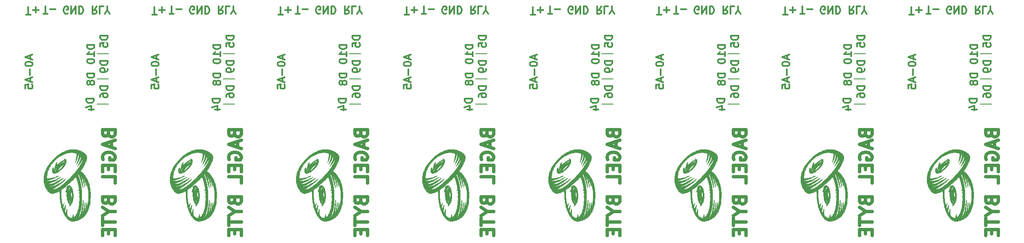
<source format=gbo>
G04 #@! TF.FileFunction,Legend,Bot*
%FSLAX46Y46*%
G04 Gerber Fmt 4.6, Leading zero omitted, Abs format (unit mm)*
G04 Created by KiCad (PCBNEW 4.0.6) date 11/21/17 13:18:45*
%MOMM*%
%LPD*%
G01*
G04 APERTURE LIST*
%ADD10C,0.100000*%
%ADD11C,0.300000*%
%ADD12C,0.200000*%
%ADD13C,0.635000*%
%ADD14C,0.010000*%
G04 APERTURE END LIST*
D10*
D11*
X248219122Y-80161547D02*
X246719122Y-80161547D01*
X246719122Y-80518690D01*
X246790551Y-80732975D01*
X246933408Y-80875833D01*
X247076265Y-80947261D01*
X247361980Y-81018690D01*
X247576265Y-81018690D01*
X247861980Y-80947261D01*
X248004837Y-80875833D01*
X248147694Y-80732975D01*
X248219122Y-80518690D01*
X248219122Y-80161547D01*
X247361980Y-81875833D02*
X247290551Y-81732975D01*
X247219122Y-81661547D01*
X247076265Y-81590118D01*
X247004837Y-81590118D01*
X246861980Y-81661547D01*
X246790551Y-81732975D01*
X246719122Y-81875833D01*
X246719122Y-82161547D01*
X246790551Y-82304404D01*
X246861980Y-82375833D01*
X247004837Y-82447261D01*
X247076265Y-82447261D01*
X247219122Y-82375833D01*
X247290551Y-82304404D01*
X247361980Y-82161547D01*
X247361980Y-81875833D01*
X247433408Y-81732975D01*
X247504837Y-81661547D01*
X247647694Y-81590118D01*
X247933408Y-81590118D01*
X248076265Y-81661547D01*
X248147694Y-81732975D01*
X248219122Y-81875833D01*
X248219122Y-82161547D01*
X248147694Y-82304404D01*
X248076265Y-82375833D01*
X247933408Y-82447261D01*
X247647694Y-82447261D01*
X247504837Y-82375833D01*
X247433408Y-82304404D01*
X247361980Y-82161547D01*
X250886122Y-77621547D02*
X249386122Y-77621547D01*
X249386122Y-77978690D01*
X249457551Y-78192975D01*
X249600408Y-78335833D01*
X249743265Y-78407261D01*
X250028980Y-78478690D01*
X250243265Y-78478690D01*
X250528980Y-78407261D01*
X250671837Y-78335833D01*
X250814694Y-78192975D01*
X250886122Y-77978690D01*
X250886122Y-77621547D01*
X250886122Y-79192975D02*
X250886122Y-79478690D01*
X250814694Y-79621547D01*
X250743265Y-79692975D01*
X250528980Y-79835833D01*
X250243265Y-79907261D01*
X249671837Y-79907261D01*
X249528980Y-79835833D01*
X249457551Y-79764404D01*
X249386122Y-79621547D01*
X249386122Y-79335833D01*
X249457551Y-79192975D01*
X249528980Y-79121547D01*
X249671837Y-79050118D01*
X250028980Y-79050118D01*
X250171837Y-79121547D01*
X250243265Y-79192975D01*
X250314694Y-79335833D01*
X250314694Y-79621547D01*
X250243265Y-79764404D01*
X250171837Y-79835833D01*
X250028980Y-79907261D01*
D12*
X248810551Y-81268689D02*
X251096551Y-81268689D01*
X248810551Y-86348689D02*
X251096551Y-86348689D01*
D11*
X248092122Y-85241547D02*
X246592122Y-85241547D01*
X246592122Y-85598690D01*
X246663551Y-85812975D01*
X246806408Y-85955833D01*
X246949265Y-86027261D01*
X247234980Y-86098690D01*
X247449265Y-86098690D01*
X247734980Y-86027261D01*
X247877837Y-85955833D01*
X248020694Y-85812975D01*
X248092122Y-85598690D01*
X248092122Y-85241547D01*
X247092122Y-87384404D02*
X248092122Y-87384404D01*
X246520694Y-87027261D02*
X247592122Y-86670118D01*
X247592122Y-87598690D01*
X250886122Y-82701547D02*
X249386122Y-82701547D01*
X249386122Y-83058690D01*
X249457551Y-83272975D01*
X249600408Y-83415833D01*
X249743265Y-83487261D01*
X250028980Y-83558690D01*
X250243265Y-83558690D01*
X250528980Y-83487261D01*
X250671837Y-83415833D01*
X250814694Y-83272975D01*
X250886122Y-83058690D01*
X250886122Y-82701547D01*
X249386122Y-84844404D02*
X249386122Y-84558690D01*
X249457551Y-84415833D01*
X249528980Y-84344404D01*
X249743265Y-84201547D01*
X250028980Y-84130118D01*
X250600408Y-84130118D01*
X250743265Y-84201547D01*
X250814694Y-84272975D01*
X250886122Y-84415833D01*
X250886122Y-84701547D01*
X250814694Y-84844404D01*
X250743265Y-84915833D01*
X250600408Y-84987261D01*
X250243265Y-84987261D01*
X250100408Y-84915833D01*
X250028980Y-84844404D01*
X249957551Y-84701547D01*
X249957551Y-84415833D01*
X250028980Y-84272975D01*
X250100408Y-84201547D01*
X250243265Y-84130118D01*
D13*
X251042122Y-92299547D02*
X251163075Y-92662404D01*
X251284027Y-92783356D01*
X251525932Y-92904308D01*
X251888789Y-92904308D01*
X252130694Y-92783356D01*
X252251646Y-92662404D01*
X252372599Y-92420499D01*
X252372599Y-91452880D01*
X249832599Y-91452880D01*
X249832599Y-92299547D01*
X249953551Y-92541451D01*
X250074503Y-92662404D01*
X250316408Y-92783356D01*
X250558313Y-92783356D01*
X250800218Y-92662404D01*
X250921170Y-92541451D01*
X251042122Y-92299547D01*
X251042122Y-91452880D01*
X251646884Y-93871928D02*
X251646884Y-95081451D01*
X252372599Y-93630023D02*
X249832599Y-94476689D01*
X252372599Y-95323356D01*
X249953551Y-97500499D02*
X249832599Y-97258594D01*
X249832599Y-96895737D01*
X249953551Y-96532880D01*
X250195456Y-96290975D01*
X250437361Y-96170023D01*
X250921170Y-96049071D01*
X251284027Y-96049071D01*
X251767837Y-96170023D01*
X252009741Y-96290975D01*
X252251646Y-96532880D01*
X252372599Y-96895737D01*
X252372599Y-97137642D01*
X252251646Y-97500499D01*
X252130694Y-97621451D01*
X251284027Y-97621451D01*
X251284027Y-97137642D01*
X251042122Y-98710023D02*
X251042122Y-99556690D01*
X252372599Y-99919547D02*
X252372599Y-98710023D01*
X249832599Y-98710023D01*
X249832599Y-99919547D01*
X252372599Y-102217642D02*
X252372599Y-101008118D01*
X249832599Y-101008118D01*
X251042122Y-105846213D02*
X251163075Y-106209070D01*
X251284027Y-106330022D01*
X251525932Y-106450974D01*
X251888789Y-106450974D01*
X252130694Y-106330022D01*
X252251646Y-106209070D01*
X252372599Y-105967165D01*
X252372599Y-104999546D01*
X249832599Y-104999546D01*
X249832599Y-105846213D01*
X249953551Y-106088117D01*
X250074503Y-106209070D01*
X250316408Y-106330022D01*
X250558313Y-106330022D01*
X250800218Y-106209070D01*
X250921170Y-106088117D01*
X251042122Y-105846213D01*
X251042122Y-104999546D01*
X251163075Y-108023355D02*
X252372599Y-108023355D01*
X249832599Y-107176689D02*
X251163075Y-108023355D01*
X249832599Y-108870022D01*
X249832599Y-109353832D02*
X249832599Y-110805260D01*
X252372599Y-110079546D02*
X249832599Y-110079546D01*
X251042122Y-111651927D02*
X251042122Y-112498594D01*
X252372599Y-112861451D02*
X252372599Y-111651927D01*
X249832599Y-111651927D01*
X249832599Y-112861451D01*
D11*
X235344551Y-76514547D02*
X235344551Y-77228833D01*
X235773122Y-76371690D02*
X234273122Y-76871690D01*
X235773122Y-77371690D01*
X234273122Y-78157404D02*
X234273122Y-78300261D01*
X234344551Y-78443118D01*
X234415980Y-78514547D01*
X234558837Y-78585976D01*
X234844551Y-78657404D01*
X235201694Y-78657404D01*
X235487408Y-78585976D01*
X235630265Y-78514547D01*
X235701694Y-78443118D01*
X235773122Y-78300261D01*
X235773122Y-78157404D01*
X235701694Y-78014547D01*
X235630265Y-77943118D01*
X235487408Y-77871690D01*
X235201694Y-77800261D01*
X234844551Y-77800261D01*
X234558837Y-77871690D01*
X234415980Y-77943118D01*
X234344551Y-78014547D01*
X234273122Y-78157404D01*
X235201694Y-79300261D02*
X235201694Y-80443118D01*
X235344551Y-81085975D02*
X235344551Y-81800261D01*
X235773122Y-80943118D02*
X234273122Y-81443118D01*
X235773122Y-81943118D01*
X234273122Y-83157404D02*
X234273122Y-82443118D01*
X234987408Y-82371689D01*
X234915980Y-82443118D01*
X234844551Y-82585975D01*
X234844551Y-82943118D01*
X234915980Y-83085975D01*
X234987408Y-83157404D01*
X235130265Y-83228832D01*
X235487408Y-83228832D01*
X235630265Y-83157404D01*
X235701694Y-83085975D01*
X235773122Y-82943118D01*
X235773122Y-82585975D01*
X235701694Y-82443118D01*
X235630265Y-82371689D01*
X237928408Y-68120118D02*
X238785551Y-68120118D01*
X238356980Y-66620118D02*
X238356980Y-68120118D01*
X239285551Y-67191546D02*
X240428408Y-67191546D01*
X234499408Y-68247118D02*
X235356551Y-68247118D01*
X234927980Y-66747118D02*
X234927980Y-68247118D01*
X235856551Y-67318546D02*
X236999408Y-67318546D01*
X236427979Y-66747118D02*
X236427979Y-67889975D01*
X250886122Y-72541547D02*
X249386122Y-72541547D01*
X249386122Y-72898690D01*
X249457551Y-73112975D01*
X249600408Y-73255833D01*
X249743265Y-73327261D01*
X250028980Y-73398690D01*
X250243265Y-73398690D01*
X250528980Y-73327261D01*
X250671837Y-73255833D01*
X250814694Y-73112975D01*
X250886122Y-72898690D01*
X250886122Y-72541547D01*
X249386122Y-74755833D02*
X249386122Y-74041547D01*
X250100408Y-73970118D01*
X250028980Y-74041547D01*
X249957551Y-74184404D01*
X249957551Y-74541547D01*
X250028980Y-74684404D01*
X250100408Y-74755833D01*
X250243265Y-74827261D01*
X250600408Y-74827261D01*
X250743265Y-74755833D01*
X250814694Y-74684404D01*
X250886122Y-74541547D01*
X250886122Y-74184404D01*
X250814694Y-74041547D01*
X250743265Y-73970118D01*
X248659837Y-66620118D02*
X248159837Y-67334403D01*
X247802694Y-66620118D02*
X247802694Y-68120118D01*
X248374122Y-68120118D01*
X248516980Y-68048689D01*
X248588408Y-67977260D01*
X248659837Y-67834403D01*
X248659837Y-67620118D01*
X248588408Y-67477260D01*
X248516980Y-67405832D01*
X248374122Y-67334403D01*
X247802694Y-67334403D01*
X250016980Y-66620118D02*
X249302694Y-66620118D01*
X249302694Y-68120118D01*
X250802694Y-67334403D02*
X250802694Y-66620118D01*
X250302694Y-68120118D02*
X250802694Y-67334403D01*
X251302694Y-68120118D01*
D12*
X248810551Y-76188689D02*
X251096551Y-76188689D01*
D11*
X242841694Y-68048689D02*
X242698837Y-68120118D01*
X242484551Y-68120118D01*
X242270266Y-68048689D01*
X242127408Y-67905832D01*
X242055980Y-67762975D01*
X241984551Y-67477260D01*
X241984551Y-67262975D01*
X242055980Y-66977260D01*
X242127408Y-66834403D01*
X242270266Y-66691546D01*
X242484551Y-66620118D01*
X242627408Y-66620118D01*
X242841694Y-66691546D01*
X242913123Y-66762975D01*
X242913123Y-67262975D01*
X242627408Y-67262975D01*
X243555980Y-66620118D02*
X243555980Y-68120118D01*
X244413123Y-66620118D01*
X244413123Y-68120118D01*
X245127409Y-66620118D02*
X245127409Y-68120118D01*
X245484552Y-68120118D01*
X245698837Y-68048689D01*
X245841695Y-67905832D01*
X245913123Y-67762975D01*
X245984552Y-67477260D01*
X245984552Y-67262975D01*
X245913123Y-66977260D01*
X245841695Y-66834403D01*
X245698837Y-66691546D01*
X245484552Y-66620118D01*
X245127409Y-66620118D01*
X248219122Y-74367261D02*
X246719122Y-74367261D01*
X246719122Y-74724404D01*
X246790551Y-74938689D01*
X246933408Y-75081547D01*
X247076265Y-75152975D01*
X247361980Y-75224404D01*
X247576265Y-75224404D01*
X247861980Y-75152975D01*
X248004837Y-75081547D01*
X248147694Y-74938689D01*
X248219122Y-74724404D01*
X248219122Y-74367261D01*
X248219122Y-76652975D02*
X248219122Y-75795832D01*
X248219122Y-76224404D02*
X246719122Y-76224404D01*
X246933408Y-76081547D01*
X247076265Y-75938689D01*
X247147694Y-75795832D01*
X246719122Y-77581546D02*
X246719122Y-77724403D01*
X246790551Y-77867260D01*
X246861980Y-77938689D01*
X247004837Y-78010118D01*
X247290551Y-78081546D01*
X247647694Y-78081546D01*
X247933408Y-78010118D01*
X248076265Y-77938689D01*
X248147694Y-77867260D01*
X248219122Y-77724403D01*
X248219122Y-77581546D01*
X248147694Y-77438689D01*
X248076265Y-77367260D01*
X247933408Y-77295832D01*
X247647694Y-77224403D01*
X247290551Y-77224403D01*
X247004837Y-77295832D01*
X246861980Y-77367260D01*
X246790551Y-77438689D01*
X246719122Y-77581546D01*
X209944551Y-76514547D02*
X209944551Y-77228833D01*
X210373122Y-76371690D02*
X208873122Y-76871690D01*
X210373122Y-77371690D01*
X208873122Y-78157404D02*
X208873122Y-78300261D01*
X208944551Y-78443118D01*
X209015980Y-78514547D01*
X209158837Y-78585976D01*
X209444551Y-78657404D01*
X209801694Y-78657404D01*
X210087408Y-78585976D01*
X210230265Y-78514547D01*
X210301694Y-78443118D01*
X210373122Y-78300261D01*
X210373122Y-78157404D01*
X210301694Y-78014547D01*
X210230265Y-77943118D01*
X210087408Y-77871690D01*
X209801694Y-77800261D01*
X209444551Y-77800261D01*
X209158837Y-77871690D01*
X209015980Y-77943118D01*
X208944551Y-78014547D01*
X208873122Y-78157404D01*
X209801694Y-79300261D02*
X209801694Y-80443118D01*
X209944551Y-81085975D02*
X209944551Y-81800261D01*
X210373122Y-80943118D02*
X208873122Y-81443118D01*
X210373122Y-81943118D01*
X208873122Y-83157404D02*
X208873122Y-82443118D01*
X209587408Y-82371689D01*
X209515980Y-82443118D01*
X209444551Y-82585975D01*
X209444551Y-82943118D01*
X209515980Y-83085975D01*
X209587408Y-83157404D01*
X209730265Y-83228832D01*
X210087408Y-83228832D01*
X210230265Y-83157404D01*
X210301694Y-83085975D01*
X210373122Y-82943118D01*
X210373122Y-82585975D01*
X210301694Y-82443118D01*
X210230265Y-82371689D01*
X212528408Y-68120118D02*
X213385551Y-68120118D01*
X212956980Y-66620118D02*
X212956980Y-68120118D01*
X213885551Y-67191546D02*
X215028408Y-67191546D01*
X209099408Y-68247118D02*
X209956551Y-68247118D01*
X209527980Y-66747118D02*
X209527980Y-68247118D01*
X210456551Y-67318546D02*
X211599408Y-67318546D01*
X211027979Y-66747118D02*
X211027979Y-67889975D01*
X222819122Y-74367261D02*
X221319122Y-74367261D01*
X221319122Y-74724404D01*
X221390551Y-74938689D01*
X221533408Y-75081547D01*
X221676265Y-75152975D01*
X221961980Y-75224404D01*
X222176265Y-75224404D01*
X222461980Y-75152975D01*
X222604837Y-75081547D01*
X222747694Y-74938689D01*
X222819122Y-74724404D01*
X222819122Y-74367261D01*
X222819122Y-76652975D02*
X222819122Y-75795832D01*
X222819122Y-76224404D02*
X221319122Y-76224404D01*
X221533408Y-76081547D01*
X221676265Y-75938689D01*
X221747694Y-75795832D01*
X221319122Y-77581546D02*
X221319122Y-77724403D01*
X221390551Y-77867260D01*
X221461980Y-77938689D01*
X221604837Y-78010118D01*
X221890551Y-78081546D01*
X222247694Y-78081546D01*
X222533408Y-78010118D01*
X222676265Y-77938689D01*
X222747694Y-77867260D01*
X222819122Y-77724403D01*
X222819122Y-77581546D01*
X222747694Y-77438689D01*
X222676265Y-77367260D01*
X222533408Y-77295832D01*
X222247694Y-77224403D01*
X221890551Y-77224403D01*
X221604837Y-77295832D01*
X221461980Y-77367260D01*
X221390551Y-77438689D01*
X221319122Y-77581546D01*
X217441694Y-68048689D02*
X217298837Y-68120118D01*
X217084551Y-68120118D01*
X216870266Y-68048689D01*
X216727408Y-67905832D01*
X216655980Y-67762975D01*
X216584551Y-67477260D01*
X216584551Y-67262975D01*
X216655980Y-66977260D01*
X216727408Y-66834403D01*
X216870266Y-66691546D01*
X217084551Y-66620118D01*
X217227408Y-66620118D01*
X217441694Y-66691546D01*
X217513123Y-66762975D01*
X217513123Y-67262975D01*
X217227408Y-67262975D01*
X218155980Y-66620118D02*
X218155980Y-68120118D01*
X219013123Y-66620118D01*
X219013123Y-68120118D01*
X219727409Y-66620118D02*
X219727409Y-68120118D01*
X220084552Y-68120118D01*
X220298837Y-68048689D01*
X220441695Y-67905832D01*
X220513123Y-67762975D01*
X220584552Y-67477260D01*
X220584552Y-67262975D01*
X220513123Y-66977260D01*
X220441695Y-66834403D01*
X220298837Y-66691546D01*
X220084552Y-66620118D01*
X219727409Y-66620118D01*
D12*
X223410551Y-76188689D02*
X225696551Y-76188689D01*
D11*
X225486122Y-72541547D02*
X223986122Y-72541547D01*
X223986122Y-72898690D01*
X224057551Y-73112975D01*
X224200408Y-73255833D01*
X224343265Y-73327261D01*
X224628980Y-73398690D01*
X224843265Y-73398690D01*
X225128980Y-73327261D01*
X225271837Y-73255833D01*
X225414694Y-73112975D01*
X225486122Y-72898690D01*
X225486122Y-72541547D01*
X223986122Y-74755833D02*
X223986122Y-74041547D01*
X224700408Y-73970118D01*
X224628980Y-74041547D01*
X224557551Y-74184404D01*
X224557551Y-74541547D01*
X224628980Y-74684404D01*
X224700408Y-74755833D01*
X224843265Y-74827261D01*
X225200408Y-74827261D01*
X225343265Y-74755833D01*
X225414694Y-74684404D01*
X225486122Y-74541547D01*
X225486122Y-74184404D01*
X225414694Y-74041547D01*
X225343265Y-73970118D01*
X223259837Y-66620118D02*
X222759837Y-67334403D01*
X222402694Y-66620118D02*
X222402694Y-68120118D01*
X222974122Y-68120118D01*
X223116980Y-68048689D01*
X223188408Y-67977260D01*
X223259837Y-67834403D01*
X223259837Y-67620118D01*
X223188408Y-67477260D01*
X223116980Y-67405832D01*
X222974122Y-67334403D01*
X222402694Y-67334403D01*
X224616980Y-66620118D02*
X223902694Y-66620118D01*
X223902694Y-68120118D01*
X225402694Y-67334403D02*
X225402694Y-66620118D01*
X224902694Y-68120118D02*
X225402694Y-67334403D01*
X225902694Y-68120118D01*
X225486122Y-77621547D02*
X223986122Y-77621547D01*
X223986122Y-77978690D01*
X224057551Y-78192975D01*
X224200408Y-78335833D01*
X224343265Y-78407261D01*
X224628980Y-78478690D01*
X224843265Y-78478690D01*
X225128980Y-78407261D01*
X225271837Y-78335833D01*
X225414694Y-78192975D01*
X225486122Y-77978690D01*
X225486122Y-77621547D01*
X225486122Y-79192975D02*
X225486122Y-79478690D01*
X225414694Y-79621547D01*
X225343265Y-79692975D01*
X225128980Y-79835833D01*
X224843265Y-79907261D01*
X224271837Y-79907261D01*
X224128980Y-79835833D01*
X224057551Y-79764404D01*
X223986122Y-79621547D01*
X223986122Y-79335833D01*
X224057551Y-79192975D01*
X224128980Y-79121547D01*
X224271837Y-79050118D01*
X224628980Y-79050118D01*
X224771837Y-79121547D01*
X224843265Y-79192975D01*
X224914694Y-79335833D01*
X224914694Y-79621547D01*
X224843265Y-79764404D01*
X224771837Y-79835833D01*
X224628980Y-79907261D01*
X225486122Y-82701547D02*
X223986122Y-82701547D01*
X223986122Y-83058690D01*
X224057551Y-83272975D01*
X224200408Y-83415833D01*
X224343265Y-83487261D01*
X224628980Y-83558690D01*
X224843265Y-83558690D01*
X225128980Y-83487261D01*
X225271837Y-83415833D01*
X225414694Y-83272975D01*
X225486122Y-83058690D01*
X225486122Y-82701547D01*
X223986122Y-84844404D02*
X223986122Y-84558690D01*
X224057551Y-84415833D01*
X224128980Y-84344404D01*
X224343265Y-84201547D01*
X224628980Y-84130118D01*
X225200408Y-84130118D01*
X225343265Y-84201547D01*
X225414694Y-84272975D01*
X225486122Y-84415833D01*
X225486122Y-84701547D01*
X225414694Y-84844404D01*
X225343265Y-84915833D01*
X225200408Y-84987261D01*
X224843265Y-84987261D01*
X224700408Y-84915833D01*
X224628980Y-84844404D01*
X224557551Y-84701547D01*
X224557551Y-84415833D01*
X224628980Y-84272975D01*
X224700408Y-84201547D01*
X224843265Y-84130118D01*
X222692122Y-85241547D02*
X221192122Y-85241547D01*
X221192122Y-85598690D01*
X221263551Y-85812975D01*
X221406408Y-85955833D01*
X221549265Y-86027261D01*
X221834980Y-86098690D01*
X222049265Y-86098690D01*
X222334980Y-86027261D01*
X222477837Y-85955833D01*
X222620694Y-85812975D01*
X222692122Y-85598690D01*
X222692122Y-85241547D01*
X221692122Y-87384404D02*
X222692122Y-87384404D01*
X221120694Y-87027261D02*
X222192122Y-86670118D01*
X222192122Y-87598690D01*
D12*
X223410551Y-86348689D02*
X225696551Y-86348689D01*
D11*
X222819122Y-80161547D02*
X221319122Y-80161547D01*
X221319122Y-80518690D01*
X221390551Y-80732975D01*
X221533408Y-80875833D01*
X221676265Y-80947261D01*
X221961980Y-81018690D01*
X222176265Y-81018690D01*
X222461980Y-80947261D01*
X222604837Y-80875833D01*
X222747694Y-80732975D01*
X222819122Y-80518690D01*
X222819122Y-80161547D01*
X221961980Y-81875833D02*
X221890551Y-81732975D01*
X221819122Y-81661547D01*
X221676265Y-81590118D01*
X221604837Y-81590118D01*
X221461980Y-81661547D01*
X221390551Y-81732975D01*
X221319122Y-81875833D01*
X221319122Y-82161547D01*
X221390551Y-82304404D01*
X221461980Y-82375833D01*
X221604837Y-82447261D01*
X221676265Y-82447261D01*
X221819122Y-82375833D01*
X221890551Y-82304404D01*
X221961980Y-82161547D01*
X221961980Y-81875833D01*
X222033408Y-81732975D01*
X222104837Y-81661547D01*
X222247694Y-81590118D01*
X222533408Y-81590118D01*
X222676265Y-81661547D01*
X222747694Y-81732975D01*
X222819122Y-81875833D01*
X222819122Y-82161547D01*
X222747694Y-82304404D01*
X222676265Y-82375833D01*
X222533408Y-82447261D01*
X222247694Y-82447261D01*
X222104837Y-82375833D01*
X222033408Y-82304404D01*
X221961980Y-82161547D01*
D12*
X223410551Y-81268689D02*
X225696551Y-81268689D01*
D13*
X225642122Y-92299547D02*
X225763075Y-92662404D01*
X225884027Y-92783356D01*
X226125932Y-92904308D01*
X226488789Y-92904308D01*
X226730694Y-92783356D01*
X226851646Y-92662404D01*
X226972599Y-92420499D01*
X226972599Y-91452880D01*
X224432599Y-91452880D01*
X224432599Y-92299547D01*
X224553551Y-92541451D01*
X224674503Y-92662404D01*
X224916408Y-92783356D01*
X225158313Y-92783356D01*
X225400218Y-92662404D01*
X225521170Y-92541451D01*
X225642122Y-92299547D01*
X225642122Y-91452880D01*
X226246884Y-93871928D02*
X226246884Y-95081451D01*
X226972599Y-93630023D02*
X224432599Y-94476689D01*
X226972599Y-95323356D01*
X224553551Y-97500499D02*
X224432599Y-97258594D01*
X224432599Y-96895737D01*
X224553551Y-96532880D01*
X224795456Y-96290975D01*
X225037361Y-96170023D01*
X225521170Y-96049071D01*
X225884027Y-96049071D01*
X226367837Y-96170023D01*
X226609741Y-96290975D01*
X226851646Y-96532880D01*
X226972599Y-96895737D01*
X226972599Y-97137642D01*
X226851646Y-97500499D01*
X226730694Y-97621451D01*
X225884027Y-97621451D01*
X225884027Y-97137642D01*
X225642122Y-98710023D02*
X225642122Y-99556690D01*
X226972599Y-99919547D02*
X226972599Y-98710023D01*
X224432599Y-98710023D01*
X224432599Y-99919547D01*
X226972599Y-102217642D02*
X226972599Y-101008118D01*
X224432599Y-101008118D01*
X225642122Y-105846213D02*
X225763075Y-106209070D01*
X225884027Y-106330022D01*
X226125932Y-106450974D01*
X226488789Y-106450974D01*
X226730694Y-106330022D01*
X226851646Y-106209070D01*
X226972599Y-105967165D01*
X226972599Y-104999546D01*
X224432599Y-104999546D01*
X224432599Y-105846213D01*
X224553551Y-106088117D01*
X224674503Y-106209070D01*
X224916408Y-106330022D01*
X225158313Y-106330022D01*
X225400218Y-106209070D01*
X225521170Y-106088117D01*
X225642122Y-105846213D01*
X225642122Y-104999546D01*
X225763075Y-108023355D02*
X226972599Y-108023355D01*
X224432599Y-107176689D02*
X225763075Y-108023355D01*
X224432599Y-108870022D01*
X224432599Y-109353832D02*
X224432599Y-110805260D01*
X226972599Y-110079546D02*
X224432599Y-110079546D01*
X225642122Y-111651927D02*
X225642122Y-112498594D01*
X226972599Y-112861451D02*
X226972599Y-111651927D01*
X224432599Y-111651927D01*
X224432599Y-112861451D01*
D11*
X184544551Y-76514547D02*
X184544551Y-77228833D01*
X184973122Y-76371690D02*
X183473122Y-76871690D01*
X184973122Y-77371690D01*
X183473122Y-78157404D02*
X183473122Y-78300261D01*
X183544551Y-78443118D01*
X183615980Y-78514547D01*
X183758837Y-78585976D01*
X184044551Y-78657404D01*
X184401694Y-78657404D01*
X184687408Y-78585976D01*
X184830265Y-78514547D01*
X184901694Y-78443118D01*
X184973122Y-78300261D01*
X184973122Y-78157404D01*
X184901694Y-78014547D01*
X184830265Y-77943118D01*
X184687408Y-77871690D01*
X184401694Y-77800261D01*
X184044551Y-77800261D01*
X183758837Y-77871690D01*
X183615980Y-77943118D01*
X183544551Y-78014547D01*
X183473122Y-78157404D01*
X184401694Y-79300261D02*
X184401694Y-80443118D01*
X184544551Y-81085975D02*
X184544551Y-81800261D01*
X184973122Y-80943118D02*
X183473122Y-81443118D01*
X184973122Y-81943118D01*
X183473122Y-83157404D02*
X183473122Y-82443118D01*
X184187408Y-82371689D01*
X184115980Y-82443118D01*
X184044551Y-82585975D01*
X184044551Y-82943118D01*
X184115980Y-83085975D01*
X184187408Y-83157404D01*
X184330265Y-83228832D01*
X184687408Y-83228832D01*
X184830265Y-83157404D01*
X184901694Y-83085975D01*
X184973122Y-82943118D01*
X184973122Y-82585975D01*
X184901694Y-82443118D01*
X184830265Y-82371689D01*
X187128408Y-68120118D02*
X187985551Y-68120118D01*
X187556980Y-66620118D02*
X187556980Y-68120118D01*
X188485551Y-67191546D02*
X189628408Y-67191546D01*
X183699408Y-68247118D02*
X184556551Y-68247118D01*
X184127980Y-66747118D02*
X184127980Y-68247118D01*
X185056551Y-67318546D02*
X186199408Y-67318546D01*
X185627979Y-66747118D02*
X185627979Y-67889975D01*
X197419122Y-74367261D02*
X195919122Y-74367261D01*
X195919122Y-74724404D01*
X195990551Y-74938689D01*
X196133408Y-75081547D01*
X196276265Y-75152975D01*
X196561980Y-75224404D01*
X196776265Y-75224404D01*
X197061980Y-75152975D01*
X197204837Y-75081547D01*
X197347694Y-74938689D01*
X197419122Y-74724404D01*
X197419122Y-74367261D01*
X197419122Y-76652975D02*
X197419122Y-75795832D01*
X197419122Y-76224404D02*
X195919122Y-76224404D01*
X196133408Y-76081547D01*
X196276265Y-75938689D01*
X196347694Y-75795832D01*
X195919122Y-77581546D02*
X195919122Y-77724403D01*
X195990551Y-77867260D01*
X196061980Y-77938689D01*
X196204837Y-78010118D01*
X196490551Y-78081546D01*
X196847694Y-78081546D01*
X197133408Y-78010118D01*
X197276265Y-77938689D01*
X197347694Y-77867260D01*
X197419122Y-77724403D01*
X197419122Y-77581546D01*
X197347694Y-77438689D01*
X197276265Y-77367260D01*
X197133408Y-77295832D01*
X196847694Y-77224403D01*
X196490551Y-77224403D01*
X196204837Y-77295832D01*
X196061980Y-77367260D01*
X195990551Y-77438689D01*
X195919122Y-77581546D01*
X200086122Y-77621547D02*
X198586122Y-77621547D01*
X198586122Y-77978690D01*
X198657551Y-78192975D01*
X198800408Y-78335833D01*
X198943265Y-78407261D01*
X199228980Y-78478690D01*
X199443265Y-78478690D01*
X199728980Y-78407261D01*
X199871837Y-78335833D01*
X200014694Y-78192975D01*
X200086122Y-77978690D01*
X200086122Y-77621547D01*
X200086122Y-79192975D02*
X200086122Y-79478690D01*
X200014694Y-79621547D01*
X199943265Y-79692975D01*
X199728980Y-79835833D01*
X199443265Y-79907261D01*
X198871837Y-79907261D01*
X198728980Y-79835833D01*
X198657551Y-79764404D01*
X198586122Y-79621547D01*
X198586122Y-79335833D01*
X198657551Y-79192975D01*
X198728980Y-79121547D01*
X198871837Y-79050118D01*
X199228980Y-79050118D01*
X199371837Y-79121547D01*
X199443265Y-79192975D01*
X199514694Y-79335833D01*
X199514694Y-79621547D01*
X199443265Y-79764404D01*
X199371837Y-79835833D01*
X199228980Y-79907261D01*
X197859837Y-66620118D02*
X197359837Y-67334403D01*
X197002694Y-66620118D02*
X197002694Y-68120118D01*
X197574122Y-68120118D01*
X197716980Y-68048689D01*
X197788408Y-67977260D01*
X197859837Y-67834403D01*
X197859837Y-67620118D01*
X197788408Y-67477260D01*
X197716980Y-67405832D01*
X197574122Y-67334403D01*
X197002694Y-67334403D01*
X199216980Y-66620118D02*
X198502694Y-66620118D01*
X198502694Y-68120118D01*
X200002694Y-67334403D02*
X200002694Y-66620118D01*
X199502694Y-68120118D02*
X200002694Y-67334403D01*
X200502694Y-68120118D01*
D12*
X198010551Y-76188689D02*
X200296551Y-76188689D01*
D11*
X192041694Y-68048689D02*
X191898837Y-68120118D01*
X191684551Y-68120118D01*
X191470266Y-68048689D01*
X191327408Y-67905832D01*
X191255980Y-67762975D01*
X191184551Y-67477260D01*
X191184551Y-67262975D01*
X191255980Y-66977260D01*
X191327408Y-66834403D01*
X191470266Y-66691546D01*
X191684551Y-66620118D01*
X191827408Y-66620118D01*
X192041694Y-66691546D01*
X192113123Y-66762975D01*
X192113123Y-67262975D01*
X191827408Y-67262975D01*
X192755980Y-66620118D02*
X192755980Y-68120118D01*
X193613123Y-66620118D01*
X193613123Y-68120118D01*
X194327409Y-66620118D02*
X194327409Y-68120118D01*
X194684552Y-68120118D01*
X194898837Y-68048689D01*
X195041695Y-67905832D01*
X195113123Y-67762975D01*
X195184552Y-67477260D01*
X195184552Y-67262975D01*
X195113123Y-66977260D01*
X195041695Y-66834403D01*
X194898837Y-66691546D01*
X194684552Y-66620118D01*
X194327409Y-66620118D01*
X200086122Y-72541547D02*
X198586122Y-72541547D01*
X198586122Y-72898690D01*
X198657551Y-73112975D01*
X198800408Y-73255833D01*
X198943265Y-73327261D01*
X199228980Y-73398690D01*
X199443265Y-73398690D01*
X199728980Y-73327261D01*
X199871837Y-73255833D01*
X200014694Y-73112975D01*
X200086122Y-72898690D01*
X200086122Y-72541547D01*
X198586122Y-74755833D02*
X198586122Y-74041547D01*
X199300408Y-73970118D01*
X199228980Y-74041547D01*
X199157551Y-74184404D01*
X199157551Y-74541547D01*
X199228980Y-74684404D01*
X199300408Y-74755833D01*
X199443265Y-74827261D01*
X199800408Y-74827261D01*
X199943265Y-74755833D01*
X200014694Y-74684404D01*
X200086122Y-74541547D01*
X200086122Y-74184404D01*
X200014694Y-74041547D01*
X199943265Y-73970118D01*
X200086122Y-82701547D02*
X198586122Y-82701547D01*
X198586122Y-83058690D01*
X198657551Y-83272975D01*
X198800408Y-83415833D01*
X198943265Y-83487261D01*
X199228980Y-83558690D01*
X199443265Y-83558690D01*
X199728980Y-83487261D01*
X199871837Y-83415833D01*
X200014694Y-83272975D01*
X200086122Y-83058690D01*
X200086122Y-82701547D01*
X198586122Y-84844404D02*
X198586122Y-84558690D01*
X198657551Y-84415833D01*
X198728980Y-84344404D01*
X198943265Y-84201547D01*
X199228980Y-84130118D01*
X199800408Y-84130118D01*
X199943265Y-84201547D01*
X200014694Y-84272975D01*
X200086122Y-84415833D01*
X200086122Y-84701547D01*
X200014694Y-84844404D01*
X199943265Y-84915833D01*
X199800408Y-84987261D01*
X199443265Y-84987261D01*
X199300408Y-84915833D01*
X199228980Y-84844404D01*
X199157551Y-84701547D01*
X199157551Y-84415833D01*
X199228980Y-84272975D01*
X199300408Y-84201547D01*
X199443265Y-84130118D01*
X197419122Y-80161547D02*
X195919122Y-80161547D01*
X195919122Y-80518690D01*
X195990551Y-80732975D01*
X196133408Y-80875833D01*
X196276265Y-80947261D01*
X196561980Y-81018690D01*
X196776265Y-81018690D01*
X197061980Y-80947261D01*
X197204837Y-80875833D01*
X197347694Y-80732975D01*
X197419122Y-80518690D01*
X197419122Y-80161547D01*
X196561980Y-81875833D02*
X196490551Y-81732975D01*
X196419122Y-81661547D01*
X196276265Y-81590118D01*
X196204837Y-81590118D01*
X196061980Y-81661547D01*
X195990551Y-81732975D01*
X195919122Y-81875833D01*
X195919122Y-82161547D01*
X195990551Y-82304404D01*
X196061980Y-82375833D01*
X196204837Y-82447261D01*
X196276265Y-82447261D01*
X196419122Y-82375833D01*
X196490551Y-82304404D01*
X196561980Y-82161547D01*
X196561980Y-81875833D01*
X196633408Y-81732975D01*
X196704837Y-81661547D01*
X196847694Y-81590118D01*
X197133408Y-81590118D01*
X197276265Y-81661547D01*
X197347694Y-81732975D01*
X197419122Y-81875833D01*
X197419122Y-82161547D01*
X197347694Y-82304404D01*
X197276265Y-82375833D01*
X197133408Y-82447261D01*
X196847694Y-82447261D01*
X196704837Y-82375833D01*
X196633408Y-82304404D01*
X196561980Y-82161547D01*
D12*
X198010551Y-81268689D02*
X200296551Y-81268689D01*
D11*
X197292122Y-85241547D02*
X195792122Y-85241547D01*
X195792122Y-85598690D01*
X195863551Y-85812975D01*
X196006408Y-85955833D01*
X196149265Y-86027261D01*
X196434980Y-86098690D01*
X196649265Y-86098690D01*
X196934980Y-86027261D01*
X197077837Y-85955833D01*
X197220694Y-85812975D01*
X197292122Y-85598690D01*
X197292122Y-85241547D01*
X196292122Y-87384404D02*
X197292122Y-87384404D01*
X195720694Y-87027261D02*
X196792122Y-86670118D01*
X196792122Y-87598690D01*
D12*
X198010551Y-86348689D02*
X200296551Y-86348689D01*
D13*
X200242122Y-92299547D02*
X200363075Y-92662404D01*
X200484027Y-92783356D01*
X200725932Y-92904308D01*
X201088789Y-92904308D01*
X201330694Y-92783356D01*
X201451646Y-92662404D01*
X201572599Y-92420499D01*
X201572599Y-91452880D01*
X199032599Y-91452880D01*
X199032599Y-92299547D01*
X199153551Y-92541451D01*
X199274503Y-92662404D01*
X199516408Y-92783356D01*
X199758313Y-92783356D01*
X200000218Y-92662404D01*
X200121170Y-92541451D01*
X200242122Y-92299547D01*
X200242122Y-91452880D01*
X200846884Y-93871928D02*
X200846884Y-95081451D01*
X201572599Y-93630023D02*
X199032599Y-94476689D01*
X201572599Y-95323356D01*
X199153551Y-97500499D02*
X199032599Y-97258594D01*
X199032599Y-96895737D01*
X199153551Y-96532880D01*
X199395456Y-96290975D01*
X199637361Y-96170023D01*
X200121170Y-96049071D01*
X200484027Y-96049071D01*
X200967837Y-96170023D01*
X201209741Y-96290975D01*
X201451646Y-96532880D01*
X201572599Y-96895737D01*
X201572599Y-97137642D01*
X201451646Y-97500499D01*
X201330694Y-97621451D01*
X200484027Y-97621451D01*
X200484027Y-97137642D01*
X200242122Y-98710023D02*
X200242122Y-99556690D01*
X201572599Y-99919547D02*
X201572599Y-98710023D01*
X199032599Y-98710023D01*
X199032599Y-99919547D01*
X201572599Y-102217642D02*
X201572599Y-101008118D01*
X199032599Y-101008118D01*
X200242122Y-105846213D02*
X200363075Y-106209070D01*
X200484027Y-106330022D01*
X200725932Y-106450974D01*
X201088789Y-106450974D01*
X201330694Y-106330022D01*
X201451646Y-106209070D01*
X201572599Y-105967165D01*
X201572599Y-104999546D01*
X199032599Y-104999546D01*
X199032599Y-105846213D01*
X199153551Y-106088117D01*
X199274503Y-106209070D01*
X199516408Y-106330022D01*
X199758313Y-106330022D01*
X200000218Y-106209070D01*
X200121170Y-106088117D01*
X200242122Y-105846213D01*
X200242122Y-104999546D01*
X200363075Y-108023355D02*
X201572599Y-108023355D01*
X199032599Y-107176689D02*
X200363075Y-108023355D01*
X199032599Y-108870022D01*
X199032599Y-109353832D02*
X199032599Y-110805260D01*
X201572599Y-110079546D02*
X199032599Y-110079546D01*
X200242122Y-111651927D02*
X200242122Y-112498594D01*
X201572599Y-112861451D02*
X201572599Y-111651927D01*
X199032599Y-111651927D01*
X199032599Y-112861451D01*
X174842122Y-92299547D02*
X174963075Y-92662404D01*
X175084027Y-92783356D01*
X175325932Y-92904308D01*
X175688789Y-92904308D01*
X175930694Y-92783356D01*
X176051646Y-92662404D01*
X176172599Y-92420499D01*
X176172599Y-91452880D01*
X173632599Y-91452880D01*
X173632599Y-92299547D01*
X173753551Y-92541451D01*
X173874503Y-92662404D01*
X174116408Y-92783356D01*
X174358313Y-92783356D01*
X174600218Y-92662404D01*
X174721170Y-92541451D01*
X174842122Y-92299547D01*
X174842122Y-91452880D01*
X175446884Y-93871928D02*
X175446884Y-95081451D01*
X176172599Y-93630023D02*
X173632599Y-94476689D01*
X176172599Y-95323356D01*
X173753551Y-97500499D02*
X173632599Y-97258594D01*
X173632599Y-96895737D01*
X173753551Y-96532880D01*
X173995456Y-96290975D01*
X174237361Y-96170023D01*
X174721170Y-96049071D01*
X175084027Y-96049071D01*
X175567837Y-96170023D01*
X175809741Y-96290975D01*
X176051646Y-96532880D01*
X176172599Y-96895737D01*
X176172599Y-97137642D01*
X176051646Y-97500499D01*
X175930694Y-97621451D01*
X175084027Y-97621451D01*
X175084027Y-97137642D01*
X174842122Y-98710023D02*
X174842122Y-99556690D01*
X176172599Y-99919547D02*
X176172599Y-98710023D01*
X173632599Y-98710023D01*
X173632599Y-99919547D01*
X176172599Y-102217642D02*
X176172599Y-101008118D01*
X173632599Y-101008118D01*
X174842122Y-105846213D02*
X174963075Y-106209070D01*
X175084027Y-106330022D01*
X175325932Y-106450974D01*
X175688789Y-106450974D01*
X175930694Y-106330022D01*
X176051646Y-106209070D01*
X176172599Y-105967165D01*
X176172599Y-104999546D01*
X173632599Y-104999546D01*
X173632599Y-105846213D01*
X173753551Y-106088117D01*
X173874503Y-106209070D01*
X174116408Y-106330022D01*
X174358313Y-106330022D01*
X174600218Y-106209070D01*
X174721170Y-106088117D01*
X174842122Y-105846213D01*
X174842122Y-104999546D01*
X174963075Y-108023355D02*
X176172599Y-108023355D01*
X173632599Y-107176689D02*
X174963075Y-108023355D01*
X173632599Y-108870022D01*
X173632599Y-109353832D02*
X173632599Y-110805260D01*
X176172599Y-110079546D02*
X173632599Y-110079546D01*
X174842122Y-111651927D02*
X174842122Y-112498594D01*
X176172599Y-112861451D02*
X176172599Y-111651927D01*
X173632599Y-111651927D01*
X173632599Y-112861451D01*
X149442122Y-92299547D02*
X149563075Y-92662404D01*
X149684027Y-92783356D01*
X149925932Y-92904308D01*
X150288789Y-92904308D01*
X150530694Y-92783356D01*
X150651646Y-92662404D01*
X150772599Y-92420499D01*
X150772599Y-91452880D01*
X148232599Y-91452880D01*
X148232599Y-92299547D01*
X148353551Y-92541451D01*
X148474503Y-92662404D01*
X148716408Y-92783356D01*
X148958313Y-92783356D01*
X149200218Y-92662404D01*
X149321170Y-92541451D01*
X149442122Y-92299547D01*
X149442122Y-91452880D01*
X150046884Y-93871928D02*
X150046884Y-95081451D01*
X150772599Y-93630023D02*
X148232599Y-94476689D01*
X150772599Y-95323356D01*
X148353551Y-97500499D02*
X148232599Y-97258594D01*
X148232599Y-96895737D01*
X148353551Y-96532880D01*
X148595456Y-96290975D01*
X148837361Y-96170023D01*
X149321170Y-96049071D01*
X149684027Y-96049071D01*
X150167837Y-96170023D01*
X150409741Y-96290975D01*
X150651646Y-96532880D01*
X150772599Y-96895737D01*
X150772599Y-97137642D01*
X150651646Y-97500499D01*
X150530694Y-97621451D01*
X149684027Y-97621451D01*
X149684027Y-97137642D01*
X149442122Y-98710023D02*
X149442122Y-99556690D01*
X150772599Y-99919547D02*
X150772599Y-98710023D01*
X148232599Y-98710023D01*
X148232599Y-99919547D01*
X150772599Y-102217642D02*
X150772599Y-101008118D01*
X148232599Y-101008118D01*
X149442122Y-105846213D02*
X149563075Y-106209070D01*
X149684027Y-106330022D01*
X149925932Y-106450974D01*
X150288789Y-106450974D01*
X150530694Y-106330022D01*
X150651646Y-106209070D01*
X150772599Y-105967165D01*
X150772599Y-104999546D01*
X148232599Y-104999546D01*
X148232599Y-105846213D01*
X148353551Y-106088117D01*
X148474503Y-106209070D01*
X148716408Y-106330022D01*
X148958313Y-106330022D01*
X149200218Y-106209070D01*
X149321170Y-106088117D01*
X149442122Y-105846213D01*
X149442122Y-104999546D01*
X149563075Y-108023355D02*
X150772599Y-108023355D01*
X148232599Y-107176689D02*
X149563075Y-108023355D01*
X148232599Y-108870022D01*
X148232599Y-109353832D02*
X148232599Y-110805260D01*
X150772599Y-110079546D02*
X148232599Y-110079546D01*
X149442122Y-111651927D02*
X149442122Y-112498594D01*
X150772599Y-112861451D02*
X150772599Y-111651927D01*
X148232599Y-111651927D01*
X148232599Y-112861451D01*
X124042122Y-92299547D02*
X124163075Y-92662404D01*
X124284027Y-92783356D01*
X124525932Y-92904308D01*
X124888789Y-92904308D01*
X125130694Y-92783356D01*
X125251646Y-92662404D01*
X125372599Y-92420499D01*
X125372599Y-91452880D01*
X122832599Y-91452880D01*
X122832599Y-92299547D01*
X122953551Y-92541451D01*
X123074503Y-92662404D01*
X123316408Y-92783356D01*
X123558313Y-92783356D01*
X123800218Y-92662404D01*
X123921170Y-92541451D01*
X124042122Y-92299547D01*
X124042122Y-91452880D01*
X124646884Y-93871928D02*
X124646884Y-95081451D01*
X125372599Y-93630023D02*
X122832599Y-94476689D01*
X125372599Y-95323356D01*
X122953551Y-97500499D02*
X122832599Y-97258594D01*
X122832599Y-96895737D01*
X122953551Y-96532880D01*
X123195456Y-96290975D01*
X123437361Y-96170023D01*
X123921170Y-96049071D01*
X124284027Y-96049071D01*
X124767837Y-96170023D01*
X125009741Y-96290975D01*
X125251646Y-96532880D01*
X125372599Y-96895737D01*
X125372599Y-97137642D01*
X125251646Y-97500499D01*
X125130694Y-97621451D01*
X124284027Y-97621451D01*
X124284027Y-97137642D01*
X124042122Y-98710023D02*
X124042122Y-99556690D01*
X125372599Y-99919547D02*
X125372599Y-98710023D01*
X122832599Y-98710023D01*
X122832599Y-99919547D01*
X125372599Y-102217642D02*
X125372599Y-101008118D01*
X122832599Y-101008118D01*
X124042122Y-105846213D02*
X124163075Y-106209070D01*
X124284027Y-106330022D01*
X124525932Y-106450974D01*
X124888789Y-106450974D01*
X125130694Y-106330022D01*
X125251646Y-106209070D01*
X125372599Y-105967165D01*
X125372599Y-104999546D01*
X122832599Y-104999546D01*
X122832599Y-105846213D01*
X122953551Y-106088117D01*
X123074503Y-106209070D01*
X123316408Y-106330022D01*
X123558313Y-106330022D01*
X123800218Y-106209070D01*
X123921170Y-106088117D01*
X124042122Y-105846213D01*
X124042122Y-104999546D01*
X124163075Y-108023355D02*
X125372599Y-108023355D01*
X122832599Y-107176689D02*
X124163075Y-108023355D01*
X122832599Y-108870022D01*
X122832599Y-109353832D02*
X122832599Y-110805260D01*
X125372599Y-110079546D02*
X122832599Y-110079546D01*
X124042122Y-111651927D02*
X124042122Y-112498594D01*
X125372599Y-112861451D02*
X125372599Y-111651927D01*
X122832599Y-111651927D01*
X122832599Y-112861451D01*
X98642122Y-92299547D02*
X98763075Y-92662404D01*
X98884027Y-92783356D01*
X99125932Y-92904308D01*
X99488789Y-92904308D01*
X99730694Y-92783356D01*
X99851646Y-92662404D01*
X99972599Y-92420499D01*
X99972599Y-91452880D01*
X97432599Y-91452880D01*
X97432599Y-92299547D01*
X97553551Y-92541451D01*
X97674503Y-92662404D01*
X97916408Y-92783356D01*
X98158313Y-92783356D01*
X98400218Y-92662404D01*
X98521170Y-92541451D01*
X98642122Y-92299547D01*
X98642122Y-91452880D01*
X99246884Y-93871928D02*
X99246884Y-95081451D01*
X99972599Y-93630023D02*
X97432599Y-94476689D01*
X99972599Y-95323356D01*
X97553551Y-97500499D02*
X97432599Y-97258594D01*
X97432599Y-96895737D01*
X97553551Y-96532880D01*
X97795456Y-96290975D01*
X98037361Y-96170023D01*
X98521170Y-96049071D01*
X98884027Y-96049071D01*
X99367837Y-96170023D01*
X99609741Y-96290975D01*
X99851646Y-96532880D01*
X99972599Y-96895737D01*
X99972599Y-97137642D01*
X99851646Y-97500499D01*
X99730694Y-97621451D01*
X98884027Y-97621451D01*
X98884027Y-97137642D01*
X98642122Y-98710023D02*
X98642122Y-99556690D01*
X99972599Y-99919547D02*
X99972599Y-98710023D01*
X97432599Y-98710023D01*
X97432599Y-99919547D01*
X99972599Y-102217642D02*
X99972599Y-101008118D01*
X97432599Y-101008118D01*
X98642122Y-105846213D02*
X98763075Y-106209070D01*
X98884027Y-106330022D01*
X99125932Y-106450974D01*
X99488789Y-106450974D01*
X99730694Y-106330022D01*
X99851646Y-106209070D01*
X99972599Y-105967165D01*
X99972599Y-104999546D01*
X97432599Y-104999546D01*
X97432599Y-105846213D01*
X97553551Y-106088117D01*
X97674503Y-106209070D01*
X97916408Y-106330022D01*
X98158313Y-106330022D01*
X98400218Y-106209070D01*
X98521170Y-106088117D01*
X98642122Y-105846213D01*
X98642122Y-104999546D01*
X98763075Y-108023355D02*
X99972599Y-108023355D01*
X97432599Y-107176689D02*
X98763075Y-108023355D01*
X97432599Y-108870022D01*
X97432599Y-109353832D02*
X97432599Y-110805260D01*
X99972599Y-110079546D02*
X97432599Y-110079546D01*
X98642122Y-111651927D02*
X98642122Y-112498594D01*
X99972599Y-112861451D02*
X99972599Y-111651927D01*
X97432599Y-111651927D01*
X97432599Y-112861451D01*
D12*
X172610551Y-81268689D02*
X174896551Y-81268689D01*
X147210551Y-81268689D02*
X149496551Y-81268689D01*
X121810551Y-81268689D02*
X124096551Y-81268689D01*
X96410551Y-81268689D02*
X98696551Y-81268689D01*
X172610551Y-86348689D02*
X174896551Y-86348689D01*
X147210551Y-86348689D02*
X149496551Y-86348689D01*
X121810551Y-86348689D02*
X124096551Y-86348689D01*
X96410551Y-86348689D02*
X98696551Y-86348689D01*
D11*
X174686122Y-77621547D02*
X173186122Y-77621547D01*
X173186122Y-77978690D01*
X173257551Y-78192975D01*
X173400408Y-78335833D01*
X173543265Y-78407261D01*
X173828980Y-78478690D01*
X174043265Y-78478690D01*
X174328980Y-78407261D01*
X174471837Y-78335833D01*
X174614694Y-78192975D01*
X174686122Y-77978690D01*
X174686122Y-77621547D01*
X174686122Y-79192975D02*
X174686122Y-79478690D01*
X174614694Y-79621547D01*
X174543265Y-79692975D01*
X174328980Y-79835833D01*
X174043265Y-79907261D01*
X173471837Y-79907261D01*
X173328980Y-79835833D01*
X173257551Y-79764404D01*
X173186122Y-79621547D01*
X173186122Y-79335833D01*
X173257551Y-79192975D01*
X173328980Y-79121547D01*
X173471837Y-79050118D01*
X173828980Y-79050118D01*
X173971837Y-79121547D01*
X174043265Y-79192975D01*
X174114694Y-79335833D01*
X174114694Y-79621547D01*
X174043265Y-79764404D01*
X173971837Y-79835833D01*
X173828980Y-79907261D01*
X149286122Y-77621547D02*
X147786122Y-77621547D01*
X147786122Y-77978690D01*
X147857551Y-78192975D01*
X148000408Y-78335833D01*
X148143265Y-78407261D01*
X148428980Y-78478690D01*
X148643265Y-78478690D01*
X148928980Y-78407261D01*
X149071837Y-78335833D01*
X149214694Y-78192975D01*
X149286122Y-77978690D01*
X149286122Y-77621547D01*
X149286122Y-79192975D02*
X149286122Y-79478690D01*
X149214694Y-79621547D01*
X149143265Y-79692975D01*
X148928980Y-79835833D01*
X148643265Y-79907261D01*
X148071837Y-79907261D01*
X147928980Y-79835833D01*
X147857551Y-79764404D01*
X147786122Y-79621547D01*
X147786122Y-79335833D01*
X147857551Y-79192975D01*
X147928980Y-79121547D01*
X148071837Y-79050118D01*
X148428980Y-79050118D01*
X148571837Y-79121547D01*
X148643265Y-79192975D01*
X148714694Y-79335833D01*
X148714694Y-79621547D01*
X148643265Y-79764404D01*
X148571837Y-79835833D01*
X148428980Y-79907261D01*
X123886122Y-77621547D02*
X122386122Y-77621547D01*
X122386122Y-77978690D01*
X122457551Y-78192975D01*
X122600408Y-78335833D01*
X122743265Y-78407261D01*
X123028980Y-78478690D01*
X123243265Y-78478690D01*
X123528980Y-78407261D01*
X123671837Y-78335833D01*
X123814694Y-78192975D01*
X123886122Y-77978690D01*
X123886122Y-77621547D01*
X123886122Y-79192975D02*
X123886122Y-79478690D01*
X123814694Y-79621547D01*
X123743265Y-79692975D01*
X123528980Y-79835833D01*
X123243265Y-79907261D01*
X122671837Y-79907261D01*
X122528980Y-79835833D01*
X122457551Y-79764404D01*
X122386122Y-79621547D01*
X122386122Y-79335833D01*
X122457551Y-79192975D01*
X122528980Y-79121547D01*
X122671837Y-79050118D01*
X123028980Y-79050118D01*
X123171837Y-79121547D01*
X123243265Y-79192975D01*
X123314694Y-79335833D01*
X123314694Y-79621547D01*
X123243265Y-79764404D01*
X123171837Y-79835833D01*
X123028980Y-79907261D01*
X98486122Y-77621547D02*
X96986122Y-77621547D01*
X96986122Y-77978690D01*
X97057551Y-78192975D01*
X97200408Y-78335833D01*
X97343265Y-78407261D01*
X97628980Y-78478690D01*
X97843265Y-78478690D01*
X98128980Y-78407261D01*
X98271837Y-78335833D01*
X98414694Y-78192975D01*
X98486122Y-77978690D01*
X98486122Y-77621547D01*
X98486122Y-79192975D02*
X98486122Y-79478690D01*
X98414694Y-79621547D01*
X98343265Y-79692975D01*
X98128980Y-79835833D01*
X97843265Y-79907261D01*
X97271837Y-79907261D01*
X97128980Y-79835833D01*
X97057551Y-79764404D01*
X96986122Y-79621547D01*
X96986122Y-79335833D01*
X97057551Y-79192975D01*
X97128980Y-79121547D01*
X97271837Y-79050118D01*
X97628980Y-79050118D01*
X97771837Y-79121547D01*
X97843265Y-79192975D01*
X97914694Y-79335833D01*
X97914694Y-79621547D01*
X97843265Y-79764404D01*
X97771837Y-79835833D01*
X97628980Y-79907261D01*
X171892122Y-85241547D02*
X170392122Y-85241547D01*
X170392122Y-85598690D01*
X170463551Y-85812975D01*
X170606408Y-85955833D01*
X170749265Y-86027261D01*
X171034980Y-86098690D01*
X171249265Y-86098690D01*
X171534980Y-86027261D01*
X171677837Y-85955833D01*
X171820694Y-85812975D01*
X171892122Y-85598690D01*
X171892122Y-85241547D01*
X170892122Y-87384404D02*
X171892122Y-87384404D01*
X170320694Y-87027261D02*
X171392122Y-86670118D01*
X171392122Y-87598690D01*
X146492122Y-85241547D02*
X144992122Y-85241547D01*
X144992122Y-85598690D01*
X145063551Y-85812975D01*
X145206408Y-85955833D01*
X145349265Y-86027261D01*
X145634980Y-86098690D01*
X145849265Y-86098690D01*
X146134980Y-86027261D01*
X146277837Y-85955833D01*
X146420694Y-85812975D01*
X146492122Y-85598690D01*
X146492122Y-85241547D01*
X145492122Y-87384404D02*
X146492122Y-87384404D01*
X144920694Y-87027261D02*
X145992122Y-86670118D01*
X145992122Y-87598690D01*
X121092122Y-85241547D02*
X119592122Y-85241547D01*
X119592122Y-85598690D01*
X119663551Y-85812975D01*
X119806408Y-85955833D01*
X119949265Y-86027261D01*
X120234980Y-86098690D01*
X120449265Y-86098690D01*
X120734980Y-86027261D01*
X120877837Y-85955833D01*
X121020694Y-85812975D01*
X121092122Y-85598690D01*
X121092122Y-85241547D01*
X120092122Y-87384404D02*
X121092122Y-87384404D01*
X119520694Y-87027261D02*
X120592122Y-86670118D01*
X120592122Y-87598690D01*
X95692122Y-85241547D02*
X94192122Y-85241547D01*
X94192122Y-85598690D01*
X94263551Y-85812975D01*
X94406408Y-85955833D01*
X94549265Y-86027261D01*
X94834980Y-86098690D01*
X95049265Y-86098690D01*
X95334980Y-86027261D01*
X95477837Y-85955833D01*
X95620694Y-85812975D01*
X95692122Y-85598690D01*
X95692122Y-85241547D01*
X94692122Y-87384404D02*
X95692122Y-87384404D01*
X94120694Y-87027261D02*
X95192122Y-86670118D01*
X95192122Y-87598690D01*
X174686122Y-82701547D02*
X173186122Y-82701547D01*
X173186122Y-83058690D01*
X173257551Y-83272975D01*
X173400408Y-83415833D01*
X173543265Y-83487261D01*
X173828980Y-83558690D01*
X174043265Y-83558690D01*
X174328980Y-83487261D01*
X174471837Y-83415833D01*
X174614694Y-83272975D01*
X174686122Y-83058690D01*
X174686122Y-82701547D01*
X173186122Y-84844404D02*
X173186122Y-84558690D01*
X173257551Y-84415833D01*
X173328980Y-84344404D01*
X173543265Y-84201547D01*
X173828980Y-84130118D01*
X174400408Y-84130118D01*
X174543265Y-84201547D01*
X174614694Y-84272975D01*
X174686122Y-84415833D01*
X174686122Y-84701547D01*
X174614694Y-84844404D01*
X174543265Y-84915833D01*
X174400408Y-84987261D01*
X174043265Y-84987261D01*
X173900408Y-84915833D01*
X173828980Y-84844404D01*
X173757551Y-84701547D01*
X173757551Y-84415833D01*
X173828980Y-84272975D01*
X173900408Y-84201547D01*
X174043265Y-84130118D01*
X149286122Y-82701547D02*
X147786122Y-82701547D01*
X147786122Y-83058690D01*
X147857551Y-83272975D01*
X148000408Y-83415833D01*
X148143265Y-83487261D01*
X148428980Y-83558690D01*
X148643265Y-83558690D01*
X148928980Y-83487261D01*
X149071837Y-83415833D01*
X149214694Y-83272975D01*
X149286122Y-83058690D01*
X149286122Y-82701547D01*
X147786122Y-84844404D02*
X147786122Y-84558690D01*
X147857551Y-84415833D01*
X147928980Y-84344404D01*
X148143265Y-84201547D01*
X148428980Y-84130118D01*
X149000408Y-84130118D01*
X149143265Y-84201547D01*
X149214694Y-84272975D01*
X149286122Y-84415833D01*
X149286122Y-84701547D01*
X149214694Y-84844404D01*
X149143265Y-84915833D01*
X149000408Y-84987261D01*
X148643265Y-84987261D01*
X148500408Y-84915833D01*
X148428980Y-84844404D01*
X148357551Y-84701547D01*
X148357551Y-84415833D01*
X148428980Y-84272975D01*
X148500408Y-84201547D01*
X148643265Y-84130118D01*
X123886122Y-82701547D02*
X122386122Y-82701547D01*
X122386122Y-83058690D01*
X122457551Y-83272975D01*
X122600408Y-83415833D01*
X122743265Y-83487261D01*
X123028980Y-83558690D01*
X123243265Y-83558690D01*
X123528980Y-83487261D01*
X123671837Y-83415833D01*
X123814694Y-83272975D01*
X123886122Y-83058690D01*
X123886122Y-82701547D01*
X122386122Y-84844404D02*
X122386122Y-84558690D01*
X122457551Y-84415833D01*
X122528980Y-84344404D01*
X122743265Y-84201547D01*
X123028980Y-84130118D01*
X123600408Y-84130118D01*
X123743265Y-84201547D01*
X123814694Y-84272975D01*
X123886122Y-84415833D01*
X123886122Y-84701547D01*
X123814694Y-84844404D01*
X123743265Y-84915833D01*
X123600408Y-84987261D01*
X123243265Y-84987261D01*
X123100408Y-84915833D01*
X123028980Y-84844404D01*
X122957551Y-84701547D01*
X122957551Y-84415833D01*
X123028980Y-84272975D01*
X123100408Y-84201547D01*
X123243265Y-84130118D01*
X98486122Y-82701547D02*
X96986122Y-82701547D01*
X96986122Y-83058690D01*
X97057551Y-83272975D01*
X97200408Y-83415833D01*
X97343265Y-83487261D01*
X97628980Y-83558690D01*
X97843265Y-83558690D01*
X98128980Y-83487261D01*
X98271837Y-83415833D01*
X98414694Y-83272975D01*
X98486122Y-83058690D01*
X98486122Y-82701547D01*
X96986122Y-84844404D02*
X96986122Y-84558690D01*
X97057551Y-84415833D01*
X97128980Y-84344404D01*
X97343265Y-84201547D01*
X97628980Y-84130118D01*
X98200408Y-84130118D01*
X98343265Y-84201547D01*
X98414694Y-84272975D01*
X98486122Y-84415833D01*
X98486122Y-84701547D01*
X98414694Y-84844404D01*
X98343265Y-84915833D01*
X98200408Y-84987261D01*
X97843265Y-84987261D01*
X97700408Y-84915833D01*
X97628980Y-84844404D01*
X97557551Y-84701547D01*
X97557551Y-84415833D01*
X97628980Y-84272975D01*
X97700408Y-84201547D01*
X97843265Y-84130118D01*
D12*
X172610551Y-76188689D02*
X174896551Y-76188689D01*
X147210551Y-76188689D02*
X149496551Y-76188689D01*
X121810551Y-76188689D02*
X124096551Y-76188689D01*
X96410551Y-76188689D02*
X98696551Y-76188689D01*
D11*
X172459837Y-66620118D02*
X171959837Y-67334403D01*
X171602694Y-66620118D02*
X171602694Y-68120118D01*
X172174122Y-68120118D01*
X172316980Y-68048689D01*
X172388408Y-67977260D01*
X172459837Y-67834403D01*
X172459837Y-67620118D01*
X172388408Y-67477260D01*
X172316980Y-67405832D01*
X172174122Y-67334403D01*
X171602694Y-67334403D01*
X173816980Y-66620118D02*
X173102694Y-66620118D01*
X173102694Y-68120118D01*
X174602694Y-67334403D02*
X174602694Y-66620118D01*
X174102694Y-68120118D02*
X174602694Y-67334403D01*
X175102694Y-68120118D01*
X147059837Y-66620118D02*
X146559837Y-67334403D01*
X146202694Y-66620118D02*
X146202694Y-68120118D01*
X146774122Y-68120118D01*
X146916980Y-68048689D01*
X146988408Y-67977260D01*
X147059837Y-67834403D01*
X147059837Y-67620118D01*
X146988408Y-67477260D01*
X146916980Y-67405832D01*
X146774122Y-67334403D01*
X146202694Y-67334403D01*
X148416980Y-66620118D02*
X147702694Y-66620118D01*
X147702694Y-68120118D01*
X149202694Y-67334403D02*
X149202694Y-66620118D01*
X148702694Y-68120118D02*
X149202694Y-67334403D01*
X149702694Y-68120118D01*
X121659837Y-66620118D02*
X121159837Y-67334403D01*
X120802694Y-66620118D02*
X120802694Y-68120118D01*
X121374122Y-68120118D01*
X121516980Y-68048689D01*
X121588408Y-67977260D01*
X121659837Y-67834403D01*
X121659837Y-67620118D01*
X121588408Y-67477260D01*
X121516980Y-67405832D01*
X121374122Y-67334403D01*
X120802694Y-67334403D01*
X123016980Y-66620118D02*
X122302694Y-66620118D01*
X122302694Y-68120118D01*
X123802694Y-67334403D02*
X123802694Y-66620118D01*
X123302694Y-68120118D02*
X123802694Y-67334403D01*
X124302694Y-68120118D01*
X96259837Y-66620118D02*
X95759837Y-67334403D01*
X95402694Y-66620118D02*
X95402694Y-68120118D01*
X95974122Y-68120118D01*
X96116980Y-68048689D01*
X96188408Y-67977260D01*
X96259837Y-67834403D01*
X96259837Y-67620118D01*
X96188408Y-67477260D01*
X96116980Y-67405832D01*
X95974122Y-67334403D01*
X95402694Y-67334403D01*
X97616980Y-66620118D02*
X96902694Y-66620118D01*
X96902694Y-68120118D01*
X98402694Y-67334403D02*
X98402694Y-66620118D01*
X97902694Y-68120118D02*
X98402694Y-67334403D01*
X98902694Y-68120118D01*
X174686122Y-72541547D02*
X173186122Y-72541547D01*
X173186122Y-72898690D01*
X173257551Y-73112975D01*
X173400408Y-73255833D01*
X173543265Y-73327261D01*
X173828980Y-73398690D01*
X174043265Y-73398690D01*
X174328980Y-73327261D01*
X174471837Y-73255833D01*
X174614694Y-73112975D01*
X174686122Y-72898690D01*
X174686122Y-72541547D01*
X173186122Y-74755833D02*
X173186122Y-74041547D01*
X173900408Y-73970118D01*
X173828980Y-74041547D01*
X173757551Y-74184404D01*
X173757551Y-74541547D01*
X173828980Y-74684404D01*
X173900408Y-74755833D01*
X174043265Y-74827261D01*
X174400408Y-74827261D01*
X174543265Y-74755833D01*
X174614694Y-74684404D01*
X174686122Y-74541547D01*
X174686122Y-74184404D01*
X174614694Y-74041547D01*
X174543265Y-73970118D01*
X149286122Y-72541547D02*
X147786122Y-72541547D01*
X147786122Y-72898690D01*
X147857551Y-73112975D01*
X148000408Y-73255833D01*
X148143265Y-73327261D01*
X148428980Y-73398690D01*
X148643265Y-73398690D01*
X148928980Y-73327261D01*
X149071837Y-73255833D01*
X149214694Y-73112975D01*
X149286122Y-72898690D01*
X149286122Y-72541547D01*
X147786122Y-74755833D02*
X147786122Y-74041547D01*
X148500408Y-73970118D01*
X148428980Y-74041547D01*
X148357551Y-74184404D01*
X148357551Y-74541547D01*
X148428980Y-74684404D01*
X148500408Y-74755833D01*
X148643265Y-74827261D01*
X149000408Y-74827261D01*
X149143265Y-74755833D01*
X149214694Y-74684404D01*
X149286122Y-74541547D01*
X149286122Y-74184404D01*
X149214694Y-74041547D01*
X149143265Y-73970118D01*
X123886122Y-72541547D02*
X122386122Y-72541547D01*
X122386122Y-72898690D01*
X122457551Y-73112975D01*
X122600408Y-73255833D01*
X122743265Y-73327261D01*
X123028980Y-73398690D01*
X123243265Y-73398690D01*
X123528980Y-73327261D01*
X123671837Y-73255833D01*
X123814694Y-73112975D01*
X123886122Y-72898690D01*
X123886122Y-72541547D01*
X122386122Y-74755833D02*
X122386122Y-74041547D01*
X123100408Y-73970118D01*
X123028980Y-74041547D01*
X122957551Y-74184404D01*
X122957551Y-74541547D01*
X123028980Y-74684404D01*
X123100408Y-74755833D01*
X123243265Y-74827261D01*
X123600408Y-74827261D01*
X123743265Y-74755833D01*
X123814694Y-74684404D01*
X123886122Y-74541547D01*
X123886122Y-74184404D01*
X123814694Y-74041547D01*
X123743265Y-73970118D01*
X98486122Y-72541547D02*
X96986122Y-72541547D01*
X96986122Y-72898690D01*
X97057551Y-73112975D01*
X97200408Y-73255833D01*
X97343265Y-73327261D01*
X97628980Y-73398690D01*
X97843265Y-73398690D01*
X98128980Y-73327261D01*
X98271837Y-73255833D01*
X98414694Y-73112975D01*
X98486122Y-72898690D01*
X98486122Y-72541547D01*
X96986122Y-74755833D02*
X96986122Y-74041547D01*
X97700408Y-73970118D01*
X97628980Y-74041547D01*
X97557551Y-74184404D01*
X97557551Y-74541547D01*
X97628980Y-74684404D01*
X97700408Y-74755833D01*
X97843265Y-74827261D01*
X98200408Y-74827261D01*
X98343265Y-74755833D01*
X98414694Y-74684404D01*
X98486122Y-74541547D01*
X98486122Y-74184404D01*
X98414694Y-74041547D01*
X98343265Y-73970118D01*
X172019122Y-74367261D02*
X170519122Y-74367261D01*
X170519122Y-74724404D01*
X170590551Y-74938689D01*
X170733408Y-75081547D01*
X170876265Y-75152975D01*
X171161980Y-75224404D01*
X171376265Y-75224404D01*
X171661980Y-75152975D01*
X171804837Y-75081547D01*
X171947694Y-74938689D01*
X172019122Y-74724404D01*
X172019122Y-74367261D01*
X172019122Y-76652975D02*
X172019122Y-75795832D01*
X172019122Y-76224404D02*
X170519122Y-76224404D01*
X170733408Y-76081547D01*
X170876265Y-75938689D01*
X170947694Y-75795832D01*
X170519122Y-77581546D02*
X170519122Y-77724403D01*
X170590551Y-77867260D01*
X170661980Y-77938689D01*
X170804837Y-78010118D01*
X171090551Y-78081546D01*
X171447694Y-78081546D01*
X171733408Y-78010118D01*
X171876265Y-77938689D01*
X171947694Y-77867260D01*
X172019122Y-77724403D01*
X172019122Y-77581546D01*
X171947694Y-77438689D01*
X171876265Y-77367260D01*
X171733408Y-77295832D01*
X171447694Y-77224403D01*
X171090551Y-77224403D01*
X170804837Y-77295832D01*
X170661980Y-77367260D01*
X170590551Y-77438689D01*
X170519122Y-77581546D01*
X146619122Y-74367261D02*
X145119122Y-74367261D01*
X145119122Y-74724404D01*
X145190551Y-74938689D01*
X145333408Y-75081547D01*
X145476265Y-75152975D01*
X145761980Y-75224404D01*
X145976265Y-75224404D01*
X146261980Y-75152975D01*
X146404837Y-75081547D01*
X146547694Y-74938689D01*
X146619122Y-74724404D01*
X146619122Y-74367261D01*
X146619122Y-76652975D02*
X146619122Y-75795832D01*
X146619122Y-76224404D02*
X145119122Y-76224404D01*
X145333408Y-76081547D01*
X145476265Y-75938689D01*
X145547694Y-75795832D01*
X145119122Y-77581546D02*
X145119122Y-77724403D01*
X145190551Y-77867260D01*
X145261980Y-77938689D01*
X145404837Y-78010118D01*
X145690551Y-78081546D01*
X146047694Y-78081546D01*
X146333408Y-78010118D01*
X146476265Y-77938689D01*
X146547694Y-77867260D01*
X146619122Y-77724403D01*
X146619122Y-77581546D01*
X146547694Y-77438689D01*
X146476265Y-77367260D01*
X146333408Y-77295832D01*
X146047694Y-77224403D01*
X145690551Y-77224403D01*
X145404837Y-77295832D01*
X145261980Y-77367260D01*
X145190551Y-77438689D01*
X145119122Y-77581546D01*
X121219122Y-74367261D02*
X119719122Y-74367261D01*
X119719122Y-74724404D01*
X119790551Y-74938689D01*
X119933408Y-75081547D01*
X120076265Y-75152975D01*
X120361980Y-75224404D01*
X120576265Y-75224404D01*
X120861980Y-75152975D01*
X121004837Y-75081547D01*
X121147694Y-74938689D01*
X121219122Y-74724404D01*
X121219122Y-74367261D01*
X121219122Y-76652975D02*
X121219122Y-75795832D01*
X121219122Y-76224404D02*
X119719122Y-76224404D01*
X119933408Y-76081547D01*
X120076265Y-75938689D01*
X120147694Y-75795832D01*
X119719122Y-77581546D02*
X119719122Y-77724403D01*
X119790551Y-77867260D01*
X119861980Y-77938689D01*
X120004837Y-78010118D01*
X120290551Y-78081546D01*
X120647694Y-78081546D01*
X120933408Y-78010118D01*
X121076265Y-77938689D01*
X121147694Y-77867260D01*
X121219122Y-77724403D01*
X121219122Y-77581546D01*
X121147694Y-77438689D01*
X121076265Y-77367260D01*
X120933408Y-77295832D01*
X120647694Y-77224403D01*
X120290551Y-77224403D01*
X120004837Y-77295832D01*
X119861980Y-77367260D01*
X119790551Y-77438689D01*
X119719122Y-77581546D01*
X95819122Y-74367261D02*
X94319122Y-74367261D01*
X94319122Y-74724404D01*
X94390551Y-74938689D01*
X94533408Y-75081547D01*
X94676265Y-75152975D01*
X94961980Y-75224404D01*
X95176265Y-75224404D01*
X95461980Y-75152975D01*
X95604837Y-75081547D01*
X95747694Y-74938689D01*
X95819122Y-74724404D01*
X95819122Y-74367261D01*
X95819122Y-76652975D02*
X95819122Y-75795832D01*
X95819122Y-76224404D02*
X94319122Y-76224404D01*
X94533408Y-76081547D01*
X94676265Y-75938689D01*
X94747694Y-75795832D01*
X94319122Y-77581546D02*
X94319122Y-77724403D01*
X94390551Y-77867260D01*
X94461980Y-77938689D01*
X94604837Y-78010118D01*
X94890551Y-78081546D01*
X95247694Y-78081546D01*
X95533408Y-78010118D01*
X95676265Y-77938689D01*
X95747694Y-77867260D01*
X95819122Y-77724403D01*
X95819122Y-77581546D01*
X95747694Y-77438689D01*
X95676265Y-77367260D01*
X95533408Y-77295832D01*
X95247694Y-77224403D01*
X94890551Y-77224403D01*
X94604837Y-77295832D01*
X94461980Y-77367260D01*
X94390551Y-77438689D01*
X94319122Y-77581546D01*
X166641694Y-68048689D02*
X166498837Y-68120118D01*
X166284551Y-68120118D01*
X166070266Y-68048689D01*
X165927408Y-67905832D01*
X165855980Y-67762975D01*
X165784551Y-67477260D01*
X165784551Y-67262975D01*
X165855980Y-66977260D01*
X165927408Y-66834403D01*
X166070266Y-66691546D01*
X166284551Y-66620118D01*
X166427408Y-66620118D01*
X166641694Y-66691546D01*
X166713123Y-66762975D01*
X166713123Y-67262975D01*
X166427408Y-67262975D01*
X167355980Y-66620118D02*
X167355980Y-68120118D01*
X168213123Y-66620118D01*
X168213123Y-68120118D01*
X168927409Y-66620118D02*
X168927409Y-68120118D01*
X169284552Y-68120118D01*
X169498837Y-68048689D01*
X169641695Y-67905832D01*
X169713123Y-67762975D01*
X169784552Y-67477260D01*
X169784552Y-67262975D01*
X169713123Y-66977260D01*
X169641695Y-66834403D01*
X169498837Y-66691546D01*
X169284552Y-66620118D01*
X168927409Y-66620118D01*
X141241694Y-68048689D02*
X141098837Y-68120118D01*
X140884551Y-68120118D01*
X140670266Y-68048689D01*
X140527408Y-67905832D01*
X140455980Y-67762975D01*
X140384551Y-67477260D01*
X140384551Y-67262975D01*
X140455980Y-66977260D01*
X140527408Y-66834403D01*
X140670266Y-66691546D01*
X140884551Y-66620118D01*
X141027408Y-66620118D01*
X141241694Y-66691546D01*
X141313123Y-66762975D01*
X141313123Y-67262975D01*
X141027408Y-67262975D01*
X141955980Y-66620118D02*
X141955980Y-68120118D01*
X142813123Y-66620118D01*
X142813123Y-68120118D01*
X143527409Y-66620118D02*
X143527409Y-68120118D01*
X143884552Y-68120118D01*
X144098837Y-68048689D01*
X144241695Y-67905832D01*
X144313123Y-67762975D01*
X144384552Y-67477260D01*
X144384552Y-67262975D01*
X144313123Y-66977260D01*
X144241695Y-66834403D01*
X144098837Y-66691546D01*
X143884552Y-66620118D01*
X143527409Y-66620118D01*
X115841694Y-68048689D02*
X115698837Y-68120118D01*
X115484551Y-68120118D01*
X115270266Y-68048689D01*
X115127408Y-67905832D01*
X115055980Y-67762975D01*
X114984551Y-67477260D01*
X114984551Y-67262975D01*
X115055980Y-66977260D01*
X115127408Y-66834403D01*
X115270266Y-66691546D01*
X115484551Y-66620118D01*
X115627408Y-66620118D01*
X115841694Y-66691546D01*
X115913123Y-66762975D01*
X115913123Y-67262975D01*
X115627408Y-67262975D01*
X116555980Y-66620118D02*
X116555980Y-68120118D01*
X117413123Y-66620118D01*
X117413123Y-68120118D01*
X118127409Y-66620118D02*
X118127409Y-68120118D01*
X118484552Y-68120118D01*
X118698837Y-68048689D01*
X118841695Y-67905832D01*
X118913123Y-67762975D01*
X118984552Y-67477260D01*
X118984552Y-67262975D01*
X118913123Y-66977260D01*
X118841695Y-66834403D01*
X118698837Y-66691546D01*
X118484552Y-66620118D01*
X118127409Y-66620118D01*
X90441694Y-68048689D02*
X90298837Y-68120118D01*
X90084551Y-68120118D01*
X89870266Y-68048689D01*
X89727408Y-67905832D01*
X89655980Y-67762975D01*
X89584551Y-67477260D01*
X89584551Y-67262975D01*
X89655980Y-66977260D01*
X89727408Y-66834403D01*
X89870266Y-66691546D01*
X90084551Y-66620118D01*
X90227408Y-66620118D01*
X90441694Y-66691546D01*
X90513123Y-66762975D01*
X90513123Y-67262975D01*
X90227408Y-67262975D01*
X91155980Y-66620118D02*
X91155980Y-68120118D01*
X92013123Y-66620118D01*
X92013123Y-68120118D01*
X92727409Y-66620118D02*
X92727409Y-68120118D01*
X93084552Y-68120118D01*
X93298837Y-68048689D01*
X93441695Y-67905832D01*
X93513123Y-67762975D01*
X93584552Y-67477260D01*
X93584552Y-67262975D01*
X93513123Y-66977260D01*
X93441695Y-66834403D01*
X93298837Y-66691546D01*
X93084552Y-66620118D01*
X92727409Y-66620118D01*
X161728408Y-68120118D02*
X162585551Y-68120118D01*
X162156980Y-66620118D02*
X162156980Y-68120118D01*
X163085551Y-67191546D02*
X164228408Y-67191546D01*
X136328408Y-68120118D02*
X137185551Y-68120118D01*
X136756980Y-66620118D02*
X136756980Y-68120118D01*
X137685551Y-67191546D02*
X138828408Y-67191546D01*
X110928408Y-68120118D02*
X111785551Y-68120118D01*
X111356980Y-66620118D02*
X111356980Y-68120118D01*
X112285551Y-67191546D02*
X113428408Y-67191546D01*
X85528408Y-68120118D02*
X86385551Y-68120118D01*
X85956980Y-66620118D02*
X85956980Y-68120118D01*
X86885551Y-67191546D02*
X88028408Y-67191546D01*
X159144551Y-76514547D02*
X159144551Y-77228833D01*
X159573122Y-76371690D02*
X158073122Y-76871690D01*
X159573122Y-77371690D01*
X158073122Y-78157404D02*
X158073122Y-78300261D01*
X158144551Y-78443118D01*
X158215980Y-78514547D01*
X158358837Y-78585976D01*
X158644551Y-78657404D01*
X159001694Y-78657404D01*
X159287408Y-78585976D01*
X159430265Y-78514547D01*
X159501694Y-78443118D01*
X159573122Y-78300261D01*
X159573122Y-78157404D01*
X159501694Y-78014547D01*
X159430265Y-77943118D01*
X159287408Y-77871690D01*
X159001694Y-77800261D01*
X158644551Y-77800261D01*
X158358837Y-77871690D01*
X158215980Y-77943118D01*
X158144551Y-78014547D01*
X158073122Y-78157404D01*
X159001694Y-79300261D02*
X159001694Y-80443118D01*
X159144551Y-81085975D02*
X159144551Y-81800261D01*
X159573122Y-80943118D02*
X158073122Y-81443118D01*
X159573122Y-81943118D01*
X158073122Y-83157404D02*
X158073122Y-82443118D01*
X158787408Y-82371689D01*
X158715980Y-82443118D01*
X158644551Y-82585975D01*
X158644551Y-82943118D01*
X158715980Y-83085975D01*
X158787408Y-83157404D01*
X158930265Y-83228832D01*
X159287408Y-83228832D01*
X159430265Y-83157404D01*
X159501694Y-83085975D01*
X159573122Y-82943118D01*
X159573122Y-82585975D01*
X159501694Y-82443118D01*
X159430265Y-82371689D01*
X133744551Y-76514547D02*
X133744551Y-77228833D01*
X134173122Y-76371690D02*
X132673122Y-76871690D01*
X134173122Y-77371690D01*
X132673122Y-78157404D02*
X132673122Y-78300261D01*
X132744551Y-78443118D01*
X132815980Y-78514547D01*
X132958837Y-78585976D01*
X133244551Y-78657404D01*
X133601694Y-78657404D01*
X133887408Y-78585976D01*
X134030265Y-78514547D01*
X134101694Y-78443118D01*
X134173122Y-78300261D01*
X134173122Y-78157404D01*
X134101694Y-78014547D01*
X134030265Y-77943118D01*
X133887408Y-77871690D01*
X133601694Y-77800261D01*
X133244551Y-77800261D01*
X132958837Y-77871690D01*
X132815980Y-77943118D01*
X132744551Y-78014547D01*
X132673122Y-78157404D01*
X133601694Y-79300261D02*
X133601694Y-80443118D01*
X133744551Y-81085975D02*
X133744551Y-81800261D01*
X134173122Y-80943118D02*
X132673122Y-81443118D01*
X134173122Y-81943118D01*
X132673122Y-83157404D02*
X132673122Y-82443118D01*
X133387408Y-82371689D01*
X133315980Y-82443118D01*
X133244551Y-82585975D01*
X133244551Y-82943118D01*
X133315980Y-83085975D01*
X133387408Y-83157404D01*
X133530265Y-83228832D01*
X133887408Y-83228832D01*
X134030265Y-83157404D01*
X134101694Y-83085975D01*
X134173122Y-82943118D01*
X134173122Y-82585975D01*
X134101694Y-82443118D01*
X134030265Y-82371689D01*
X108344551Y-76514547D02*
X108344551Y-77228833D01*
X108773122Y-76371690D02*
X107273122Y-76871690D01*
X108773122Y-77371690D01*
X107273122Y-78157404D02*
X107273122Y-78300261D01*
X107344551Y-78443118D01*
X107415980Y-78514547D01*
X107558837Y-78585976D01*
X107844551Y-78657404D01*
X108201694Y-78657404D01*
X108487408Y-78585976D01*
X108630265Y-78514547D01*
X108701694Y-78443118D01*
X108773122Y-78300261D01*
X108773122Y-78157404D01*
X108701694Y-78014547D01*
X108630265Y-77943118D01*
X108487408Y-77871690D01*
X108201694Y-77800261D01*
X107844551Y-77800261D01*
X107558837Y-77871690D01*
X107415980Y-77943118D01*
X107344551Y-78014547D01*
X107273122Y-78157404D01*
X108201694Y-79300261D02*
X108201694Y-80443118D01*
X108344551Y-81085975D02*
X108344551Y-81800261D01*
X108773122Y-80943118D02*
X107273122Y-81443118D01*
X108773122Y-81943118D01*
X107273122Y-83157404D02*
X107273122Y-82443118D01*
X107987408Y-82371689D01*
X107915980Y-82443118D01*
X107844551Y-82585975D01*
X107844551Y-82943118D01*
X107915980Y-83085975D01*
X107987408Y-83157404D01*
X108130265Y-83228832D01*
X108487408Y-83228832D01*
X108630265Y-83157404D01*
X108701694Y-83085975D01*
X108773122Y-82943118D01*
X108773122Y-82585975D01*
X108701694Y-82443118D01*
X108630265Y-82371689D01*
X82944551Y-76514547D02*
X82944551Y-77228833D01*
X83373122Y-76371690D02*
X81873122Y-76871690D01*
X83373122Y-77371690D01*
X81873122Y-78157404D02*
X81873122Y-78300261D01*
X81944551Y-78443118D01*
X82015980Y-78514547D01*
X82158837Y-78585976D01*
X82444551Y-78657404D01*
X82801694Y-78657404D01*
X83087408Y-78585976D01*
X83230265Y-78514547D01*
X83301694Y-78443118D01*
X83373122Y-78300261D01*
X83373122Y-78157404D01*
X83301694Y-78014547D01*
X83230265Y-77943118D01*
X83087408Y-77871690D01*
X82801694Y-77800261D01*
X82444551Y-77800261D01*
X82158837Y-77871690D01*
X82015980Y-77943118D01*
X81944551Y-78014547D01*
X81873122Y-78157404D01*
X82801694Y-79300261D02*
X82801694Y-80443118D01*
X82944551Y-81085975D02*
X82944551Y-81800261D01*
X83373122Y-80943118D02*
X81873122Y-81443118D01*
X83373122Y-81943118D01*
X81873122Y-83157404D02*
X81873122Y-82443118D01*
X82587408Y-82371689D01*
X82515980Y-82443118D01*
X82444551Y-82585975D01*
X82444551Y-82943118D01*
X82515980Y-83085975D01*
X82587408Y-83157404D01*
X82730265Y-83228832D01*
X83087408Y-83228832D01*
X83230265Y-83157404D01*
X83301694Y-83085975D01*
X83373122Y-82943118D01*
X83373122Y-82585975D01*
X83301694Y-82443118D01*
X83230265Y-82371689D01*
X172019122Y-80161547D02*
X170519122Y-80161547D01*
X170519122Y-80518690D01*
X170590551Y-80732975D01*
X170733408Y-80875833D01*
X170876265Y-80947261D01*
X171161980Y-81018690D01*
X171376265Y-81018690D01*
X171661980Y-80947261D01*
X171804837Y-80875833D01*
X171947694Y-80732975D01*
X172019122Y-80518690D01*
X172019122Y-80161547D01*
X171161980Y-81875833D02*
X171090551Y-81732975D01*
X171019122Y-81661547D01*
X170876265Y-81590118D01*
X170804837Y-81590118D01*
X170661980Y-81661547D01*
X170590551Y-81732975D01*
X170519122Y-81875833D01*
X170519122Y-82161547D01*
X170590551Y-82304404D01*
X170661980Y-82375833D01*
X170804837Y-82447261D01*
X170876265Y-82447261D01*
X171019122Y-82375833D01*
X171090551Y-82304404D01*
X171161980Y-82161547D01*
X171161980Y-81875833D01*
X171233408Y-81732975D01*
X171304837Y-81661547D01*
X171447694Y-81590118D01*
X171733408Y-81590118D01*
X171876265Y-81661547D01*
X171947694Y-81732975D01*
X172019122Y-81875833D01*
X172019122Y-82161547D01*
X171947694Y-82304404D01*
X171876265Y-82375833D01*
X171733408Y-82447261D01*
X171447694Y-82447261D01*
X171304837Y-82375833D01*
X171233408Y-82304404D01*
X171161980Y-82161547D01*
X146619122Y-80161547D02*
X145119122Y-80161547D01*
X145119122Y-80518690D01*
X145190551Y-80732975D01*
X145333408Y-80875833D01*
X145476265Y-80947261D01*
X145761980Y-81018690D01*
X145976265Y-81018690D01*
X146261980Y-80947261D01*
X146404837Y-80875833D01*
X146547694Y-80732975D01*
X146619122Y-80518690D01*
X146619122Y-80161547D01*
X145761980Y-81875833D02*
X145690551Y-81732975D01*
X145619122Y-81661547D01*
X145476265Y-81590118D01*
X145404837Y-81590118D01*
X145261980Y-81661547D01*
X145190551Y-81732975D01*
X145119122Y-81875833D01*
X145119122Y-82161547D01*
X145190551Y-82304404D01*
X145261980Y-82375833D01*
X145404837Y-82447261D01*
X145476265Y-82447261D01*
X145619122Y-82375833D01*
X145690551Y-82304404D01*
X145761980Y-82161547D01*
X145761980Y-81875833D01*
X145833408Y-81732975D01*
X145904837Y-81661547D01*
X146047694Y-81590118D01*
X146333408Y-81590118D01*
X146476265Y-81661547D01*
X146547694Y-81732975D01*
X146619122Y-81875833D01*
X146619122Y-82161547D01*
X146547694Y-82304404D01*
X146476265Y-82375833D01*
X146333408Y-82447261D01*
X146047694Y-82447261D01*
X145904837Y-82375833D01*
X145833408Y-82304404D01*
X145761980Y-82161547D01*
X121219122Y-80161547D02*
X119719122Y-80161547D01*
X119719122Y-80518690D01*
X119790551Y-80732975D01*
X119933408Y-80875833D01*
X120076265Y-80947261D01*
X120361980Y-81018690D01*
X120576265Y-81018690D01*
X120861980Y-80947261D01*
X121004837Y-80875833D01*
X121147694Y-80732975D01*
X121219122Y-80518690D01*
X121219122Y-80161547D01*
X120361980Y-81875833D02*
X120290551Y-81732975D01*
X120219122Y-81661547D01*
X120076265Y-81590118D01*
X120004837Y-81590118D01*
X119861980Y-81661547D01*
X119790551Y-81732975D01*
X119719122Y-81875833D01*
X119719122Y-82161547D01*
X119790551Y-82304404D01*
X119861980Y-82375833D01*
X120004837Y-82447261D01*
X120076265Y-82447261D01*
X120219122Y-82375833D01*
X120290551Y-82304404D01*
X120361980Y-82161547D01*
X120361980Y-81875833D01*
X120433408Y-81732975D01*
X120504837Y-81661547D01*
X120647694Y-81590118D01*
X120933408Y-81590118D01*
X121076265Y-81661547D01*
X121147694Y-81732975D01*
X121219122Y-81875833D01*
X121219122Y-82161547D01*
X121147694Y-82304404D01*
X121076265Y-82375833D01*
X120933408Y-82447261D01*
X120647694Y-82447261D01*
X120504837Y-82375833D01*
X120433408Y-82304404D01*
X120361980Y-82161547D01*
X95819122Y-80161547D02*
X94319122Y-80161547D01*
X94319122Y-80518690D01*
X94390551Y-80732975D01*
X94533408Y-80875833D01*
X94676265Y-80947261D01*
X94961980Y-81018690D01*
X95176265Y-81018690D01*
X95461980Y-80947261D01*
X95604837Y-80875833D01*
X95747694Y-80732975D01*
X95819122Y-80518690D01*
X95819122Y-80161547D01*
X94961980Y-81875833D02*
X94890551Y-81732975D01*
X94819122Y-81661547D01*
X94676265Y-81590118D01*
X94604837Y-81590118D01*
X94461980Y-81661547D01*
X94390551Y-81732975D01*
X94319122Y-81875833D01*
X94319122Y-82161547D01*
X94390551Y-82304404D01*
X94461980Y-82375833D01*
X94604837Y-82447261D01*
X94676265Y-82447261D01*
X94819122Y-82375833D01*
X94890551Y-82304404D01*
X94961980Y-82161547D01*
X94961980Y-81875833D01*
X95033408Y-81732975D01*
X95104837Y-81661547D01*
X95247694Y-81590118D01*
X95533408Y-81590118D01*
X95676265Y-81661547D01*
X95747694Y-81732975D01*
X95819122Y-81875833D01*
X95819122Y-82161547D01*
X95747694Y-82304404D01*
X95676265Y-82375833D01*
X95533408Y-82447261D01*
X95247694Y-82447261D01*
X95104837Y-82375833D01*
X95033408Y-82304404D01*
X94961980Y-82161547D01*
X158299408Y-68247118D02*
X159156551Y-68247118D01*
X158727980Y-66747118D02*
X158727980Y-68247118D01*
X159656551Y-67318546D02*
X160799408Y-67318546D01*
X160227979Y-66747118D02*
X160227979Y-67889975D01*
X132899408Y-68247118D02*
X133756551Y-68247118D01*
X133327980Y-66747118D02*
X133327980Y-68247118D01*
X134256551Y-67318546D02*
X135399408Y-67318546D01*
X134827979Y-66747118D02*
X134827979Y-67889975D01*
X107499408Y-68247118D02*
X108356551Y-68247118D01*
X107927980Y-66747118D02*
X107927980Y-68247118D01*
X108856551Y-67318546D02*
X109999408Y-67318546D01*
X109427979Y-66747118D02*
X109427979Y-67889975D01*
X82099408Y-68247118D02*
X82956551Y-68247118D01*
X82527980Y-66747118D02*
X82527980Y-68247118D01*
X83456551Y-67318546D02*
X84599408Y-67318546D01*
X84027979Y-66747118D02*
X84027979Y-67889975D01*
X73086122Y-77621547D02*
X71586122Y-77621547D01*
X71586122Y-77978690D01*
X71657551Y-78192975D01*
X71800408Y-78335833D01*
X71943265Y-78407261D01*
X72228980Y-78478690D01*
X72443265Y-78478690D01*
X72728980Y-78407261D01*
X72871837Y-78335833D01*
X73014694Y-78192975D01*
X73086122Y-77978690D01*
X73086122Y-77621547D01*
X73086122Y-79192975D02*
X73086122Y-79478690D01*
X73014694Y-79621547D01*
X72943265Y-79692975D01*
X72728980Y-79835833D01*
X72443265Y-79907261D01*
X71871837Y-79907261D01*
X71728980Y-79835833D01*
X71657551Y-79764404D01*
X71586122Y-79621547D01*
X71586122Y-79335833D01*
X71657551Y-79192975D01*
X71728980Y-79121547D01*
X71871837Y-79050118D01*
X72228980Y-79050118D01*
X72371837Y-79121547D01*
X72443265Y-79192975D01*
X72514694Y-79335833D01*
X72514694Y-79621547D01*
X72443265Y-79764404D01*
X72371837Y-79835833D01*
X72228980Y-79907261D01*
X73086122Y-72541547D02*
X71586122Y-72541547D01*
X71586122Y-72898690D01*
X71657551Y-73112975D01*
X71800408Y-73255833D01*
X71943265Y-73327261D01*
X72228980Y-73398690D01*
X72443265Y-73398690D01*
X72728980Y-73327261D01*
X72871837Y-73255833D01*
X73014694Y-73112975D01*
X73086122Y-72898690D01*
X73086122Y-72541547D01*
X71586122Y-74755833D02*
X71586122Y-74041547D01*
X72300408Y-73970118D01*
X72228980Y-74041547D01*
X72157551Y-74184404D01*
X72157551Y-74541547D01*
X72228980Y-74684404D01*
X72300408Y-74755833D01*
X72443265Y-74827261D01*
X72800408Y-74827261D01*
X72943265Y-74755833D01*
X73014694Y-74684404D01*
X73086122Y-74541547D01*
X73086122Y-74184404D01*
X73014694Y-74041547D01*
X72943265Y-73970118D01*
D12*
X71010551Y-81268689D02*
X73296551Y-81268689D01*
D11*
X73086122Y-82701547D02*
X71586122Y-82701547D01*
X71586122Y-83058690D01*
X71657551Y-83272975D01*
X71800408Y-83415833D01*
X71943265Y-83487261D01*
X72228980Y-83558690D01*
X72443265Y-83558690D01*
X72728980Y-83487261D01*
X72871837Y-83415833D01*
X73014694Y-83272975D01*
X73086122Y-83058690D01*
X73086122Y-82701547D01*
X71586122Y-84844404D02*
X71586122Y-84558690D01*
X71657551Y-84415833D01*
X71728980Y-84344404D01*
X71943265Y-84201547D01*
X72228980Y-84130118D01*
X72800408Y-84130118D01*
X72943265Y-84201547D01*
X73014694Y-84272975D01*
X73086122Y-84415833D01*
X73086122Y-84701547D01*
X73014694Y-84844404D01*
X72943265Y-84915833D01*
X72800408Y-84987261D01*
X72443265Y-84987261D01*
X72300408Y-84915833D01*
X72228980Y-84844404D01*
X72157551Y-84701547D01*
X72157551Y-84415833D01*
X72228980Y-84272975D01*
X72300408Y-84201547D01*
X72443265Y-84130118D01*
X57544551Y-76514547D02*
X57544551Y-77228833D01*
X57973122Y-76371690D02*
X56473122Y-76871690D01*
X57973122Y-77371690D01*
X56473122Y-78157404D02*
X56473122Y-78300261D01*
X56544551Y-78443118D01*
X56615980Y-78514547D01*
X56758837Y-78585976D01*
X57044551Y-78657404D01*
X57401694Y-78657404D01*
X57687408Y-78585976D01*
X57830265Y-78514547D01*
X57901694Y-78443118D01*
X57973122Y-78300261D01*
X57973122Y-78157404D01*
X57901694Y-78014547D01*
X57830265Y-77943118D01*
X57687408Y-77871690D01*
X57401694Y-77800261D01*
X57044551Y-77800261D01*
X56758837Y-77871690D01*
X56615980Y-77943118D01*
X56544551Y-78014547D01*
X56473122Y-78157404D01*
X57401694Y-79300261D02*
X57401694Y-80443118D01*
X57544551Y-81085975D02*
X57544551Y-81800261D01*
X57973122Y-80943118D02*
X56473122Y-81443118D01*
X57973122Y-81943118D01*
X56473122Y-83157404D02*
X56473122Y-82443118D01*
X57187408Y-82371689D01*
X57115980Y-82443118D01*
X57044551Y-82585975D01*
X57044551Y-82943118D01*
X57115980Y-83085975D01*
X57187408Y-83157404D01*
X57330265Y-83228832D01*
X57687408Y-83228832D01*
X57830265Y-83157404D01*
X57901694Y-83085975D01*
X57973122Y-82943118D01*
X57973122Y-82585975D01*
X57901694Y-82443118D01*
X57830265Y-82371689D01*
X56699408Y-68247118D02*
X57556551Y-68247118D01*
X57127980Y-66747118D02*
X57127980Y-68247118D01*
X58056551Y-67318546D02*
X59199408Y-67318546D01*
X58627979Y-66747118D02*
X58627979Y-67889975D01*
X70419122Y-80161547D02*
X68919122Y-80161547D01*
X68919122Y-80518690D01*
X68990551Y-80732975D01*
X69133408Y-80875833D01*
X69276265Y-80947261D01*
X69561980Y-81018690D01*
X69776265Y-81018690D01*
X70061980Y-80947261D01*
X70204837Y-80875833D01*
X70347694Y-80732975D01*
X70419122Y-80518690D01*
X70419122Y-80161547D01*
X69561980Y-81875833D02*
X69490551Y-81732975D01*
X69419122Y-81661547D01*
X69276265Y-81590118D01*
X69204837Y-81590118D01*
X69061980Y-81661547D01*
X68990551Y-81732975D01*
X68919122Y-81875833D01*
X68919122Y-82161547D01*
X68990551Y-82304404D01*
X69061980Y-82375833D01*
X69204837Y-82447261D01*
X69276265Y-82447261D01*
X69419122Y-82375833D01*
X69490551Y-82304404D01*
X69561980Y-82161547D01*
X69561980Y-81875833D01*
X69633408Y-81732975D01*
X69704837Y-81661547D01*
X69847694Y-81590118D01*
X70133408Y-81590118D01*
X70276265Y-81661547D01*
X70347694Y-81732975D01*
X70419122Y-81875833D01*
X70419122Y-82161547D01*
X70347694Y-82304404D01*
X70276265Y-82375833D01*
X70133408Y-82447261D01*
X69847694Y-82447261D01*
X69704837Y-82375833D01*
X69633408Y-82304404D01*
X69561980Y-82161547D01*
D12*
X71010551Y-76188689D02*
X73296551Y-76188689D01*
D11*
X65041694Y-68048689D02*
X64898837Y-68120118D01*
X64684551Y-68120118D01*
X64470266Y-68048689D01*
X64327408Y-67905832D01*
X64255980Y-67762975D01*
X64184551Y-67477260D01*
X64184551Y-67262975D01*
X64255980Y-66977260D01*
X64327408Y-66834403D01*
X64470266Y-66691546D01*
X64684551Y-66620118D01*
X64827408Y-66620118D01*
X65041694Y-66691546D01*
X65113123Y-66762975D01*
X65113123Y-67262975D01*
X64827408Y-67262975D01*
X65755980Y-66620118D02*
X65755980Y-68120118D01*
X66613123Y-66620118D01*
X66613123Y-68120118D01*
X67327409Y-66620118D02*
X67327409Y-68120118D01*
X67684552Y-68120118D01*
X67898837Y-68048689D01*
X68041695Y-67905832D01*
X68113123Y-67762975D01*
X68184552Y-67477260D01*
X68184552Y-67262975D01*
X68113123Y-66977260D01*
X68041695Y-66834403D01*
X67898837Y-66691546D01*
X67684552Y-66620118D01*
X67327409Y-66620118D01*
X60128408Y-68120118D02*
X60985551Y-68120118D01*
X60556980Y-66620118D02*
X60556980Y-68120118D01*
X61485551Y-67191546D02*
X62628408Y-67191546D01*
X70859837Y-66620118D02*
X70359837Y-67334403D01*
X70002694Y-66620118D02*
X70002694Y-68120118D01*
X70574122Y-68120118D01*
X70716980Y-68048689D01*
X70788408Y-67977260D01*
X70859837Y-67834403D01*
X70859837Y-67620118D01*
X70788408Y-67477260D01*
X70716980Y-67405832D01*
X70574122Y-67334403D01*
X70002694Y-67334403D01*
X72216980Y-66620118D02*
X71502694Y-66620118D01*
X71502694Y-68120118D01*
X73002694Y-67334403D02*
X73002694Y-66620118D01*
X72502694Y-68120118D02*
X73002694Y-67334403D01*
X73502694Y-68120118D01*
X70419122Y-74367261D02*
X68919122Y-74367261D01*
X68919122Y-74724404D01*
X68990551Y-74938689D01*
X69133408Y-75081547D01*
X69276265Y-75152975D01*
X69561980Y-75224404D01*
X69776265Y-75224404D01*
X70061980Y-75152975D01*
X70204837Y-75081547D01*
X70347694Y-74938689D01*
X70419122Y-74724404D01*
X70419122Y-74367261D01*
X70419122Y-76652975D02*
X70419122Y-75795832D01*
X70419122Y-76224404D02*
X68919122Y-76224404D01*
X69133408Y-76081547D01*
X69276265Y-75938689D01*
X69347694Y-75795832D01*
X68919122Y-77581546D02*
X68919122Y-77724403D01*
X68990551Y-77867260D01*
X69061980Y-77938689D01*
X69204837Y-78010118D01*
X69490551Y-78081546D01*
X69847694Y-78081546D01*
X70133408Y-78010118D01*
X70276265Y-77938689D01*
X70347694Y-77867260D01*
X70419122Y-77724403D01*
X70419122Y-77581546D01*
X70347694Y-77438689D01*
X70276265Y-77367260D01*
X70133408Y-77295832D01*
X69847694Y-77224403D01*
X69490551Y-77224403D01*
X69204837Y-77295832D01*
X69061980Y-77367260D01*
X68990551Y-77438689D01*
X68919122Y-77581546D01*
D12*
X71010551Y-86348689D02*
X73296551Y-86348689D01*
D13*
X73242122Y-92299547D02*
X73363075Y-92662404D01*
X73484027Y-92783356D01*
X73725932Y-92904308D01*
X74088789Y-92904308D01*
X74330694Y-92783356D01*
X74451646Y-92662404D01*
X74572599Y-92420499D01*
X74572599Y-91452880D01*
X72032599Y-91452880D01*
X72032599Y-92299547D01*
X72153551Y-92541451D01*
X72274503Y-92662404D01*
X72516408Y-92783356D01*
X72758313Y-92783356D01*
X73000218Y-92662404D01*
X73121170Y-92541451D01*
X73242122Y-92299547D01*
X73242122Y-91452880D01*
X73846884Y-93871928D02*
X73846884Y-95081451D01*
X74572599Y-93630023D02*
X72032599Y-94476689D01*
X74572599Y-95323356D01*
X72153551Y-97500499D02*
X72032599Y-97258594D01*
X72032599Y-96895737D01*
X72153551Y-96532880D01*
X72395456Y-96290975D01*
X72637361Y-96170023D01*
X73121170Y-96049071D01*
X73484027Y-96049071D01*
X73967837Y-96170023D01*
X74209741Y-96290975D01*
X74451646Y-96532880D01*
X74572599Y-96895737D01*
X74572599Y-97137642D01*
X74451646Y-97500499D01*
X74330694Y-97621451D01*
X73484027Y-97621451D01*
X73484027Y-97137642D01*
X73242122Y-98710023D02*
X73242122Y-99556690D01*
X74572599Y-99919547D02*
X74572599Y-98710023D01*
X72032599Y-98710023D01*
X72032599Y-99919547D01*
X74572599Y-102217642D02*
X74572599Y-101008118D01*
X72032599Y-101008118D01*
X73242122Y-105846213D02*
X73363075Y-106209070D01*
X73484027Y-106330022D01*
X73725932Y-106450974D01*
X74088789Y-106450974D01*
X74330694Y-106330022D01*
X74451646Y-106209070D01*
X74572599Y-105967165D01*
X74572599Y-104999546D01*
X72032599Y-104999546D01*
X72032599Y-105846213D01*
X72153551Y-106088117D01*
X72274503Y-106209070D01*
X72516408Y-106330022D01*
X72758313Y-106330022D01*
X73000218Y-106209070D01*
X73121170Y-106088117D01*
X73242122Y-105846213D01*
X73242122Y-104999546D01*
X73363075Y-108023355D02*
X74572599Y-108023355D01*
X72032599Y-107176689D02*
X73363075Y-108023355D01*
X72032599Y-108870022D01*
X72032599Y-109353832D02*
X72032599Y-110805260D01*
X74572599Y-110079546D02*
X72032599Y-110079546D01*
X73242122Y-111651927D02*
X73242122Y-112498594D01*
X74572599Y-112861451D02*
X74572599Y-111651927D01*
X72032599Y-111651927D01*
X72032599Y-112861451D01*
D11*
X70292122Y-85241547D02*
X68792122Y-85241547D01*
X68792122Y-85598690D01*
X68863551Y-85812975D01*
X69006408Y-85955833D01*
X69149265Y-86027261D01*
X69434980Y-86098690D01*
X69649265Y-86098690D01*
X69934980Y-86027261D01*
X70077837Y-85955833D01*
X70220694Y-85812975D01*
X70292122Y-85598690D01*
X70292122Y-85241547D01*
X69292122Y-87384404D02*
X70292122Y-87384404D01*
X68720694Y-87027261D02*
X69792122Y-86670118D01*
X69792122Y-87598690D01*
D14*
G36*
X238000089Y-101679374D02*
X238005522Y-101812384D01*
X238014120Y-101933340D01*
X238025845Y-102036059D01*
X238027864Y-102049463D01*
X238083023Y-102325608D01*
X238161769Y-102603304D01*
X238262677Y-102878996D01*
X238384321Y-103149131D01*
X238525278Y-103410154D01*
X238657320Y-103619413D01*
X238763332Y-103767418D01*
X238871029Y-103901044D01*
X238978125Y-104017803D01*
X239082337Y-104115209D01*
X239181378Y-104190776D01*
X239184053Y-104192552D01*
X239301438Y-104255097D01*
X239433782Y-104297865D01*
X239579529Y-104320548D01*
X239737128Y-104322839D01*
X239812375Y-104317044D01*
X239952508Y-104297459D01*
X240095892Y-104267135D01*
X240245408Y-104225103D01*
X240403937Y-104170396D01*
X240574358Y-104102046D01*
X240759553Y-104019084D01*
X240900188Y-103951470D01*
X240976681Y-103913869D01*
X241045182Y-103880334D01*
X241102497Y-103852417D01*
X241145430Y-103831672D01*
X241170785Y-103819652D01*
X241176339Y-103817252D01*
X241177995Y-103829313D01*
X241180291Y-103862716D01*
X241182999Y-103913287D01*
X241185890Y-103976857D01*
X241188059Y-104031046D01*
X241190878Y-104105598D01*
X241194408Y-104199010D01*
X241198397Y-104304631D01*
X241202595Y-104415814D01*
X241206749Y-104525906D01*
X241209147Y-104589463D01*
X241227595Y-104966691D01*
X241253954Y-105323320D01*
X241288742Y-105663185D01*
X241332476Y-105990121D01*
X241385671Y-106307963D01*
X241448845Y-106620544D01*
X241522514Y-106931700D01*
X241527372Y-106950770D01*
X241633175Y-107330345D01*
X241750845Y-107688178D01*
X241880298Y-108024081D01*
X242021448Y-108337864D01*
X242174211Y-108629339D01*
X242338504Y-108898316D01*
X242495785Y-109120517D01*
X242557529Y-109196815D01*
X242631827Y-109280714D01*
X242714095Y-109367658D01*
X242799753Y-109453095D01*
X242884218Y-109532469D01*
X242962907Y-109601225D01*
X243031238Y-109654810D01*
X243038663Y-109660102D01*
X243110177Y-109706565D01*
X243196402Y-109756615D01*
X243290134Y-109806559D01*
X243384170Y-109852701D01*
X243471305Y-109891345D01*
X243540606Y-109917574D01*
X243622893Y-109935752D01*
X243725276Y-109943440D01*
X243844866Y-109941250D01*
X243978771Y-109929795D01*
X244124102Y-109909688D01*
X244277968Y-109881542D01*
X244437480Y-109845970D01*
X244599747Y-109803585D01*
X244761880Y-109754999D01*
X244920988Y-109700827D01*
X245074180Y-109641680D01*
X245218568Y-109578171D01*
X245278607Y-109548982D01*
X245492032Y-109430687D01*
X245700572Y-109293462D01*
X245899726Y-109140900D01*
X246084993Y-108976593D01*
X246251872Y-108804132D01*
X246335241Y-108705795D01*
X246498672Y-108486846D01*
X246648025Y-108253186D01*
X246783888Y-108003485D01*
X246906847Y-107736408D01*
X247017491Y-107450623D01*
X247116408Y-107144798D01*
X247204184Y-106817599D01*
X247244328Y-106644438D01*
X247268971Y-106517251D01*
X247292053Y-106367184D01*
X247313303Y-106196854D01*
X247332450Y-106008875D01*
X247349225Y-105805865D01*
X247363357Y-105590438D01*
X247373068Y-105399966D01*
X247375845Y-105322769D01*
X247378220Y-105227533D01*
X247380178Y-105118395D01*
X247381703Y-104999494D01*
X247382779Y-104874968D01*
X247383389Y-104748954D01*
X247383518Y-104625591D01*
X247383150Y-104509017D01*
X247382269Y-104403370D01*
X247380859Y-104312788D01*
X247378903Y-104241409D01*
X247377648Y-104212931D01*
X247347596Y-103807499D01*
X247300951Y-103415943D01*
X247236766Y-103031966D01*
X247154093Y-102649272D01*
X247124087Y-102528044D01*
X247028116Y-102185356D01*
X246920131Y-101864004D01*
X246799428Y-101562442D01*
X246665303Y-101279120D01*
X246517053Y-101012490D01*
X246353975Y-100761003D01*
X246265608Y-100639061D01*
X246182542Y-100535826D01*
X246083140Y-100424233D01*
X245972684Y-100309501D01*
X245856458Y-100196846D01*
X245739744Y-100091485D01*
X245627825Y-99998636D01*
X245580029Y-99962024D01*
X245521653Y-99918674D01*
X245470684Y-99880875D01*
X245430530Y-99851151D01*
X245404598Y-99832023D01*
X245396301Y-99825993D01*
X245401928Y-99814998D01*
X245420159Y-99785133D01*
X245449463Y-99738787D01*
X245488304Y-99678344D01*
X245535151Y-99606191D01*
X245588469Y-99524714D01*
X245646688Y-99436355D01*
X245723282Y-99320318D01*
X245787768Y-99222142D01*
X245842240Y-99138476D01*
X245888794Y-99065969D01*
X245929525Y-99001273D01*
X245966529Y-98941035D01*
X246001902Y-98881907D01*
X246037738Y-98820538D01*
X246076134Y-98753576D01*
X246099910Y-98711725D01*
X246222375Y-98484883D01*
X246332078Y-98259602D01*
X246427646Y-98039183D01*
X246507704Y-97826930D01*
X246570878Y-97626146D01*
X246601897Y-97504833D01*
X246618004Y-97428221D01*
X246629289Y-97356440D01*
X246636797Y-97280520D01*
X246641571Y-97191487D01*
X246642885Y-97152331D01*
X246644114Y-97038457D01*
X246639724Y-96943777D01*
X246628745Y-96862382D01*
X246610206Y-96788364D01*
X246583135Y-96715815D01*
X246564354Y-96674597D01*
X246495786Y-96557154D01*
X246403760Y-96439617D01*
X246290312Y-96323174D01*
X246157481Y-96209014D01*
X246007303Y-96098327D01*
X245841815Y-95992300D01*
X245663055Y-95892124D01*
X245473060Y-95798987D01*
X245273866Y-95714077D01*
X245067511Y-95638584D01*
X244856032Y-95573697D01*
X244641466Y-95520605D01*
X244557526Y-95503379D01*
X244393631Y-95475200D01*
X244240582Y-95456851D01*
X244088065Y-95447531D01*
X243925762Y-95446434D01*
X243850531Y-95448287D01*
X243595255Y-95465127D01*
X243595255Y-96078388D01*
X243742844Y-96081223D01*
X243888394Y-96089867D01*
X244028085Y-96103764D01*
X244158093Y-96122355D01*
X244274599Y-96145084D01*
X244373779Y-96171394D01*
X244451812Y-96200729D01*
X244459358Y-96204320D01*
X244500031Y-96227131D01*
X244527802Y-96252608D01*
X244551414Y-96289761D01*
X244561484Y-96309566D01*
X244575111Y-96338719D01*
X244584899Y-96365290D01*
X244591612Y-96394483D01*
X244596017Y-96431505D01*
X244598877Y-96481560D01*
X244600959Y-96549855D01*
X244601745Y-96583429D01*
X244597795Y-96817795D01*
X244575071Y-97055364D01*
X244533057Y-97299354D01*
X244471240Y-97552979D01*
X244418803Y-97728911D01*
X244396316Y-97800955D01*
X244375132Y-97871323D01*
X244357243Y-97933220D01*
X244344643Y-97979852D01*
X244342024Y-97990569D01*
X244332558Y-98032116D01*
X244329421Y-98052335D01*
X244333115Y-98054751D01*
X244344142Y-98042891D01*
X244348684Y-98037405D01*
X244367118Y-98009889D01*
X244393735Y-97963252D01*
X244426440Y-97901739D01*
X244463138Y-97829596D01*
X244501734Y-97751068D01*
X244540133Y-97670402D01*
X244576241Y-97591842D01*
X244607962Y-97519636D01*
X244627790Y-97471760D01*
X244688574Y-97309687D01*
X244743396Y-97143829D01*
X244790957Y-96979128D01*
X244829961Y-96820529D01*
X244859107Y-96672974D01*
X244877099Y-96541407D01*
X244879597Y-96512966D01*
X244886537Y-96445056D01*
X244896080Y-96399728D01*
X244909801Y-96374058D01*
X244929273Y-96365121D01*
X244956069Y-96369992D01*
X244956453Y-96370127D01*
X244995908Y-96397180D01*
X245027591Y-96446506D01*
X245051014Y-96515914D01*
X245065686Y-96603211D01*
X245071119Y-96706202D01*
X245066824Y-96822696D01*
X245064217Y-96853202D01*
X245029168Y-97105634D01*
X244970820Y-97368462D01*
X244889173Y-97641691D01*
X244784224Y-97925328D01*
X244673035Y-98182579D01*
X244628925Y-98280040D01*
X244596644Y-98355230D01*
X244576401Y-98408230D01*
X244568410Y-98439121D01*
X244572881Y-98447982D01*
X244590025Y-98434895D01*
X244620054Y-98399940D01*
X244663179Y-98343198D01*
X244719612Y-98264749D01*
X244755311Y-98213936D01*
X244839640Y-98090153D01*
X244912049Y-97976423D01*
X244976686Y-97865380D01*
X245037697Y-97749656D01*
X245099231Y-97621885D01*
X245143342Y-97524689D01*
X245201674Y-97389643D01*
X245254624Y-97258996D01*
X245301253Y-97135537D01*
X245340622Y-97022054D01*
X245371790Y-96921334D01*
X245393820Y-96836166D01*
X245405773Y-96769337D01*
X245407717Y-96739880D01*
X245414071Y-96702374D01*
X245430277Y-96679221D01*
X245452051Y-96674840D01*
X245464275Y-96681548D01*
X245483986Y-96712245D01*
X245497681Y-96764244D01*
X245505476Y-96834068D01*
X245507484Y-96918238D01*
X245503819Y-97013277D01*
X245494595Y-97115705D01*
X245479926Y-97222045D01*
X245459927Y-97328819D01*
X245440328Y-97411597D01*
X245400131Y-97546635D01*
X245346284Y-97698160D01*
X245280537Y-97862298D01*
X245204638Y-98035174D01*
X245120335Y-98212914D01*
X245029379Y-98391645D01*
X244933518Y-98567491D01*
X244865393Y-98685177D01*
X244829374Y-98746895D01*
X244798838Y-98801270D01*
X244775865Y-98844429D01*
X244762535Y-98872502D01*
X244760097Y-98881276D01*
X244769979Y-98877167D01*
X244794396Y-98857670D01*
X244830055Y-98825665D01*
X244873660Y-98784031D01*
X244891266Y-98766645D01*
X245024603Y-98623395D01*
X245159066Y-98458048D01*
X245295164Y-98269882D01*
X245433407Y-98058177D01*
X245574305Y-97822210D01*
X245637795Y-97709569D01*
X245696041Y-97605150D01*
X245743596Y-97521519D01*
X245781628Y-97456859D01*
X245811307Y-97409356D01*
X245833804Y-97377191D01*
X245850287Y-97358550D01*
X245861925Y-97351615D01*
X245867629Y-97352634D01*
X245873056Y-97361280D01*
X245873729Y-97380106D01*
X245869131Y-97412593D01*
X245858746Y-97462223D01*
X245842056Y-97532477D01*
X245839267Y-97543835D01*
X245777596Y-97759594D01*
X245697110Y-97982009D01*
X245597517Y-98211489D01*
X245478529Y-98448441D01*
X245339857Y-98693273D01*
X245181211Y-98946393D01*
X245002302Y-99208208D01*
X244936292Y-99297867D01*
X244936292Y-100437786D01*
X244953247Y-100442468D01*
X244982551Y-100464671D01*
X245017342Y-100509858D01*
X245056985Y-100576231D01*
X245100844Y-100661992D01*
X245148286Y-100765343D01*
X245198673Y-100884485D01*
X245251373Y-101017620D01*
X245305748Y-101162950D01*
X245361165Y-101318676D01*
X245416987Y-101483001D01*
X245472581Y-101654126D01*
X245527310Y-101830252D01*
X245580540Y-102009582D01*
X245631636Y-102190318D01*
X245679962Y-102370660D01*
X245724884Y-102548811D01*
X245765766Y-102722973D01*
X245777767Y-102777001D01*
X245808641Y-102915502D01*
X245835383Y-103029866D01*
X245858281Y-103121097D01*
X245877619Y-103190200D01*
X245893686Y-103238182D01*
X245906767Y-103266045D01*
X245917150Y-103274796D01*
X245919494Y-103274034D01*
X245923568Y-103258090D01*
X245923745Y-103219574D01*
X245920348Y-103161091D01*
X245913705Y-103085244D01*
X245904139Y-102994638D01*
X245891979Y-102891876D01*
X245877547Y-102779563D01*
X245861172Y-102660303D01*
X245843178Y-102536699D01*
X245823890Y-102411357D01*
X245803636Y-102286879D01*
X245782739Y-102165871D01*
X245776720Y-102132428D01*
X245727741Y-101884151D01*
X245670692Y-101632087D01*
X245607017Y-101381469D01*
X245538166Y-101137530D01*
X245465584Y-100905503D01*
X245390719Y-100690620D01*
X245345155Y-100571719D01*
X245323487Y-100516100D01*
X245311087Y-100479911D01*
X245307156Y-100459120D01*
X245310896Y-100449697D01*
X245320558Y-100447604D01*
X245343222Y-100458344D01*
X245374337Y-100487957D01*
X245410839Y-100532532D01*
X245449668Y-100588158D01*
X245487760Y-100650924D01*
X245505765Y-100684131D01*
X245578547Y-100834389D01*
X245652566Y-101006626D01*
X245726715Y-101197401D01*
X245799885Y-101403272D01*
X245870967Y-101620798D01*
X245938853Y-101846538D01*
X246002436Y-102077051D01*
X246060605Y-102308895D01*
X246112253Y-102538630D01*
X246128494Y-102617453D01*
X246154516Y-102745161D01*
X246176456Y-102848871D01*
X246194588Y-102929741D01*
X246209183Y-102988926D01*
X246220515Y-103027583D01*
X246228857Y-103046869D01*
X246230177Y-103048489D01*
X246234975Y-103042427D01*
X246237429Y-103014680D01*
X246237691Y-102968967D01*
X246235912Y-102909007D01*
X246232243Y-102838521D01*
X246226838Y-102761229D01*
X246219846Y-102680849D01*
X246212210Y-102607944D01*
X246181137Y-102360596D01*
X246145172Y-102117700D01*
X246105205Y-101884438D01*
X246062130Y-101665988D01*
X246016837Y-101467531D01*
X246013962Y-101455946D01*
X245993014Y-101369278D01*
X245974150Y-101286111D01*
X245958086Y-101210127D01*
X245945540Y-101145007D01*
X245937233Y-101094433D01*
X245933881Y-101062087D01*
X245935141Y-101051906D01*
X245947105Y-101055700D01*
X245966863Y-101079088D01*
X245992040Y-101118251D01*
X246020263Y-101169366D01*
X246049160Y-101228613D01*
X246060150Y-101253213D01*
X246114127Y-101382828D01*
X246168108Y-101522780D01*
X246220895Y-101669198D01*
X246271293Y-101818215D01*
X246318105Y-101965963D01*
X246360135Y-102108573D01*
X246396187Y-102242177D01*
X246425063Y-102362906D01*
X246445567Y-102466893D01*
X246454282Y-102527502D01*
X246463540Y-102599030D01*
X246473355Y-102649849D01*
X246485158Y-102684763D01*
X246500382Y-102708576D01*
X246511431Y-102719268D01*
X246529826Y-102730540D01*
X246541923Y-102722578D01*
X246544474Y-102718743D01*
X246550514Y-102707817D01*
X246554058Y-102695021D01*
X246554872Y-102676154D01*
X246552721Y-102647016D01*
X246547371Y-102603404D01*
X246538586Y-102541119D01*
X246532031Y-102496197D01*
X246520638Y-102414763D01*
X246508815Y-102324144D01*
X246498147Y-102236777D01*
X246491743Y-102179796D01*
X246484968Y-102102754D01*
X246483551Y-102048998D01*
X246487620Y-102018696D01*
X246497303Y-102012017D01*
X246512728Y-102029131D01*
X246534023Y-102070206D01*
X246561316Y-102135411D01*
X246594736Y-102224915D01*
X246634411Y-102338887D01*
X246651856Y-102390748D01*
X246759183Y-102744696D01*
X246848390Y-103109447D01*
X246919861Y-103487087D01*
X246973983Y-103879701D01*
X247011143Y-104289374D01*
X247015350Y-104353580D01*
X247019295Y-104440229D01*
X247021802Y-104546378D01*
X247022944Y-104667192D01*
X247022797Y-104797834D01*
X247021436Y-104933466D01*
X247018936Y-105069252D01*
X247015373Y-105200355D01*
X247010820Y-105321939D01*
X247005353Y-105429166D01*
X246999047Y-105517201D01*
X246996952Y-105539662D01*
X246983595Y-105659430D01*
X246966951Y-105786547D01*
X246947503Y-105918763D01*
X246925734Y-106053831D01*
X246902127Y-106189502D01*
X246877166Y-106323527D01*
X246851335Y-106453657D01*
X246825115Y-106577645D01*
X246798991Y-106693242D01*
X246773445Y-106798198D01*
X246748961Y-106890266D01*
X246726023Y-106967197D01*
X246705112Y-107026743D01*
X246686714Y-107066655D01*
X246671310Y-107084684D01*
X246664883Y-107084790D01*
X246660794Y-107070109D01*
X246657355Y-107031633D01*
X246654634Y-106971086D01*
X246652700Y-106890193D01*
X246651622Y-106790681D01*
X246651446Y-106746549D01*
X246650957Y-106639966D01*
X246649849Y-106554641D01*
X246647868Y-106486308D01*
X246644758Y-106430698D01*
X246640264Y-106383545D01*
X246634129Y-106340582D01*
X246626099Y-106297542D01*
X246623930Y-106287051D01*
X246612851Y-106236435D01*
X246603766Y-106199078D01*
X246597770Y-106179227D01*
X246595945Y-106178559D01*
X246577509Y-106402982D01*
X246550356Y-106638390D01*
X246515578Y-106878283D01*
X246474264Y-107116164D01*
X246427506Y-107345535D01*
X246376394Y-107559899D01*
X246344178Y-107678308D01*
X246322878Y-107747799D01*
X246299964Y-107814542D01*
X246276979Y-107874911D01*
X246255469Y-107925284D01*
X246236977Y-107962035D01*
X246223046Y-107981543D01*
X246215370Y-107980604D01*
X246214083Y-107960535D01*
X246216352Y-107922769D01*
X246221682Y-107874816D01*
X246222922Y-107865730D01*
X246230457Y-107799214D01*
X246237881Y-107708190D01*
X246245146Y-107593676D01*
X246252204Y-107456693D01*
X246259003Y-107298259D01*
X246265497Y-107119394D01*
X246271634Y-106921117D01*
X246275673Y-106772076D01*
X246279290Y-106629722D01*
X246282201Y-106510949D01*
X246284410Y-106413820D01*
X246285919Y-106336398D01*
X246286731Y-106276746D01*
X246286849Y-106232928D01*
X246286276Y-106203007D01*
X246285015Y-106185045D01*
X246283069Y-106177106D01*
X246280441Y-106177254D01*
X246277134Y-106183550D01*
X246276565Y-106184941D01*
X246270152Y-106210283D01*
X246263261Y-106251953D01*
X246257505Y-106299815D01*
X246231763Y-106530511D01*
X246199572Y-106769297D01*
X246161767Y-107011880D01*
X246119181Y-107253964D01*
X246072650Y-107491255D01*
X246023009Y-107719457D01*
X245971091Y-107934278D01*
X245917731Y-108131421D01*
X245873055Y-108278207D01*
X245837931Y-108380021D01*
X245803416Y-108466979D01*
X245770495Y-108537305D01*
X245740152Y-108589224D01*
X245713371Y-108620962D01*
X245691138Y-108630743D01*
X245680500Y-108625445D01*
X245679585Y-108610064D01*
X245684052Y-108575220D01*
X245693059Y-108526208D01*
X245704733Y-108472731D01*
X245746617Y-108278125D01*
X245786654Y-108062812D01*
X245824293Y-107831580D01*
X245858984Y-107589215D01*
X245890176Y-107340504D01*
X245917319Y-107090236D01*
X245939862Y-106843198D01*
X245957256Y-106604176D01*
X245968948Y-106377959D01*
X245974390Y-106169334D01*
X245974699Y-106124813D01*
X245974868Y-106021617D01*
X245974577Y-105940942D01*
X245973652Y-105879783D01*
X245971919Y-105835136D01*
X245969205Y-105803996D01*
X245965335Y-105783358D01*
X245960137Y-105770217D01*
X245953717Y-105761847D01*
X245939254Y-105749854D01*
X245928869Y-105753025D01*
X245917060Y-105774958D01*
X245910590Y-105790065D01*
X245902042Y-105817790D01*
X245894949Y-105858439D01*
X245888978Y-105915163D01*
X245883798Y-105991116D01*
X245879087Y-106089212D01*
X245861864Y-106353172D01*
X245832000Y-106633671D01*
X245790468Y-106925653D01*
X245738240Y-107224064D01*
X245676289Y-107523846D01*
X245605588Y-107819945D01*
X245527109Y-108107305D01*
X245441824Y-108380869D01*
X245433441Y-108405845D01*
X245385546Y-108537377D01*
X245334046Y-108660306D01*
X245280225Y-108772629D01*
X245225372Y-108872342D01*
X245170771Y-108957439D01*
X245117709Y-109025915D01*
X245067472Y-109075768D01*
X245021346Y-109104990D01*
X244980637Y-109111582D01*
X244969876Y-109109513D01*
X244962097Y-109105297D01*
X244957980Y-109096758D01*
X244958203Y-109081719D01*
X244963448Y-109058006D01*
X244974392Y-109023440D01*
X244991715Y-108975846D01*
X245016096Y-108913048D01*
X245048216Y-108832870D01*
X245088752Y-108733134D01*
X245131210Y-108629212D01*
X245189713Y-108475668D01*
X245248830Y-108300524D01*
X245307480Y-108107655D01*
X245364585Y-107900933D01*
X245419067Y-107684230D01*
X245469847Y-107461419D01*
X245508090Y-107276247D01*
X245529560Y-107164952D01*
X245548174Y-107062819D01*
X245564206Y-106966777D01*
X245577931Y-106873756D01*
X245589625Y-106780687D01*
X245599563Y-106684498D01*
X245608018Y-106582120D01*
X245615267Y-106470483D01*
X245621585Y-106346517D01*
X245627246Y-106207150D01*
X245632525Y-106049314D01*
X245637698Y-105869937D01*
X245639261Y-105811786D01*
X245644054Y-105577509D01*
X245646397Y-105332782D01*
X245646382Y-105081362D01*
X245644101Y-104827009D01*
X245639644Y-104573479D01*
X245633105Y-104324531D01*
X245624573Y-104083921D01*
X245614141Y-103855409D01*
X245601900Y-103642751D01*
X245587941Y-103449706D01*
X245579390Y-103351373D01*
X245560076Y-103180572D01*
X245532633Y-102991232D01*
X245498021Y-102787492D01*
X245457200Y-102573492D01*
X245411132Y-102353372D01*
X245360777Y-102131271D01*
X245307096Y-101911328D01*
X245251050Y-101697685D01*
X245193600Y-101494479D01*
X245135706Y-101305850D01*
X245078330Y-101135938D01*
X245043172Y-101041122D01*
X244999831Y-100928792D01*
X244964826Y-100837528D01*
X244937185Y-100764626D01*
X244915935Y-100707380D01*
X244900104Y-100663087D01*
X244888718Y-100629041D01*
X244880807Y-100602539D01*
X244875398Y-100580876D01*
X244872386Y-100566113D01*
X244868555Y-100509662D01*
X244879196Y-100467519D01*
X244902409Y-100442591D01*
X244936292Y-100437786D01*
X244936292Y-99297867D01*
X244802842Y-99479128D01*
X244582540Y-99759560D01*
X244478141Y-99885112D01*
X244478141Y-101024560D01*
X244479719Y-101024677D01*
X244496949Y-101040710D01*
X244519867Y-101079122D01*
X244547617Y-101137616D01*
X244579345Y-101213896D01*
X244614196Y-101305666D01*
X244651315Y-101410630D01*
X244689847Y-101526490D01*
X244728937Y-101650952D01*
X244767731Y-101781717D01*
X244787553Y-101851624D01*
X244831221Y-102012841D01*
X244873564Y-102178194D01*
X244914014Y-102344875D01*
X244952002Y-102510076D01*
X244986960Y-102670989D01*
X245018320Y-102824804D01*
X245045513Y-102968715D01*
X245067970Y-103099914D01*
X245085122Y-103215591D01*
X245096402Y-103312938D01*
X245101241Y-103389148D01*
X245101386Y-103401733D01*
X245099763Y-103446450D01*
X245092775Y-103482016D01*
X245077240Y-103515026D01*
X245049976Y-103552077D01*
X245007803Y-103599765D01*
X245003736Y-103604186D01*
X244961585Y-103653944D01*
X244940390Y-103689653D01*
X244940354Y-103712134D01*
X244961683Y-103722206D01*
X245004581Y-103720688D01*
X245031716Y-103716305D01*
X245072314Y-103711687D01*
X245102204Y-103717579D01*
X245124280Y-103737298D01*
X245141433Y-103774166D01*
X245156555Y-103831503D01*
X245164146Y-103868308D01*
X245174504Y-103921435D01*
X245182892Y-103965060D01*
X245188159Y-103993160D01*
X245189330Y-103999976D01*
X245185070Y-104018312D01*
X245176230Y-104038267D01*
X245160611Y-104062264D01*
X245134114Y-104097465D01*
X245105178Y-104132998D01*
X245072452Y-104175311D01*
X245059075Y-104203369D01*
X245064897Y-104219394D01*
X245089770Y-104225609D01*
X245098948Y-104225890D01*
X245127494Y-104228791D01*
X245149549Y-104239006D01*
X245165917Y-104259348D01*
X245177400Y-104292631D01*
X245184802Y-104341670D01*
X245188928Y-104409278D01*
X245190581Y-104498270D01*
X245190732Y-104547268D01*
X245189450Y-104656652D01*
X245185302Y-104743476D01*
X245177841Y-104810594D01*
X245166616Y-104860860D01*
X245151179Y-104897128D01*
X245131812Y-104921579D01*
X245107065Y-104950005D01*
X245104701Y-104972128D01*
X245124440Y-104993397D01*
X245127994Y-104995949D01*
X245147231Y-105013237D01*
X245162158Y-105036971D01*
X245173285Y-105070269D01*
X245181124Y-105116249D01*
X245186185Y-105178027D01*
X245188980Y-105258722D01*
X245190020Y-105361452D01*
X245190050Y-105374438D01*
X245185207Y-105718391D01*
X245169766Y-106058039D01*
X245144095Y-106389906D01*
X245108558Y-106710517D01*
X245063524Y-107016394D01*
X245009358Y-107304062D01*
X244967199Y-107488704D01*
X244886135Y-107782818D01*
X244793172Y-108055207D01*
X244687838Y-108306973D01*
X244569661Y-108539218D01*
X244438169Y-108753046D01*
X244404520Y-108801827D01*
X244357485Y-108865257D01*
X244306011Y-108929164D01*
X244253054Y-108990444D01*
X244201571Y-109045993D01*
X244154517Y-109092707D01*
X244114849Y-109127483D01*
X244085522Y-109147216D01*
X244072568Y-109150387D01*
X244060392Y-109144073D01*
X244048544Y-109128339D01*
X244036188Y-109100585D01*
X244022484Y-109058213D01*
X244006596Y-108998622D01*
X243987685Y-108919214D01*
X243964914Y-108817388D01*
X243964234Y-108814287D01*
X243947669Y-108738920D01*
X243932504Y-108670341D01*
X243919773Y-108613193D01*
X243910510Y-108572119D01*
X243905966Y-108552629D01*
X243900861Y-108549672D01*
X243892849Y-108570756D01*
X243881830Y-108616261D01*
X243867703Y-108686566D01*
X243861738Y-108718559D01*
X243837869Y-108846621D01*
X243817392Y-108951761D01*
X243799762Y-109036278D01*
X243784434Y-109102472D01*
X243770863Y-109152643D01*
X243758506Y-109189091D01*
X243746818Y-109214116D01*
X243742930Y-109220385D01*
X243727935Y-109240730D01*
X243712242Y-109253101D01*
X243689131Y-109259816D01*
X243651881Y-109263195D01*
X243614201Y-109264802D01*
X243499578Y-109257220D01*
X243375175Y-109226265D01*
X243240865Y-109171902D01*
X243193660Y-109148463D01*
X243099456Y-109094406D01*
X243008051Y-109032231D01*
X242923352Y-108965343D01*
X242849267Y-108897143D01*
X242789702Y-108831035D01*
X242748566Y-108770422D01*
X242740337Y-108753669D01*
X242730058Y-108727222D01*
X242721050Y-108696364D01*
X242713103Y-108658831D01*
X242706007Y-108612354D01*
X242699552Y-108554668D01*
X242693526Y-108483507D01*
X242687721Y-108396603D01*
X242681926Y-108291691D01*
X242675930Y-108166504D01*
X242669524Y-108018776D01*
X242667397Y-107967444D01*
X242662506Y-107853869D01*
X242657576Y-107749483D01*
X242652754Y-107656760D01*
X242648191Y-107578171D01*
X242644035Y-107516190D01*
X242640436Y-107473290D01*
X242637543Y-107451943D01*
X242636208Y-107450509D01*
X242630760Y-107469400D01*
X242620480Y-107509247D01*
X242606332Y-107566147D01*
X242589282Y-107636194D01*
X242570295Y-107715486D01*
X242560963Y-107754890D01*
X242531513Y-107876666D01*
X242503694Y-107985789D01*
X242478099Y-108080259D01*
X242455318Y-108158071D01*
X242435941Y-108217223D01*
X242420560Y-108255710D01*
X242409763Y-108271531D01*
X242408547Y-108271825D01*
X242389779Y-108260615D01*
X242365196Y-108230335D01*
X242337408Y-108186014D01*
X242309026Y-108132679D01*
X242282659Y-108075359D01*
X242260919Y-108019082D01*
X242246415Y-107968875D01*
X242243600Y-107954108D01*
X242239533Y-107916280D01*
X242238770Y-107872136D01*
X242241638Y-107818776D01*
X242248464Y-107753299D01*
X242259573Y-107672805D01*
X242275294Y-107574395D01*
X242295952Y-107455168D01*
X242306304Y-107397503D01*
X242332938Y-107247021D01*
X242355368Y-107113400D01*
X242373427Y-106997889D01*
X242386944Y-106901736D01*
X242395750Y-106826187D01*
X242399677Y-106772492D01*
X242398554Y-106741897D01*
X242396054Y-106735659D01*
X242389876Y-106735499D01*
X242380260Y-106745572D01*
X242366399Y-106767527D01*
X242347489Y-106803014D01*
X242322726Y-106853684D01*
X242291303Y-106921187D01*
X242252417Y-107007172D01*
X242205261Y-107113290D01*
X242149032Y-107241189D01*
X242145756Y-107248670D01*
X242032078Y-107508278D01*
X241997395Y-107430606D01*
X241958879Y-107341855D01*
X241930818Y-107270136D01*
X241911684Y-107209939D01*
X241899948Y-107155758D01*
X241894080Y-107102082D01*
X241892566Y-107052880D01*
X241893335Y-107004213D01*
X241896935Y-106959319D01*
X241904514Y-106914120D01*
X241917216Y-106864543D01*
X241936191Y-106806511D01*
X241962583Y-106735948D01*
X241997540Y-106648779D01*
X242024961Y-106582336D01*
X242061348Y-106493488D01*
X242087650Y-106426134D01*
X242104418Y-106378563D01*
X242112203Y-106349063D01*
X242111555Y-106335922D01*
X242103973Y-106336818D01*
X242092046Y-106349798D01*
X242068279Y-106379999D01*
X242035465Y-106423719D01*
X241996395Y-106477261D01*
X241967663Y-106517415D01*
X241912156Y-106593530D01*
X241867827Y-106647816D01*
X241832597Y-106680261D01*
X241804387Y-106690853D01*
X241781119Y-106679578D01*
X241760712Y-106646424D01*
X241741090Y-106591378D01*
X241720544Y-106515899D01*
X241706421Y-106455627D01*
X241689322Y-106375339D01*
X241670227Y-106280238D01*
X241650117Y-106175526D01*
X241629973Y-106066406D01*
X241610775Y-105958082D01*
X241593505Y-105855755D01*
X241579970Y-105770117D01*
X241558339Y-105612865D01*
X241539915Y-105447341D01*
X241524569Y-105271171D01*
X241512176Y-105081984D01*
X241502606Y-104877406D01*
X241495734Y-104655064D01*
X241491431Y-104412586D01*
X241489571Y-104147598D01*
X241489475Y-104083590D01*
X241489225Y-103628772D01*
X241600908Y-103548354D01*
X241776628Y-103419665D01*
X241951553Y-103287057D01*
X242127440Y-103149012D01*
X242306042Y-103004014D01*
X242489116Y-102850546D01*
X242678416Y-102687091D01*
X242875699Y-102512132D01*
X243082719Y-102324152D01*
X243301231Y-102121635D01*
X243532991Y-101903064D01*
X243779755Y-101666922D01*
X243793856Y-101653337D01*
X243929059Y-101523287D01*
X244047020Y-101410367D01*
X244148639Y-101313752D01*
X244234818Y-101232615D01*
X244306459Y-101166129D01*
X244364463Y-101113469D01*
X244409732Y-101073809D01*
X244443167Y-101046321D01*
X244465670Y-101030180D01*
X244478141Y-101024560D01*
X244478141Y-99885112D01*
X244341108Y-100049911D01*
X244078256Y-100350589D01*
X243793696Y-100662003D01*
X243487137Y-100984561D01*
X243174049Y-101302903D01*
X242894553Y-101578490D01*
X242627102Y-101833373D01*
X242370433Y-102068631D01*
X242123281Y-102285344D01*
X241884386Y-102484592D01*
X241652482Y-102667456D01*
X241426307Y-102835014D01*
X241204598Y-102988347D01*
X241195657Y-102994298D01*
X240996722Y-103121899D01*
X240811884Y-103230593D01*
X240639088Y-103321242D01*
X240476280Y-103394708D01*
X240321406Y-103451852D01*
X240172412Y-103493537D01*
X240027242Y-103520623D01*
X239912964Y-103532329D01*
X239831846Y-103535627D01*
X239774787Y-103532897D01*
X239740921Y-103523615D01*
X239729379Y-103507255D01*
X239739295Y-103483295D01*
X239769800Y-103451210D01*
X239773423Y-103447996D01*
X239796538Y-103428396D01*
X239820970Y-103409577D01*
X239849875Y-103389591D01*
X239886410Y-103366490D01*
X239933729Y-103338325D01*
X239994989Y-103303147D01*
X240073345Y-103259009D01*
X240138172Y-103222788D01*
X240509196Y-103003722D01*
X240872187Y-102765277D01*
X241223458Y-102510191D01*
X241559323Y-102241205D01*
X241876095Y-101961057D01*
X242017249Y-101826393D01*
X242083683Y-101760280D01*
X242149867Y-101692369D01*
X242213510Y-101625221D01*
X242272319Y-101561392D01*
X242324004Y-101503442D01*
X242366274Y-101453928D01*
X242396836Y-101415409D01*
X242413400Y-101390442D01*
X242415204Y-101382092D01*
X242407845Y-101382984D01*
X242390783Y-101393061D01*
X242361965Y-101413857D01*
X242319340Y-101446905D01*
X242260856Y-101493739D01*
X242203999Y-101539936D01*
X242061135Y-101652918D01*
X241905222Y-101769796D01*
X241739486Y-101888520D01*
X241567149Y-102007038D01*
X241391438Y-102123298D01*
X241215577Y-102235250D01*
X241042791Y-102340842D01*
X240876304Y-102438023D01*
X240719341Y-102524741D01*
X240575127Y-102598944D01*
X240446886Y-102658582D01*
X240442592Y-102660439D01*
X240305240Y-102717175D01*
X240162552Y-102771589D01*
X240017911Y-102822686D01*
X239874701Y-102869473D01*
X239736308Y-102910955D01*
X239606114Y-102946138D01*
X239487504Y-102974028D01*
X239383863Y-102993631D01*
X239298574Y-103003953D01*
X239268665Y-103005287D01*
X239215029Y-103005315D01*
X239181863Y-103003023D01*
X239164152Y-102997509D01*
X239156877Y-102987869D01*
X239156166Y-102985041D01*
X239161113Y-102969213D01*
X239182857Y-102950433D01*
X239222975Y-102927919D01*
X239283041Y-102900888D01*
X239364628Y-102868558D01*
X239463938Y-102832067D01*
X239596029Y-102783148D01*
X239715778Y-102734928D01*
X239832613Y-102683322D01*
X239955961Y-102624244D01*
X240034054Y-102585021D01*
X240233626Y-102478187D01*
X240440904Y-102357485D01*
X240651233Y-102226097D01*
X240859959Y-102087203D01*
X241062429Y-101943983D01*
X241253987Y-101799617D01*
X241429979Y-101657286D01*
X241566259Y-101538088D01*
X241624453Y-101484576D01*
X241684047Y-101429085D01*
X241742414Y-101374140D01*
X241796925Y-101322269D01*
X241844953Y-101275996D01*
X241883869Y-101237849D01*
X241911045Y-101210352D01*
X241923854Y-101196033D01*
X241923195Y-101195008D01*
X241907429Y-101204922D01*
X241873641Y-101226811D01*
X241825085Y-101258545D01*
X241765014Y-101297994D01*
X241696684Y-101343029D01*
X241655154Y-101370469D01*
X241322752Y-101581979D01*
X240999179Y-101771048D01*
X240684713Y-101937546D01*
X240379631Y-102081346D01*
X240084209Y-102202318D01*
X239798724Y-102300336D01*
X239523453Y-102375269D01*
X239459778Y-102389622D01*
X239370254Y-102405836D01*
X239278898Y-102416775D01*
X239189297Y-102422573D01*
X239105037Y-102423367D01*
X239029707Y-102419292D01*
X238966893Y-102410483D01*
X238920182Y-102397076D01*
X238893161Y-102379206D01*
X238888057Y-102368022D01*
X238892211Y-102348283D01*
X238911758Y-102328672D01*
X238948688Y-102308267D01*
X239004991Y-102286144D01*
X239082656Y-102261381D01*
X239172592Y-102236039D01*
X239399924Y-102169067D01*
X239619042Y-102092785D01*
X239834537Y-102005153D01*
X240051001Y-101904135D01*
X240273026Y-101787689D01*
X240505202Y-101653778D01*
X240563848Y-101618263D01*
X240638059Y-101572065D01*
X240720156Y-101519458D01*
X240807623Y-101462192D01*
X240897941Y-101402017D01*
X240988594Y-101340681D01*
X241077066Y-101279936D01*
X241160837Y-101221530D01*
X241237393Y-101167214D01*
X241304215Y-101118738D01*
X241358786Y-101077850D01*
X241398590Y-101046301D01*
X241421109Y-101025841D01*
X241425288Y-101019436D01*
X241421788Y-101016569D01*
X241409861Y-101018792D01*
X241387563Y-101026998D01*
X241352953Y-101042078D01*
X241304090Y-101064926D01*
X241239031Y-101096433D01*
X241155835Y-101137492D01*
X241052560Y-101188996D01*
X241010582Y-101210020D01*
X240760466Y-101332546D01*
X240528191Y-101440228D01*
X240311458Y-101533913D01*
X240107967Y-101614444D01*
X239915420Y-101682666D01*
X239731518Y-101739423D01*
X239553962Y-101785560D01*
X239380455Y-101821922D01*
X239312994Y-101833701D01*
X239202032Y-101848069D01*
X239092305Y-101855006D01*
X238987694Y-101854811D01*
X238892079Y-101847785D01*
X238809343Y-101834229D01*
X238743365Y-101814442D01*
X238698028Y-101788726D01*
X238694809Y-101785867D01*
X238672215Y-101754095D01*
X238675010Y-101724574D01*
X238703153Y-101697330D01*
X238756605Y-101672386D01*
X238835323Y-101649770D01*
X238939267Y-101629504D01*
X238953969Y-101627148D01*
X239185058Y-101581499D01*
X239428563Y-101515444D01*
X239682595Y-101429723D01*
X239945268Y-101325073D01*
X240214694Y-101202234D01*
X240488984Y-101061944D01*
X240700853Y-100943345D01*
X240791565Y-100889900D01*
X240864180Y-100845485D01*
X240917648Y-100810786D01*
X240950919Y-100786492D01*
X240962942Y-100773291D01*
X240962517Y-100771818D01*
X240947695Y-100772365D01*
X240911693Y-100782868D01*
X240854079Y-100803487D01*
X240774421Y-100834382D01*
X240672285Y-100875713D01*
X240597284Y-100906731D01*
X240320715Y-101014483D01*
X240053104Y-101103284D01*
X239788504Y-101174913D01*
X239520974Y-101231145D01*
X239498893Y-101235098D01*
X239437734Y-101245404D01*
X239381408Y-101253518D01*
X239325170Y-101259784D01*
X239264274Y-101264542D01*
X239193975Y-101268135D01*
X239109526Y-101270905D01*
X239006182Y-101273195D01*
X238958798Y-101274048D01*
X238853074Y-101275712D01*
X238770217Y-101276581D01*
X238707574Y-101276561D01*
X238662494Y-101275559D01*
X238632326Y-101273482D01*
X238614418Y-101270235D01*
X238606117Y-101265727D01*
X238604602Y-101261575D01*
X238605887Y-101218711D01*
X238609464Y-101155374D01*
X238614911Y-101076476D01*
X238621807Y-100986927D01*
X238629733Y-100891638D01*
X238638267Y-100795519D01*
X238646989Y-100703482D01*
X238655479Y-100620436D01*
X238663315Y-100551293D01*
X238669310Y-100506027D01*
X238726657Y-100204937D01*
X238809068Y-99903602D01*
X238916103Y-99602833D01*
X239047321Y-99303438D01*
X239202279Y-99006227D01*
X239380537Y-98712010D01*
X239581653Y-98421594D01*
X239805187Y-98135791D01*
X240050697Y-97855409D01*
X240199358Y-97699289D01*
X240456717Y-97449759D01*
X240717063Y-97223512D01*
X240983452Y-97018304D01*
X241258944Y-96831893D01*
X241546596Y-96662034D01*
X241776411Y-96542044D01*
X242056239Y-96412382D01*
X242327530Y-96304997D01*
X242592928Y-96219215D01*
X242855073Y-96154363D01*
X243116608Y-96109767D01*
X243380175Y-96084753D01*
X243595255Y-96078388D01*
X243595255Y-95465127D01*
X243564955Y-95467126D01*
X243283043Y-95505350D01*
X243002372Y-95563623D01*
X242720521Y-95642612D01*
X242435066Y-95742980D01*
X242143585Y-95865394D01*
X241891285Y-95986261D01*
X241598795Y-96142469D01*
X241317728Y-96310596D01*
X241045041Y-96492876D01*
X240777692Y-96691542D01*
X240512640Y-96908827D01*
X240246842Y-97146964D01*
X240041886Y-97343839D01*
X239770465Y-97622522D01*
X239522250Y-97900153D01*
X239295212Y-98179518D01*
X239087318Y-98463401D01*
X238896538Y-98754588D01*
X238720841Y-99055863D01*
X238558197Y-99370011D01*
X238546264Y-99394589D01*
X238412789Y-99685816D01*
X238299249Y-99966788D01*
X238204382Y-100241478D01*
X238126931Y-100513861D01*
X238065636Y-100787910D01*
X238021733Y-101049822D01*
X238010770Y-101150396D01*
X238003162Y-101269819D01*
X237998871Y-101401910D01*
X237997859Y-101540489D01*
X238000089Y-101679374D01*
X238000089Y-101679374D01*
G37*
X238000089Y-101679374D02*
X238005522Y-101812384D01*
X238014120Y-101933340D01*
X238025845Y-102036059D01*
X238027864Y-102049463D01*
X238083023Y-102325608D01*
X238161769Y-102603304D01*
X238262677Y-102878996D01*
X238384321Y-103149131D01*
X238525278Y-103410154D01*
X238657320Y-103619413D01*
X238763332Y-103767418D01*
X238871029Y-103901044D01*
X238978125Y-104017803D01*
X239082337Y-104115209D01*
X239181378Y-104190776D01*
X239184053Y-104192552D01*
X239301438Y-104255097D01*
X239433782Y-104297865D01*
X239579529Y-104320548D01*
X239737128Y-104322839D01*
X239812375Y-104317044D01*
X239952508Y-104297459D01*
X240095892Y-104267135D01*
X240245408Y-104225103D01*
X240403937Y-104170396D01*
X240574358Y-104102046D01*
X240759553Y-104019084D01*
X240900188Y-103951470D01*
X240976681Y-103913869D01*
X241045182Y-103880334D01*
X241102497Y-103852417D01*
X241145430Y-103831672D01*
X241170785Y-103819652D01*
X241176339Y-103817252D01*
X241177995Y-103829313D01*
X241180291Y-103862716D01*
X241182999Y-103913287D01*
X241185890Y-103976857D01*
X241188059Y-104031046D01*
X241190878Y-104105598D01*
X241194408Y-104199010D01*
X241198397Y-104304631D01*
X241202595Y-104415814D01*
X241206749Y-104525906D01*
X241209147Y-104589463D01*
X241227595Y-104966691D01*
X241253954Y-105323320D01*
X241288742Y-105663185D01*
X241332476Y-105990121D01*
X241385671Y-106307963D01*
X241448845Y-106620544D01*
X241522514Y-106931700D01*
X241527372Y-106950770D01*
X241633175Y-107330345D01*
X241750845Y-107688178D01*
X241880298Y-108024081D01*
X242021448Y-108337864D01*
X242174211Y-108629339D01*
X242338504Y-108898316D01*
X242495785Y-109120517D01*
X242557529Y-109196815D01*
X242631827Y-109280714D01*
X242714095Y-109367658D01*
X242799753Y-109453095D01*
X242884218Y-109532469D01*
X242962907Y-109601225D01*
X243031238Y-109654810D01*
X243038663Y-109660102D01*
X243110177Y-109706565D01*
X243196402Y-109756615D01*
X243290134Y-109806559D01*
X243384170Y-109852701D01*
X243471305Y-109891345D01*
X243540606Y-109917574D01*
X243622893Y-109935752D01*
X243725276Y-109943440D01*
X243844866Y-109941250D01*
X243978771Y-109929795D01*
X244124102Y-109909688D01*
X244277968Y-109881542D01*
X244437480Y-109845970D01*
X244599747Y-109803585D01*
X244761880Y-109754999D01*
X244920988Y-109700827D01*
X245074180Y-109641680D01*
X245218568Y-109578171D01*
X245278607Y-109548982D01*
X245492032Y-109430687D01*
X245700572Y-109293462D01*
X245899726Y-109140900D01*
X246084993Y-108976593D01*
X246251872Y-108804132D01*
X246335241Y-108705795D01*
X246498672Y-108486846D01*
X246648025Y-108253186D01*
X246783888Y-108003485D01*
X246906847Y-107736408D01*
X247017491Y-107450623D01*
X247116408Y-107144798D01*
X247204184Y-106817599D01*
X247244328Y-106644438D01*
X247268971Y-106517251D01*
X247292053Y-106367184D01*
X247313303Y-106196854D01*
X247332450Y-106008875D01*
X247349225Y-105805865D01*
X247363357Y-105590438D01*
X247373068Y-105399966D01*
X247375845Y-105322769D01*
X247378220Y-105227533D01*
X247380178Y-105118395D01*
X247381703Y-104999494D01*
X247382779Y-104874968D01*
X247383389Y-104748954D01*
X247383518Y-104625591D01*
X247383150Y-104509017D01*
X247382269Y-104403370D01*
X247380859Y-104312788D01*
X247378903Y-104241409D01*
X247377648Y-104212931D01*
X247347596Y-103807499D01*
X247300951Y-103415943D01*
X247236766Y-103031966D01*
X247154093Y-102649272D01*
X247124087Y-102528044D01*
X247028116Y-102185356D01*
X246920131Y-101864004D01*
X246799428Y-101562442D01*
X246665303Y-101279120D01*
X246517053Y-101012490D01*
X246353975Y-100761003D01*
X246265608Y-100639061D01*
X246182542Y-100535826D01*
X246083140Y-100424233D01*
X245972684Y-100309501D01*
X245856458Y-100196846D01*
X245739744Y-100091485D01*
X245627825Y-99998636D01*
X245580029Y-99962024D01*
X245521653Y-99918674D01*
X245470684Y-99880875D01*
X245430530Y-99851151D01*
X245404598Y-99832023D01*
X245396301Y-99825993D01*
X245401928Y-99814998D01*
X245420159Y-99785133D01*
X245449463Y-99738787D01*
X245488304Y-99678344D01*
X245535151Y-99606191D01*
X245588469Y-99524714D01*
X245646688Y-99436355D01*
X245723282Y-99320318D01*
X245787768Y-99222142D01*
X245842240Y-99138476D01*
X245888794Y-99065969D01*
X245929525Y-99001273D01*
X245966529Y-98941035D01*
X246001902Y-98881907D01*
X246037738Y-98820538D01*
X246076134Y-98753576D01*
X246099910Y-98711725D01*
X246222375Y-98484883D01*
X246332078Y-98259602D01*
X246427646Y-98039183D01*
X246507704Y-97826930D01*
X246570878Y-97626146D01*
X246601897Y-97504833D01*
X246618004Y-97428221D01*
X246629289Y-97356440D01*
X246636797Y-97280520D01*
X246641571Y-97191487D01*
X246642885Y-97152331D01*
X246644114Y-97038457D01*
X246639724Y-96943777D01*
X246628745Y-96862382D01*
X246610206Y-96788364D01*
X246583135Y-96715815D01*
X246564354Y-96674597D01*
X246495786Y-96557154D01*
X246403760Y-96439617D01*
X246290312Y-96323174D01*
X246157481Y-96209014D01*
X246007303Y-96098327D01*
X245841815Y-95992300D01*
X245663055Y-95892124D01*
X245473060Y-95798987D01*
X245273866Y-95714077D01*
X245067511Y-95638584D01*
X244856032Y-95573697D01*
X244641466Y-95520605D01*
X244557526Y-95503379D01*
X244393631Y-95475200D01*
X244240582Y-95456851D01*
X244088065Y-95447531D01*
X243925762Y-95446434D01*
X243850531Y-95448287D01*
X243595255Y-95465127D01*
X243595255Y-96078388D01*
X243742844Y-96081223D01*
X243888394Y-96089867D01*
X244028085Y-96103764D01*
X244158093Y-96122355D01*
X244274599Y-96145084D01*
X244373779Y-96171394D01*
X244451812Y-96200729D01*
X244459358Y-96204320D01*
X244500031Y-96227131D01*
X244527802Y-96252608D01*
X244551414Y-96289761D01*
X244561484Y-96309566D01*
X244575111Y-96338719D01*
X244584899Y-96365290D01*
X244591612Y-96394483D01*
X244596017Y-96431505D01*
X244598877Y-96481560D01*
X244600959Y-96549855D01*
X244601745Y-96583429D01*
X244597795Y-96817795D01*
X244575071Y-97055364D01*
X244533057Y-97299354D01*
X244471240Y-97552979D01*
X244418803Y-97728911D01*
X244396316Y-97800955D01*
X244375132Y-97871323D01*
X244357243Y-97933220D01*
X244344643Y-97979852D01*
X244342024Y-97990569D01*
X244332558Y-98032116D01*
X244329421Y-98052335D01*
X244333115Y-98054751D01*
X244344142Y-98042891D01*
X244348684Y-98037405D01*
X244367118Y-98009889D01*
X244393735Y-97963252D01*
X244426440Y-97901739D01*
X244463138Y-97829596D01*
X244501734Y-97751068D01*
X244540133Y-97670402D01*
X244576241Y-97591842D01*
X244607962Y-97519636D01*
X244627790Y-97471760D01*
X244688574Y-97309687D01*
X244743396Y-97143829D01*
X244790957Y-96979128D01*
X244829961Y-96820529D01*
X244859107Y-96672974D01*
X244877099Y-96541407D01*
X244879597Y-96512966D01*
X244886537Y-96445056D01*
X244896080Y-96399728D01*
X244909801Y-96374058D01*
X244929273Y-96365121D01*
X244956069Y-96369992D01*
X244956453Y-96370127D01*
X244995908Y-96397180D01*
X245027591Y-96446506D01*
X245051014Y-96515914D01*
X245065686Y-96603211D01*
X245071119Y-96706202D01*
X245066824Y-96822696D01*
X245064217Y-96853202D01*
X245029168Y-97105634D01*
X244970820Y-97368462D01*
X244889173Y-97641691D01*
X244784224Y-97925328D01*
X244673035Y-98182579D01*
X244628925Y-98280040D01*
X244596644Y-98355230D01*
X244576401Y-98408230D01*
X244568410Y-98439121D01*
X244572881Y-98447982D01*
X244590025Y-98434895D01*
X244620054Y-98399940D01*
X244663179Y-98343198D01*
X244719612Y-98264749D01*
X244755311Y-98213936D01*
X244839640Y-98090153D01*
X244912049Y-97976423D01*
X244976686Y-97865380D01*
X245037697Y-97749656D01*
X245099231Y-97621885D01*
X245143342Y-97524689D01*
X245201674Y-97389643D01*
X245254624Y-97258996D01*
X245301253Y-97135537D01*
X245340622Y-97022054D01*
X245371790Y-96921334D01*
X245393820Y-96836166D01*
X245405773Y-96769337D01*
X245407717Y-96739880D01*
X245414071Y-96702374D01*
X245430277Y-96679221D01*
X245452051Y-96674840D01*
X245464275Y-96681548D01*
X245483986Y-96712245D01*
X245497681Y-96764244D01*
X245505476Y-96834068D01*
X245507484Y-96918238D01*
X245503819Y-97013277D01*
X245494595Y-97115705D01*
X245479926Y-97222045D01*
X245459927Y-97328819D01*
X245440328Y-97411597D01*
X245400131Y-97546635D01*
X245346284Y-97698160D01*
X245280537Y-97862298D01*
X245204638Y-98035174D01*
X245120335Y-98212914D01*
X245029379Y-98391645D01*
X244933518Y-98567491D01*
X244865393Y-98685177D01*
X244829374Y-98746895D01*
X244798838Y-98801270D01*
X244775865Y-98844429D01*
X244762535Y-98872502D01*
X244760097Y-98881276D01*
X244769979Y-98877167D01*
X244794396Y-98857670D01*
X244830055Y-98825665D01*
X244873660Y-98784031D01*
X244891266Y-98766645D01*
X245024603Y-98623395D01*
X245159066Y-98458048D01*
X245295164Y-98269882D01*
X245433407Y-98058177D01*
X245574305Y-97822210D01*
X245637795Y-97709569D01*
X245696041Y-97605150D01*
X245743596Y-97521519D01*
X245781628Y-97456859D01*
X245811307Y-97409356D01*
X245833804Y-97377191D01*
X245850287Y-97358550D01*
X245861925Y-97351615D01*
X245867629Y-97352634D01*
X245873056Y-97361280D01*
X245873729Y-97380106D01*
X245869131Y-97412593D01*
X245858746Y-97462223D01*
X245842056Y-97532477D01*
X245839267Y-97543835D01*
X245777596Y-97759594D01*
X245697110Y-97982009D01*
X245597517Y-98211489D01*
X245478529Y-98448441D01*
X245339857Y-98693273D01*
X245181211Y-98946393D01*
X245002302Y-99208208D01*
X244936292Y-99297867D01*
X244936292Y-100437786D01*
X244953247Y-100442468D01*
X244982551Y-100464671D01*
X245017342Y-100509858D01*
X245056985Y-100576231D01*
X245100844Y-100661992D01*
X245148286Y-100765343D01*
X245198673Y-100884485D01*
X245251373Y-101017620D01*
X245305748Y-101162950D01*
X245361165Y-101318676D01*
X245416987Y-101483001D01*
X245472581Y-101654126D01*
X245527310Y-101830252D01*
X245580540Y-102009582D01*
X245631636Y-102190318D01*
X245679962Y-102370660D01*
X245724884Y-102548811D01*
X245765766Y-102722973D01*
X245777767Y-102777001D01*
X245808641Y-102915502D01*
X245835383Y-103029866D01*
X245858281Y-103121097D01*
X245877619Y-103190200D01*
X245893686Y-103238182D01*
X245906767Y-103266045D01*
X245917150Y-103274796D01*
X245919494Y-103274034D01*
X245923568Y-103258090D01*
X245923745Y-103219574D01*
X245920348Y-103161091D01*
X245913705Y-103085244D01*
X245904139Y-102994638D01*
X245891979Y-102891876D01*
X245877547Y-102779563D01*
X245861172Y-102660303D01*
X245843178Y-102536699D01*
X245823890Y-102411357D01*
X245803636Y-102286879D01*
X245782739Y-102165871D01*
X245776720Y-102132428D01*
X245727741Y-101884151D01*
X245670692Y-101632087D01*
X245607017Y-101381469D01*
X245538166Y-101137530D01*
X245465584Y-100905503D01*
X245390719Y-100690620D01*
X245345155Y-100571719D01*
X245323487Y-100516100D01*
X245311087Y-100479911D01*
X245307156Y-100459120D01*
X245310896Y-100449697D01*
X245320558Y-100447604D01*
X245343222Y-100458344D01*
X245374337Y-100487957D01*
X245410839Y-100532532D01*
X245449668Y-100588158D01*
X245487760Y-100650924D01*
X245505765Y-100684131D01*
X245578547Y-100834389D01*
X245652566Y-101006626D01*
X245726715Y-101197401D01*
X245799885Y-101403272D01*
X245870967Y-101620798D01*
X245938853Y-101846538D01*
X246002436Y-102077051D01*
X246060605Y-102308895D01*
X246112253Y-102538630D01*
X246128494Y-102617453D01*
X246154516Y-102745161D01*
X246176456Y-102848871D01*
X246194588Y-102929741D01*
X246209183Y-102988926D01*
X246220515Y-103027583D01*
X246228857Y-103046869D01*
X246230177Y-103048489D01*
X246234975Y-103042427D01*
X246237429Y-103014680D01*
X246237691Y-102968967D01*
X246235912Y-102909007D01*
X246232243Y-102838521D01*
X246226838Y-102761229D01*
X246219846Y-102680849D01*
X246212210Y-102607944D01*
X246181137Y-102360596D01*
X246145172Y-102117700D01*
X246105205Y-101884438D01*
X246062130Y-101665988D01*
X246016837Y-101467531D01*
X246013962Y-101455946D01*
X245993014Y-101369278D01*
X245974150Y-101286111D01*
X245958086Y-101210127D01*
X245945540Y-101145007D01*
X245937233Y-101094433D01*
X245933881Y-101062087D01*
X245935141Y-101051906D01*
X245947105Y-101055700D01*
X245966863Y-101079088D01*
X245992040Y-101118251D01*
X246020263Y-101169366D01*
X246049160Y-101228613D01*
X246060150Y-101253213D01*
X246114127Y-101382828D01*
X246168108Y-101522780D01*
X246220895Y-101669198D01*
X246271293Y-101818215D01*
X246318105Y-101965963D01*
X246360135Y-102108573D01*
X246396187Y-102242177D01*
X246425063Y-102362906D01*
X246445567Y-102466893D01*
X246454282Y-102527502D01*
X246463540Y-102599030D01*
X246473355Y-102649849D01*
X246485158Y-102684763D01*
X246500382Y-102708576D01*
X246511431Y-102719268D01*
X246529826Y-102730540D01*
X246541923Y-102722578D01*
X246544474Y-102718743D01*
X246550514Y-102707817D01*
X246554058Y-102695021D01*
X246554872Y-102676154D01*
X246552721Y-102647016D01*
X246547371Y-102603404D01*
X246538586Y-102541119D01*
X246532031Y-102496197D01*
X246520638Y-102414763D01*
X246508815Y-102324144D01*
X246498147Y-102236777D01*
X246491743Y-102179796D01*
X246484968Y-102102754D01*
X246483551Y-102048998D01*
X246487620Y-102018696D01*
X246497303Y-102012017D01*
X246512728Y-102029131D01*
X246534023Y-102070206D01*
X246561316Y-102135411D01*
X246594736Y-102224915D01*
X246634411Y-102338887D01*
X246651856Y-102390748D01*
X246759183Y-102744696D01*
X246848390Y-103109447D01*
X246919861Y-103487087D01*
X246973983Y-103879701D01*
X247011143Y-104289374D01*
X247015350Y-104353580D01*
X247019295Y-104440229D01*
X247021802Y-104546378D01*
X247022944Y-104667192D01*
X247022797Y-104797834D01*
X247021436Y-104933466D01*
X247018936Y-105069252D01*
X247015373Y-105200355D01*
X247010820Y-105321939D01*
X247005353Y-105429166D01*
X246999047Y-105517201D01*
X246996952Y-105539662D01*
X246983595Y-105659430D01*
X246966951Y-105786547D01*
X246947503Y-105918763D01*
X246925734Y-106053831D01*
X246902127Y-106189502D01*
X246877166Y-106323527D01*
X246851335Y-106453657D01*
X246825115Y-106577645D01*
X246798991Y-106693242D01*
X246773445Y-106798198D01*
X246748961Y-106890266D01*
X246726023Y-106967197D01*
X246705112Y-107026743D01*
X246686714Y-107066655D01*
X246671310Y-107084684D01*
X246664883Y-107084790D01*
X246660794Y-107070109D01*
X246657355Y-107031633D01*
X246654634Y-106971086D01*
X246652700Y-106890193D01*
X246651622Y-106790681D01*
X246651446Y-106746549D01*
X246650957Y-106639966D01*
X246649849Y-106554641D01*
X246647868Y-106486308D01*
X246644758Y-106430698D01*
X246640264Y-106383545D01*
X246634129Y-106340582D01*
X246626099Y-106297542D01*
X246623930Y-106287051D01*
X246612851Y-106236435D01*
X246603766Y-106199078D01*
X246597770Y-106179227D01*
X246595945Y-106178559D01*
X246577509Y-106402982D01*
X246550356Y-106638390D01*
X246515578Y-106878283D01*
X246474264Y-107116164D01*
X246427506Y-107345535D01*
X246376394Y-107559899D01*
X246344178Y-107678308D01*
X246322878Y-107747799D01*
X246299964Y-107814542D01*
X246276979Y-107874911D01*
X246255469Y-107925284D01*
X246236977Y-107962035D01*
X246223046Y-107981543D01*
X246215370Y-107980604D01*
X246214083Y-107960535D01*
X246216352Y-107922769D01*
X246221682Y-107874816D01*
X246222922Y-107865730D01*
X246230457Y-107799214D01*
X246237881Y-107708190D01*
X246245146Y-107593676D01*
X246252204Y-107456693D01*
X246259003Y-107298259D01*
X246265497Y-107119394D01*
X246271634Y-106921117D01*
X246275673Y-106772076D01*
X246279290Y-106629722D01*
X246282201Y-106510949D01*
X246284410Y-106413820D01*
X246285919Y-106336398D01*
X246286731Y-106276746D01*
X246286849Y-106232928D01*
X246286276Y-106203007D01*
X246285015Y-106185045D01*
X246283069Y-106177106D01*
X246280441Y-106177254D01*
X246277134Y-106183550D01*
X246276565Y-106184941D01*
X246270152Y-106210283D01*
X246263261Y-106251953D01*
X246257505Y-106299815D01*
X246231763Y-106530511D01*
X246199572Y-106769297D01*
X246161767Y-107011880D01*
X246119181Y-107253964D01*
X246072650Y-107491255D01*
X246023009Y-107719457D01*
X245971091Y-107934278D01*
X245917731Y-108131421D01*
X245873055Y-108278207D01*
X245837931Y-108380021D01*
X245803416Y-108466979D01*
X245770495Y-108537305D01*
X245740152Y-108589224D01*
X245713371Y-108620962D01*
X245691138Y-108630743D01*
X245680500Y-108625445D01*
X245679585Y-108610064D01*
X245684052Y-108575220D01*
X245693059Y-108526208D01*
X245704733Y-108472731D01*
X245746617Y-108278125D01*
X245786654Y-108062812D01*
X245824293Y-107831580D01*
X245858984Y-107589215D01*
X245890176Y-107340504D01*
X245917319Y-107090236D01*
X245939862Y-106843198D01*
X245957256Y-106604176D01*
X245968948Y-106377959D01*
X245974390Y-106169334D01*
X245974699Y-106124813D01*
X245974868Y-106021617D01*
X245974577Y-105940942D01*
X245973652Y-105879783D01*
X245971919Y-105835136D01*
X245969205Y-105803996D01*
X245965335Y-105783358D01*
X245960137Y-105770217D01*
X245953717Y-105761847D01*
X245939254Y-105749854D01*
X245928869Y-105753025D01*
X245917060Y-105774958D01*
X245910590Y-105790065D01*
X245902042Y-105817790D01*
X245894949Y-105858439D01*
X245888978Y-105915163D01*
X245883798Y-105991116D01*
X245879087Y-106089212D01*
X245861864Y-106353172D01*
X245832000Y-106633671D01*
X245790468Y-106925653D01*
X245738240Y-107224064D01*
X245676289Y-107523846D01*
X245605588Y-107819945D01*
X245527109Y-108107305D01*
X245441824Y-108380869D01*
X245433441Y-108405845D01*
X245385546Y-108537377D01*
X245334046Y-108660306D01*
X245280225Y-108772629D01*
X245225372Y-108872342D01*
X245170771Y-108957439D01*
X245117709Y-109025915D01*
X245067472Y-109075768D01*
X245021346Y-109104990D01*
X244980637Y-109111582D01*
X244969876Y-109109513D01*
X244962097Y-109105297D01*
X244957980Y-109096758D01*
X244958203Y-109081719D01*
X244963448Y-109058006D01*
X244974392Y-109023440D01*
X244991715Y-108975846D01*
X245016096Y-108913048D01*
X245048216Y-108832870D01*
X245088752Y-108733134D01*
X245131210Y-108629212D01*
X245189713Y-108475668D01*
X245248830Y-108300524D01*
X245307480Y-108107655D01*
X245364585Y-107900933D01*
X245419067Y-107684230D01*
X245469847Y-107461419D01*
X245508090Y-107276247D01*
X245529560Y-107164952D01*
X245548174Y-107062819D01*
X245564206Y-106966777D01*
X245577931Y-106873756D01*
X245589625Y-106780687D01*
X245599563Y-106684498D01*
X245608018Y-106582120D01*
X245615267Y-106470483D01*
X245621585Y-106346517D01*
X245627246Y-106207150D01*
X245632525Y-106049314D01*
X245637698Y-105869937D01*
X245639261Y-105811786D01*
X245644054Y-105577509D01*
X245646397Y-105332782D01*
X245646382Y-105081362D01*
X245644101Y-104827009D01*
X245639644Y-104573479D01*
X245633105Y-104324531D01*
X245624573Y-104083921D01*
X245614141Y-103855409D01*
X245601900Y-103642751D01*
X245587941Y-103449706D01*
X245579390Y-103351373D01*
X245560076Y-103180572D01*
X245532633Y-102991232D01*
X245498021Y-102787492D01*
X245457200Y-102573492D01*
X245411132Y-102353372D01*
X245360777Y-102131271D01*
X245307096Y-101911328D01*
X245251050Y-101697685D01*
X245193600Y-101494479D01*
X245135706Y-101305850D01*
X245078330Y-101135938D01*
X245043172Y-101041122D01*
X244999831Y-100928792D01*
X244964826Y-100837528D01*
X244937185Y-100764626D01*
X244915935Y-100707380D01*
X244900104Y-100663087D01*
X244888718Y-100629041D01*
X244880807Y-100602539D01*
X244875398Y-100580876D01*
X244872386Y-100566113D01*
X244868555Y-100509662D01*
X244879196Y-100467519D01*
X244902409Y-100442591D01*
X244936292Y-100437786D01*
X244936292Y-99297867D01*
X244802842Y-99479128D01*
X244582540Y-99759560D01*
X244478141Y-99885112D01*
X244478141Y-101024560D01*
X244479719Y-101024677D01*
X244496949Y-101040710D01*
X244519867Y-101079122D01*
X244547617Y-101137616D01*
X244579345Y-101213896D01*
X244614196Y-101305666D01*
X244651315Y-101410630D01*
X244689847Y-101526490D01*
X244728937Y-101650952D01*
X244767731Y-101781717D01*
X244787553Y-101851624D01*
X244831221Y-102012841D01*
X244873564Y-102178194D01*
X244914014Y-102344875D01*
X244952002Y-102510076D01*
X244986960Y-102670989D01*
X245018320Y-102824804D01*
X245045513Y-102968715D01*
X245067970Y-103099914D01*
X245085122Y-103215591D01*
X245096402Y-103312938D01*
X245101241Y-103389148D01*
X245101386Y-103401733D01*
X245099763Y-103446450D01*
X245092775Y-103482016D01*
X245077240Y-103515026D01*
X245049976Y-103552077D01*
X245007803Y-103599765D01*
X245003736Y-103604186D01*
X244961585Y-103653944D01*
X244940390Y-103689653D01*
X244940354Y-103712134D01*
X244961683Y-103722206D01*
X245004581Y-103720688D01*
X245031716Y-103716305D01*
X245072314Y-103711687D01*
X245102204Y-103717579D01*
X245124280Y-103737298D01*
X245141433Y-103774166D01*
X245156555Y-103831503D01*
X245164146Y-103868308D01*
X245174504Y-103921435D01*
X245182892Y-103965060D01*
X245188159Y-103993160D01*
X245189330Y-103999976D01*
X245185070Y-104018312D01*
X245176230Y-104038267D01*
X245160611Y-104062264D01*
X245134114Y-104097465D01*
X245105178Y-104132998D01*
X245072452Y-104175311D01*
X245059075Y-104203369D01*
X245064897Y-104219394D01*
X245089770Y-104225609D01*
X245098948Y-104225890D01*
X245127494Y-104228791D01*
X245149549Y-104239006D01*
X245165917Y-104259348D01*
X245177400Y-104292631D01*
X245184802Y-104341670D01*
X245188928Y-104409278D01*
X245190581Y-104498270D01*
X245190732Y-104547268D01*
X245189450Y-104656652D01*
X245185302Y-104743476D01*
X245177841Y-104810594D01*
X245166616Y-104860860D01*
X245151179Y-104897128D01*
X245131812Y-104921579D01*
X245107065Y-104950005D01*
X245104701Y-104972128D01*
X245124440Y-104993397D01*
X245127994Y-104995949D01*
X245147231Y-105013237D01*
X245162158Y-105036971D01*
X245173285Y-105070269D01*
X245181124Y-105116249D01*
X245186185Y-105178027D01*
X245188980Y-105258722D01*
X245190020Y-105361452D01*
X245190050Y-105374438D01*
X245185207Y-105718391D01*
X245169766Y-106058039D01*
X245144095Y-106389906D01*
X245108558Y-106710517D01*
X245063524Y-107016394D01*
X245009358Y-107304062D01*
X244967199Y-107488704D01*
X244886135Y-107782818D01*
X244793172Y-108055207D01*
X244687838Y-108306973D01*
X244569661Y-108539218D01*
X244438169Y-108753046D01*
X244404520Y-108801827D01*
X244357485Y-108865257D01*
X244306011Y-108929164D01*
X244253054Y-108990444D01*
X244201571Y-109045993D01*
X244154517Y-109092707D01*
X244114849Y-109127483D01*
X244085522Y-109147216D01*
X244072568Y-109150387D01*
X244060392Y-109144073D01*
X244048544Y-109128339D01*
X244036188Y-109100585D01*
X244022484Y-109058213D01*
X244006596Y-108998622D01*
X243987685Y-108919214D01*
X243964914Y-108817388D01*
X243964234Y-108814287D01*
X243947669Y-108738920D01*
X243932504Y-108670341D01*
X243919773Y-108613193D01*
X243910510Y-108572119D01*
X243905966Y-108552629D01*
X243900861Y-108549672D01*
X243892849Y-108570756D01*
X243881830Y-108616261D01*
X243867703Y-108686566D01*
X243861738Y-108718559D01*
X243837869Y-108846621D01*
X243817392Y-108951761D01*
X243799762Y-109036278D01*
X243784434Y-109102472D01*
X243770863Y-109152643D01*
X243758506Y-109189091D01*
X243746818Y-109214116D01*
X243742930Y-109220385D01*
X243727935Y-109240730D01*
X243712242Y-109253101D01*
X243689131Y-109259816D01*
X243651881Y-109263195D01*
X243614201Y-109264802D01*
X243499578Y-109257220D01*
X243375175Y-109226265D01*
X243240865Y-109171902D01*
X243193660Y-109148463D01*
X243099456Y-109094406D01*
X243008051Y-109032231D01*
X242923352Y-108965343D01*
X242849267Y-108897143D01*
X242789702Y-108831035D01*
X242748566Y-108770422D01*
X242740337Y-108753669D01*
X242730058Y-108727222D01*
X242721050Y-108696364D01*
X242713103Y-108658831D01*
X242706007Y-108612354D01*
X242699552Y-108554668D01*
X242693526Y-108483507D01*
X242687721Y-108396603D01*
X242681926Y-108291691D01*
X242675930Y-108166504D01*
X242669524Y-108018776D01*
X242667397Y-107967444D01*
X242662506Y-107853869D01*
X242657576Y-107749483D01*
X242652754Y-107656760D01*
X242648191Y-107578171D01*
X242644035Y-107516190D01*
X242640436Y-107473290D01*
X242637543Y-107451943D01*
X242636208Y-107450509D01*
X242630760Y-107469400D01*
X242620480Y-107509247D01*
X242606332Y-107566147D01*
X242589282Y-107636194D01*
X242570295Y-107715486D01*
X242560963Y-107754890D01*
X242531513Y-107876666D01*
X242503694Y-107985789D01*
X242478099Y-108080259D01*
X242455318Y-108158071D01*
X242435941Y-108217223D01*
X242420560Y-108255710D01*
X242409763Y-108271531D01*
X242408547Y-108271825D01*
X242389779Y-108260615D01*
X242365196Y-108230335D01*
X242337408Y-108186014D01*
X242309026Y-108132679D01*
X242282659Y-108075359D01*
X242260919Y-108019082D01*
X242246415Y-107968875D01*
X242243600Y-107954108D01*
X242239533Y-107916280D01*
X242238770Y-107872136D01*
X242241638Y-107818776D01*
X242248464Y-107753299D01*
X242259573Y-107672805D01*
X242275294Y-107574395D01*
X242295952Y-107455168D01*
X242306304Y-107397503D01*
X242332938Y-107247021D01*
X242355368Y-107113400D01*
X242373427Y-106997889D01*
X242386944Y-106901736D01*
X242395750Y-106826187D01*
X242399677Y-106772492D01*
X242398554Y-106741897D01*
X242396054Y-106735659D01*
X242389876Y-106735499D01*
X242380260Y-106745572D01*
X242366399Y-106767527D01*
X242347489Y-106803014D01*
X242322726Y-106853684D01*
X242291303Y-106921187D01*
X242252417Y-107007172D01*
X242205261Y-107113290D01*
X242149032Y-107241189D01*
X242145756Y-107248670D01*
X242032078Y-107508278D01*
X241997395Y-107430606D01*
X241958879Y-107341855D01*
X241930818Y-107270136D01*
X241911684Y-107209939D01*
X241899948Y-107155758D01*
X241894080Y-107102082D01*
X241892566Y-107052880D01*
X241893335Y-107004213D01*
X241896935Y-106959319D01*
X241904514Y-106914120D01*
X241917216Y-106864543D01*
X241936191Y-106806511D01*
X241962583Y-106735948D01*
X241997540Y-106648779D01*
X242024961Y-106582336D01*
X242061348Y-106493488D01*
X242087650Y-106426134D01*
X242104418Y-106378563D01*
X242112203Y-106349063D01*
X242111555Y-106335922D01*
X242103973Y-106336818D01*
X242092046Y-106349798D01*
X242068279Y-106379999D01*
X242035465Y-106423719D01*
X241996395Y-106477261D01*
X241967663Y-106517415D01*
X241912156Y-106593530D01*
X241867827Y-106647816D01*
X241832597Y-106680261D01*
X241804387Y-106690853D01*
X241781119Y-106679578D01*
X241760712Y-106646424D01*
X241741090Y-106591378D01*
X241720544Y-106515899D01*
X241706421Y-106455627D01*
X241689322Y-106375339D01*
X241670227Y-106280238D01*
X241650117Y-106175526D01*
X241629973Y-106066406D01*
X241610775Y-105958082D01*
X241593505Y-105855755D01*
X241579970Y-105770117D01*
X241558339Y-105612865D01*
X241539915Y-105447341D01*
X241524569Y-105271171D01*
X241512176Y-105081984D01*
X241502606Y-104877406D01*
X241495734Y-104655064D01*
X241491431Y-104412586D01*
X241489571Y-104147598D01*
X241489475Y-104083590D01*
X241489225Y-103628772D01*
X241600908Y-103548354D01*
X241776628Y-103419665D01*
X241951553Y-103287057D01*
X242127440Y-103149012D01*
X242306042Y-103004014D01*
X242489116Y-102850546D01*
X242678416Y-102687091D01*
X242875699Y-102512132D01*
X243082719Y-102324152D01*
X243301231Y-102121635D01*
X243532991Y-101903064D01*
X243779755Y-101666922D01*
X243793856Y-101653337D01*
X243929059Y-101523287D01*
X244047020Y-101410367D01*
X244148639Y-101313752D01*
X244234818Y-101232615D01*
X244306459Y-101166129D01*
X244364463Y-101113469D01*
X244409732Y-101073809D01*
X244443167Y-101046321D01*
X244465670Y-101030180D01*
X244478141Y-101024560D01*
X244478141Y-99885112D01*
X244341108Y-100049911D01*
X244078256Y-100350589D01*
X243793696Y-100662003D01*
X243487137Y-100984561D01*
X243174049Y-101302903D01*
X242894553Y-101578490D01*
X242627102Y-101833373D01*
X242370433Y-102068631D01*
X242123281Y-102285344D01*
X241884386Y-102484592D01*
X241652482Y-102667456D01*
X241426307Y-102835014D01*
X241204598Y-102988347D01*
X241195657Y-102994298D01*
X240996722Y-103121899D01*
X240811884Y-103230593D01*
X240639088Y-103321242D01*
X240476280Y-103394708D01*
X240321406Y-103451852D01*
X240172412Y-103493537D01*
X240027242Y-103520623D01*
X239912964Y-103532329D01*
X239831846Y-103535627D01*
X239774787Y-103532897D01*
X239740921Y-103523615D01*
X239729379Y-103507255D01*
X239739295Y-103483295D01*
X239769800Y-103451210D01*
X239773423Y-103447996D01*
X239796538Y-103428396D01*
X239820970Y-103409577D01*
X239849875Y-103389591D01*
X239886410Y-103366490D01*
X239933729Y-103338325D01*
X239994989Y-103303147D01*
X240073345Y-103259009D01*
X240138172Y-103222788D01*
X240509196Y-103003722D01*
X240872187Y-102765277D01*
X241223458Y-102510191D01*
X241559323Y-102241205D01*
X241876095Y-101961057D01*
X242017249Y-101826393D01*
X242083683Y-101760280D01*
X242149867Y-101692369D01*
X242213510Y-101625221D01*
X242272319Y-101561392D01*
X242324004Y-101503442D01*
X242366274Y-101453928D01*
X242396836Y-101415409D01*
X242413400Y-101390442D01*
X242415204Y-101382092D01*
X242407845Y-101382984D01*
X242390783Y-101393061D01*
X242361965Y-101413857D01*
X242319340Y-101446905D01*
X242260856Y-101493739D01*
X242203999Y-101539936D01*
X242061135Y-101652918D01*
X241905222Y-101769796D01*
X241739486Y-101888520D01*
X241567149Y-102007038D01*
X241391438Y-102123298D01*
X241215577Y-102235250D01*
X241042791Y-102340842D01*
X240876304Y-102438023D01*
X240719341Y-102524741D01*
X240575127Y-102598944D01*
X240446886Y-102658582D01*
X240442592Y-102660439D01*
X240305240Y-102717175D01*
X240162552Y-102771589D01*
X240017911Y-102822686D01*
X239874701Y-102869473D01*
X239736308Y-102910955D01*
X239606114Y-102946138D01*
X239487504Y-102974028D01*
X239383863Y-102993631D01*
X239298574Y-103003953D01*
X239268665Y-103005287D01*
X239215029Y-103005315D01*
X239181863Y-103003023D01*
X239164152Y-102997509D01*
X239156877Y-102987869D01*
X239156166Y-102985041D01*
X239161113Y-102969213D01*
X239182857Y-102950433D01*
X239222975Y-102927919D01*
X239283041Y-102900888D01*
X239364628Y-102868558D01*
X239463938Y-102832067D01*
X239596029Y-102783148D01*
X239715778Y-102734928D01*
X239832613Y-102683322D01*
X239955961Y-102624244D01*
X240034054Y-102585021D01*
X240233626Y-102478187D01*
X240440904Y-102357485D01*
X240651233Y-102226097D01*
X240859959Y-102087203D01*
X241062429Y-101943983D01*
X241253987Y-101799617D01*
X241429979Y-101657286D01*
X241566259Y-101538088D01*
X241624453Y-101484576D01*
X241684047Y-101429085D01*
X241742414Y-101374140D01*
X241796925Y-101322269D01*
X241844953Y-101275996D01*
X241883869Y-101237849D01*
X241911045Y-101210352D01*
X241923854Y-101196033D01*
X241923195Y-101195008D01*
X241907429Y-101204922D01*
X241873641Y-101226811D01*
X241825085Y-101258545D01*
X241765014Y-101297994D01*
X241696684Y-101343029D01*
X241655154Y-101370469D01*
X241322752Y-101581979D01*
X240999179Y-101771048D01*
X240684713Y-101937546D01*
X240379631Y-102081346D01*
X240084209Y-102202318D01*
X239798724Y-102300336D01*
X239523453Y-102375269D01*
X239459778Y-102389622D01*
X239370254Y-102405836D01*
X239278898Y-102416775D01*
X239189297Y-102422573D01*
X239105037Y-102423367D01*
X239029707Y-102419292D01*
X238966893Y-102410483D01*
X238920182Y-102397076D01*
X238893161Y-102379206D01*
X238888057Y-102368022D01*
X238892211Y-102348283D01*
X238911758Y-102328672D01*
X238948688Y-102308267D01*
X239004991Y-102286144D01*
X239082656Y-102261381D01*
X239172592Y-102236039D01*
X239399924Y-102169067D01*
X239619042Y-102092785D01*
X239834537Y-102005153D01*
X240051001Y-101904135D01*
X240273026Y-101787689D01*
X240505202Y-101653778D01*
X240563848Y-101618263D01*
X240638059Y-101572065D01*
X240720156Y-101519458D01*
X240807623Y-101462192D01*
X240897941Y-101402017D01*
X240988594Y-101340681D01*
X241077066Y-101279936D01*
X241160837Y-101221530D01*
X241237393Y-101167214D01*
X241304215Y-101118738D01*
X241358786Y-101077850D01*
X241398590Y-101046301D01*
X241421109Y-101025841D01*
X241425288Y-101019436D01*
X241421788Y-101016569D01*
X241409861Y-101018792D01*
X241387563Y-101026998D01*
X241352953Y-101042078D01*
X241304090Y-101064926D01*
X241239031Y-101096433D01*
X241155835Y-101137492D01*
X241052560Y-101188996D01*
X241010582Y-101210020D01*
X240760466Y-101332546D01*
X240528191Y-101440228D01*
X240311458Y-101533913D01*
X240107967Y-101614444D01*
X239915420Y-101682666D01*
X239731518Y-101739423D01*
X239553962Y-101785560D01*
X239380455Y-101821922D01*
X239312994Y-101833701D01*
X239202032Y-101848069D01*
X239092305Y-101855006D01*
X238987694Y-101854811D01*
X238892079Y-101847785D01*
X238809343Y-101834229D01*
X238743365Y-101814442D01*
X238698028Y-101788726D01*
X238694809Y-101785867D01*
X238672215Y-101754095D01*
X238675010Y-101724574D01*
X238703153Y-101697330D01*
X238756605Y-101672386D01*
X238835323Y-101649770D01*
X238939267Y-101629504D01*
X238953969Y-101627148D01*
X239185058Y-101581499D01*
X239428563Y-101515444D01*
X239682595Y-101429723D01*
X239945268Y-101325073D01*
X240214694Y-101202234D01*
X240488984Y-101061944D01*
X240700853Y-100943345D01*
X240791565Y-100889900D01*
X240864180Y-100845485D01*
X240917648Y-100810786D01*
X240950919Y-100786492D01*
X240962942Y-100773291D01*
X240962517Y-100771818D01*
X240947695Y-100772365D01*
X240911693Y-100782868D01*
X240854079Y-100803487D01*
X240774421Y-100834382D01*
X240672285Y-100875713D01*
X240597284Y-100906731D01*
X240320715Y-101014483D01*
X240053104Y-101103284D01*
X239788504Y-101174913D01*
X239520974Y-101231145D01*
X239498893Y-101235098D01*
X239437734Y-101245404D01*
X239381408Y-101253518D01*
X239325170Y-101259784D01*
X239264274Y-101264542D01*
X239193975Y-101268135D01*
X239109526Y-101270905D01*
X239006182Y-101273195D01*
X238958798Y-101274048D01*
X238853074Y-101275712D01*
X238770217Y-101276581D01*
X238707574Y-101276561D01*
X238662494Y-101275559D01*
X238632326Y-101273482D01*
X238614418Y-101270235D01*
X238606117Y-101265727D01*
X238604602Y-101261575D01*
X238605887Y-101218711D01*
X238609464Y-101155374D01*
X238614911Y-101076476D01*
X238621807Y-100986927D01*
X238629733Y-100891638D01*
X238638267Y-100795519D01*
X238646989Y-100703482D01*
X238655479Y-100620436D01*
X238663315Y-100551293D01*
X238669310Y-100506027D01*
X238726657Y-100204937D01*
X238809068Y-99903602D01*
X238916103Y-99602833D01*
X239047321Y-99303438D01*
X239202279Y-99006227D01*
X239380537Y-98712010D01*
X239581653Y-98421594D01*
X239805187Y-98135791D01*
X240050697Y-97855409D01*
X240199358Y-97699289D01*
X240456717Y-97449759D01*
X240717063Y-97223512D01*
X240983452Y-97018304D01*
X241258944Y-96831893D01*
X241546596Y-96662034D01*
X241776411Y-96542044D01*
X242056239Y-96412382D01*
X242327530Y-96304997D01*
X242592928Y-96219215D01*
X242855073Y-96154363D01*
X243116608Y-96109767D01*
X243380175Y-96084753D01*
X243595255Y-96078388D01*
X243595255Y-95465127D01*
X243564955Y-95467126D01*
X243283043Y-95505350D01*
X243002372Y-95563623D01*
X242720521Y-95642612D01*
X242435066Y-95742980D01*
X242143585Y-95865394D01*
X241891285Y-95986261D01*
X241598795Y-96142469D01*
X241317728Y-96310596D01*
X241045041Y-96492876D01*
X240777692Y-96691542D01*
X240512640Y-96908827D01*
X240246842Y-97146964D01*
X240041886Y-97343839D01*
X239770465Y-97622522D01*
X239522250Y-97900153D01*
X239295212Y-98179518D01*
X239087318Y-98463401D01*
X238896538Y-98754588D01*
X238720841Y-99055863D01*
X238558197Y-99370011D01*
X238546264Y-99394589D01*
X238412789Y-99685816D01*
X238299249Y-99966788D01*
X238204382Y-100241478D01*
X238126931Y-100513861D01*
X238065636Y-100787910D01*
X238021733Y-101049822D01*
X238010770Y-101150396D01*
X238003162Y-101269819D01*
X237998871Y-101401910D01*
X237997859Y-101540489D01*
X238000089Y-101679374D01*
G36*
X239707019Y-99843651D02*
X239723560Y-99956253D01*
X239752692Y-100054380D01*
X239794124Y-100135832D01*
X239847563Y-100198410D01*
X239897678Y-100232851D01*
X239971268Y-100257835D01*
X240062544Y-100267187D01*
X240169330Y-100261308D01*
X240289446Y-100240601D01*
X240420715Y-100205464D01*
X240560958Y-100156301D01*
X240707997Y-100093510D01*
X240742070Y-100077414D01*
X240885123Y-99999878D01*
X241036239Y-99901795D01*
X241192669Y-99785740D01*
X241351666Y-99654290D01*
X241510480Y-99510024D01*
X241666363Y-99355516D01*
X241816565Y-99193344D01*
X241958340Y-99026086D01*
X242088937Y-98856317D01*
X242173571Y-98735368D01*
X242257394Y-98599737D01*
X242335290Y-98453449D01*
X242404656Y-98302509D01*
X242462888Y-98152923D01*
X242507380Y-98010697D01*
X242529973Y-97913478D01*
X242538234Y-97857776D01*
X242544009Y-97793924D01*
X242547080Y-97728937D01*
X242547230Y-97669826D01*
X242544239Y-97623606D01*
X242539681Y-97601272D01*
X242515091Y-97548232D01*
X242480285Y-97501020D01*
X242431974Y-97456825D01*
X242366872Y-97412838D01*
X242281690Y-97366249D01*
X242241409Y-97346327D01*
X242175630Y-97317468D01*
X242122769Y-97300274D01*
X242085365Y-97295252D01*
X242065959Y-97302909D01*
X242063776Y-97310895D01*
X242072161Y-97326614D01*
X242094514Y-97355579D01*
X242126878Y-97392861D01*
X242146855Y-97414431D01*
X242199308Y-97474367D01*
X242230649Y-97521252D01*
X242241261Y-97555809D01*
X242232997Y-97577380D01*
X242214684Y-97585421D01*
X242178837Y-97594367D01*
X242160551Y-97597545D01*
X242160551Y-97818651D01*
X242207717Y-97833501D01*
X242238331Y-97864667D01*
X242242476Y-97873338D01*
X242248741Y-97918757D01*
X242235191Y-97964706D01*
X242218525Y-97987647D01*
X242199690Y-97999563D01*
X242166821Y-98008971D01*
X242115739Y-98016797D01*
X242079258Y-98020522D01*
X242079258Y-98443684D01*
X242086472Y-98445843D01*
X242086725Y-98454790D01*
X242078422Y-98474227D01*
X242059967Y-98507859D01*
X242029765Y-98559389D01*
X242028496Y-98561527D01*
X241982538Y-98632864D01*
X241923744Y-98713175D01*
X241850613Y-98804313D01*
X241761644Y-98908133D01*
X241655337Y-99026487D01*
X241627391Y-99056920D01*
X241567363Y-99120521D01*
X241496261Y-99193384D01*
X241417960Y-99271754D01*
X241336336Y-99351876D01*
X241255262Y-99429996D01*
X241178615Y-99502358D01*
X241110269Y-99565207D01*
X241054099Y-99614788D01*
X241036109Y-99629899D01*
X240993137Y-99662262D01*
X240948171Y-99691294D01*
X240906657Y-99714042D01*
X240874037Y-99727551D01*
X240855757Y-99728867D01*
X240854928Y-99728215D01*
X240854021Y-99711107D01*
X240863400Y-99676448D01*
X240881023Y-99629041D01*
X240904847Y-99573686D01*
X240932826Y-99515186D01*
X240962918Y-99458341D01*
X240987536Y-99416651D01*
X241070653Y-99295962D01*
X241171577Y-99168770D01*
X241285430Y-99040283D01*
X241407336Y-98915708D01*
X241532417Y-98800250D01*
X241655796Y-98699117D01*
X241669154Y-98689016D01*
X241713460Y-98657485D01*
X241768082Y-98621140D01*
X241828756Y-98582530D01*
X241891217Y-98544209D01*
X241951198Y-98508728D01*
X242004436Y-98478637D01*
X242046664Y-98456490D01*
X242073618Y-98444836D01*
X242079258Y-98443684D01*
X242079258Y-98020522D01*
X242062973Y-98022186D01*
X241973228Y-98033648D01*
X241885867Y-98052523D01*
X241797641Y-98080242D01*
X241705301Y-98118234D01*
X241605596Y-98167930D01*
X241495278Y-98230758D01*
X241371097Y-98308151D01*
X241285004Y-98364550D01*
X241208689Y-98414845D01*
X241151450Y-98451361D01*
X241113332Y-98473758D01*
X241094381Y-98481693D01*
X241094644Y-98474826D01*
X241114167Y-98452814D01*
X241152995Y-98415315D01*
X241211174Y-98361990D01*
X241288751Y-98292495D01*
X241295529Y-98286465D01*
X241408672Y-98190676D01*
X241521860Y-98103962D01*
X241633250Y-98027128D01*
X241740997Y-97960979D01*
X241843258Y-97906318D01*
X241938188Y-97863950D01*
X242023943Y-97834680D01*
X242098678Y-97819312D01*
X242160551Y-97818651D01*
X242160551Y-97597545D01*
X242134203Y-97602126D01*
X242030776Y-97625771D01*
X241914351Y-97669387D01*
X241784160Y-97733284D01*
X241718974Y-97769843D01*
X241581866Y-97852477D01*
X241454293Y-97936168D01*
X241331294Y-98024667D01*
X241207906Y-98121724D01*
X241079169Y-98231091D01*
X240940119Y-98356518D01*
X240927617Y-98368085D01*
X240852173Y-98437780D01*
X240792866Y-98491864D01*
X240747292Y-98532270D01*
X240713047Y-98560932D01*
X240687725Y-98579785D01*
X240668922Y-98590762D01*
X240668126Y-98591034D01*
X240668126Y-99429751D01*
X240674314Y-99437472D01*
X240671572Y-99465167D01*
X240660866Y-99509279D01*
X240643160Y-99566250D01*
X240619420Y-99632521D01*
X240599283Y-99683629D01*
X240575745Y-99737274D01*
X240551589Y-99785857D01*
X240530821Y-99821529D01*
X240524370Y-99830413D01*
X240494565Y-99866850D01*
X240494106Y-99832417D01*
X240498895Y-99798301D01*
X240512488Y-99749802D01*
X240532712Y-99691945D01*
X240557398Y-99629755D01*
X240584373Y-99568256D01*
X240611465Y-99512472D01*
X240636504Y-99467429D01*
X240657318Y-99438150D01*
X240668126Y-99429751D01*
X240668126Y-98591034D01*
X240663055Y-98592773D01*
X240663055Y-99066871D01*
X240666562Y-99075655D01*
X240665262Y-99081875D01*
X240657472Y-99102351D01*
X240640241Y-99142024D01*
X240615284Y-99197129D01*
X240584319Y-99263903D01*
X240549060Y-99338581D01*
X240531444Y-99375443D01*
X240471791Y-99502076D01*
X240424611Y-99607384D01*
X240389597Y-99692137D01*
X240366437Y-99757107D01*
X240354824Y-99803065D01*
X240353245Y-99820053D01*
X240343543Y-99852868D01*
X240319763Y-99884712D01*
X240289894Y-99906709D01*
X240270916Y-99911524D01*
X240236480Y-99901604D01*
X240217472Y-99872780D01*
X240213852Y-99826454D01*
X240225578Y-99764028D01*
X240252610Y-99686904D01*
X240279177Y-99627886D01*
X240307393Y-99573508D01*
X240342319Y-99512206D01*
X240382165Y-99446512D01*
X240425138Y-99378960D01*
X240469447Y-99312084D01*
X240513302Y-99248416D01*
X240554910Y-99190490D01*
X240592481Y-99140839D01*
X240624223Y-99101997D01*
X240648345Y-99076496D01*
X240663055Y-99066871D01*
X240663055Y-98592773D01*
X240654233Y-98595797D01*
X240643179Y-98596850D01*
X240631918Y-98595542D01*
X240624913Y-98588640D01*
X240621583Y-98571675D01*
X240621346Y-98540179D01*
X240623619Y-98489684D01*
X240625303Y-98459639D01*
X240631473Y-98387890D01*
X240641383Y-98311417D01*
X240653328Y-98242479D01*
X240659124Y-98216318D01*
X240674403Y-98145748D01*
X240682885Y-98088150D01*
X240684329Y-98046814D01*
X240678495Y-98025029D01*
X240673270Y-98022478D01*
X240653489Y-98033813D01*
X240625769Y-98065983D01*
X240591939Y-98116239D01*
X240553828Y-98181832D01*
X240513264Y-98260013D01*
X240507704Y-98271373D01*
X240395013Y-98526871D01*
X240298241Y-98797499D01*
X240219848Y-99072099D01*
X240198439Y-99155381D01*
X240177829Y-99233623D01*
X240159261Y-99302252D01*
X240143979Y-99356694D01*
X240133226Y-99392374D01*
X240130980Y-99398983D01*
X240107629Y-99456507D01*
X240082069Y-99507624D01*
X240057134Y-99547663D01*
X240035655Y-99571951D01*
X240023116Y-99576953D01*
X240004910Y-99561120D01*
X239987051Y-99522305D01*
X239970230Y-99463053D01*
X239955141Y-99385910D01*
X239942477Y-99293417D01*
X239940200Y-99272378D01*
X239931135Y-99194063D01*
X239922045Y-99138642D01*
X239911941Y-99103497D01*
X239899831Y-99086012D01*
X239884722Y-99083570D01*
X239871059Y-99089892D01*
X239845866Y-99113617D01*
X239821910Y-99153725D01*
X239797726Y-99213230D01*
X239772624Y-99292478D01*
X239735873Y-99440987D01*
X239712883Y-99583819D01*
X239703363Y-99718773D01*
X239707019Y-99843651D01*
X239707019Y-99843651D01*
G37*
X239707019Y-99843651D02*
X239723560Y-99956253D01*
X239752692Y-100054380D01*
X239794124Y-100135832D01*
X239847563Y-100198410D01*
X239897678Y-100232851D01*
X239971268Y-100257835D01*
X240062544Y-100267187D01*
X240169330Y-100261308D01*
X240289446Y-100240601D01*
X240420715Y-100205464D01*
X240560958Y-100156301D01*
X240707997Y-100093510D01*
X240742070Y-100077414D01*
X240885123Y-99999878D01*
X241036239Y-99901795D01*
X241192669Y-99785740D01*
X241351666Y-99654290D01*
X241510480Y-99510024D01*
X241666363Y-99355516D01*
X241816565Y-99193344D01*
X241958340Y-99026086D01*
X242088937Y-98856317D01*
X242173571Y-98735368D01*
X242257394Y-98599737D01*
X242335290Y-98453449D01*
X242404656Y-98302509D01*
X242462888Y-98152923D01*
X242507380Y-98010697D01*
X242529973Y-97913478D01*
X242538234Y-97857776D01*
X242544009Y-97793924D01*
X242547080Y-97728937D01*
X242547230Y-97669826D01*
X242544239Y-97623606D01*
X242539681Y-97601272D01*
X242515091Y-97548232D01*
X242480285Y-97501020D01*
X242431974Y-97456825D01*
X242366872Y-97412838D01*
X242281690Y-97366249D01*
X242241409Y-97346327D01*
X242175630Y-97317468D01*
X242122769Y-97300274D01*
X242085365Y-97295252D01*
X242065959Y-97302909D01*
X242063776Y-97310895D01*
X242072161Y-97326614D01*
X242094514Y-97355579D01*
X242126878Y-97392861D01*
X242146855Y-97414431D01*
X242199308Y-97474367D01*
X242230649Y-97521252D01*
X242241261Y-97555809D01*
X242232997Y-97577380D01*
X242214684Y-97585421D01*
X242178837Y-97594367D01*
X242160551Y-97597545D01*
X242160551Y-97818651D01*
X242207717Y-97833501D01*
X242238331Y-97864667D01*
X242242476Y-97873338D01*
X242248741Y-97918757D01*
X242235191Y-97964706D01*
X242218525Y-97987647D01*
X242199690Y-97999563D01*
X242166821Y-98008971D01*
X242115739Y-98016797D01*
X242079258Y-98020522D01*
X242079258Y-98443684D01*
X242086472Y-98445843D01*
X242086725Y-98454790D01*
X242078422Y-98474227D01*
X242059967Y-98507859D01*
X242029765Y-98559389D01*
X242028496Y-98561527D01*
X241982538Y-98632864D01*
X241923744Y-98713175D01*
X241850613Y-98804313D01*
X241761644Y-98908133D01*
X241655337Y-99026487D01*
X241627391Y-99056920D01*
X241567363Y-99120521D01*
X241496261Y-99193384D01*
X241417960Y-99271754D01*
X241336336Y-99351876D01*
X241255262Y-99429996D01*
X241178615Y-99502358D01*
X241110269Y-99565207D01*
X241054099Y-99614788D01*
X241036109Y-99629899D01*
X240993137Y-99662262D01*
X240948171Y-99691294D01*
X240906657Y-99714042D01*
X240874037Y-99727551D01*
X240855757Y-99728867D01*
X240854928Y-99728215D01*
X240854021Y-99711107D01*
X240863400Y-99676448D01*
X240881023Y-99629041D01*
X240904847Y-99573686D01*
X240932826Y-99515186D01*
X240962918Y-99458341D01*
X240987536Y-99416651D01*
X241070653Y-99295962D01*
X241171577Y-99168770D01*
X241285430Y-99040283D01*
X241407336Y-98915708D01*
X241532417Y-98800250D01*
X241655796Y-98699117D01*
X241669154Y-98689016D01*
X241713460Y-98657485D01*
X241768082Y-98621140D01*
X241828756Y-98582530D01*
X241891217Y-98544209D01*
X241951198Y-98508728D01*
X242004436Y-98478637D01*
X242046664Y-98456490D01*
X242073618Y-98444836D01*
X242079258Y-98443684D01*
X242079258Y-98020522D01*
X242062973Y-98022186D01*
X241973228Y-98033648D01*
X241885867Y-98052523D01*
X241797641Y-98080242D01*
X241705301Y-98118234D01*
X241605596Y-98167930D01*
X241495278Y-98230758D01*
X241371097Y-98308151D01*
X241285004Y-98364550D01*
X241208689Y-98414845D01*
X241151450Y-98451361D01*
X241113332Y-98473758D01*
X241094381Y-98481693D01*
X241094644Y-98474826D01*
X241114167Y-98452814D01*
X241152995Y-98415315D01*
X241211174Y-98361990D01*
X241288751Y-98292495D01*
X241295529Y-98286465D01*
X241408672Y-98190676D01*
X241521860Y-98103962D01*
X241633250Y-98027128D01*
X241740997Y-97960979D01*
X241843258Y-97906318D01*
X241938188Y-97863950D01*
X242023943Y-97834680D01*
X242098678Y-97819312D01*
X242160551Y-97818651D01*
X242160551Y-97597545D01*
X242134203Y-97602126D01*
X242030776Y-97625771D01*
X241914351Y-97669387D01*
X241784160Y-97733284D01*
X241718974Y-97769843D01*
X241581866Y-97852477D01*
X241454293Y-97936168D01*
X241331294Y-98024667D01*
X241207906Y-98121724D01*
X241079169Y-98231091D01*
X240940119Y-98356518D01*
X240927617Y-98368085D01*
X240852173Y-98437780D01*
X240792866Y-98491864D01*
X240747292Y-98532270D01*
X240713047Y-98560932D01*
X240687725Y-98579785D01*
X240668922Y-98590762D01*
X240668126Y-98591034D01*
X240668126Y-99429751D01*
X240674314Y-99437472D01*
X240671572Y-99465167D01*
X240660866Y-99509279D01*
X240643160Y-99566250D01*
X240619420Y-99632521D01*
X240599283Y-99683629D01*
X240575745Y-99737274D01*
X240551589Y-99785857D01*
X240530821Y-99821529D01*
X240524370Y-99830413D01*
X240494565Y-99866850D01*
X240494106Y-99832417D01*
X240498895Y-99798301D01*
X240512488Y-99749802D01*
X240532712Y-99691945D01*
X240557398Y-99629755D01*
X240584373Y-99568256D01*
X240611465Y-99512472D01*
X240636504Y-99467429D01*
X240657318Y-99438150D01*
X240668126Y-99429751D01*
X240668126Y-98591034D01*
X240663055Y-98592773D01*
X240663055Y-99066871D01*
X240666562Y-99075655D01*
X240665262Y-99081875D01*
X240657472Y-99102351D01*
X240640241Y-99142024D01*
X240615284Y-99197129D01*
X240584319Y-99263903D01*
X240549060Y-99338581D01*
X240531444Y-99375443D01*
X240471791Y-99502076D01*
X240424611Y-99607384D01*
X240389597Y-99692137D01*
X240366437Y-99757107D01*
X240354824Y-99803065D01*
X240353245Y-99820053D01*
X240343543Y-99852868D01*
X240319763Y-99884712D01*
X240289894Y-99906709D01*
X240270916Y-99911524D01*
X240236480Y-99901604D01*
X240217472Y-99872780D01*
X240213852Y-99826454D01*
X240225578Y-99764028D01*
X240252610Y-99686904D01*
X240279177Y-99627886D01*
X240307393Y-99573508D01*
X240342319Y-99512206D01*
X240382165Y-99446512D01*
X240425138Y-99378960D01*
X240469447Y-99312084D01*
X240513302Y-99248416D01*
X240554910Y-99190490D01*
X240592481Y-99140839D01*
X240624223Y-99101997D01*
X240648345Y-99076496D01*
X240663055Y-99066871D01*
X240663055Y-98592773D01*
X240654233Y-98595797D01*
X240643179Y-98596850D01*
X240631918Y-98595542D01*
X240624913Y-98588640D01*
X240621583Y-98571675D01*
X240621346Y-98540179D01*
X240623619Y-98489684D01*
X240625303Y-98459639D01*
X240631473Y-98387890D01*
X240641383Y-98311417D01*
X240653328Y-98242479D01*
X240659124Y-98216318D01*
X240674403Y-98145748D01*
X240682885Y-98088150D01*
X240684329Y-98046814D01*
X240678495Y-98025029D01*
X240673270Y-98022478D01*
X240653489Y-98033813D01*
X240625769Y-98065983D01*
X240591939Y-98116239D01*
X240553828Y-98181832D01*
X240513264Y-98260013D01*
X240507704Y-98271373D01*
X240395013Y-98526871D01*
X240298241Y-98797499D01*
X240219848Y-99072099D01*
X240198439Y-99155381D01*
X240177829Y-99233623D01*
X240159261Y-99302252D01*
X240143979Y-99356694D01*
X240133226Y-99392374D01*
X240130980Y-99398983D01*
X240107629Y-99456507D01*
X240082069Y-99507624D01*
X240057134Y-99547663D01*
X240035655Y-99571951D01*
X240023116Y-99576953D01*
X240004910Y-99561120D01*
X239987051Y-99522305D01*
X239970230Y-99463053D01*
X239955141Y-99385910D01*
X239942477Y-99293417D01*
X239940200Y-99272378D01*
X239931135Y-99194063D01*
X239922045Y-99138642D01*
X239911941Y-99103497D01*
X239899831Y-99086012D01*
X239884722Y-99083570D01*
X239871059Y-99089892D01*
X239845866Y-99113617D01*
X239821910Y-99153725D01*
X239797726Y-99213230D01*
X239772624Y-99292478D01*
X239735873Y-99440987D01*
X239712883Y-99583819D01*
X239703363Y-99718773D01*
X239707019Y-99843651D01*
G36*
X242443880Y-103983182D02*
X242454237Y-104005960D01*
X242472332Y-104004907D01*
X242497887Y-103979765D01*
X242525500Y-103938871D01*
X242548448Y-103902803D01*
X242566713Y-103877448D01*
X242575745Y-103868670D01*
X242581680Y-103872931D01*
X242586870Y-103887575D01*
X242591441Y-103914522D01*
X242595523Y-103955697D01*
X242599241Y-104013022D01*
X242602725Y-104088419D01*
X242606102Y-104183811D01*
X242609500Y-104301120D01*
X242612596Y-104423534D01*
X242616485Y-104573234D01*
X242620527Y-104701362D01*
X242624987Y-104811875D01*
X242630131Y-104908728D01*
X242636222Y-104995877D01*
X242643528Y-105077278D01*
X242652312Y-105156886D01*
X242662839Y-105238658D01*
X242671178Y-105297855D01*
X242706513Y-105500776D01*
X242751444Y-105689745D01*
X242805240Y-105862911D01*
X242867164Y-106018421D01*
X242936484Y-106154425D01*
X243012466Y-106269069D01*
X243090931Y-106357252D01*
X243133784Y-106403134D01*
X243160040Y-106447106D01*
X243173028Y-106497668D01*
X243176076Y-106563319D01*
X243175899Y-106574188D01*
X243173068Y-106632177D01*
X243167325Y-106702825D01*
X243159746Y-106773576D01*
X243157034Y-106794732D01*
X243150809Y-106846910D01*
X243147491Y-106887631D01*
X243147411Y-106911721D01*
X243149310Y-106915989D01*
X243160835Y-106905769D01*
X243186072Y-106880212D01*
X243221587Y-106842892D01*
X243263941Y-106797379D01*
X243275471Y-106784840D01*
X243413193Y-106618559D01*
X243538446Y-106435020D01*
X243649193Y-106238559D01*
X243743397Y-106033515D01*
X243819022Y-105824224D01*
X243874031Y-105615023D01*
X243901779Y-105451021D01*
X243906256Y-105401134D01*
X243910225Y-105329852D01*
X243913641Y-105241302D01*
X243916460Y-105139614D01*
X243918637Y-105028914D01*
X243920127Y-104913332D01*
X243920886Y-104796995D01*
X243920870Y-104684032D01*
X243920033Y-104578571D01*
X243918331Y-104484739D01*
X243915720Y-104406665D01*
X243913499Y-104366096D01*
X243907111Y-104284242D01*
X243898722Y-104194364D01*
X243889499Y-104108237D01*
X243881904Y-104047001D01*
X243864321Y-103939406D01*
X243839569Y-103818541D01*
X243809400Y-103691077D01*
X243775565Y-103563684D01*
X243739816Y-103443036D01*
X243703904Y-103335802D01*
X243676584Y-103264991D01*
X243632293Y-103173257D01*
X243576873Y-103080701D01*
X243553507Y-103047622D01*
X243553507Y-103779979D01*
X243565053Y-103783822D01*
X243575638Y-103796711D01*
X243590637Y-103827271D01*
X243606020Y-103878198D01*
X243620710Y-103944373D01*
X243633629Y-104020676D01*
X243643702Y-104101989D01*
X243646647Y-104134217D01*
X243648718Y-104173349D01*
X243650364Y-104232576D01*
X243651605Y-104308789D01*
X243652456Y-104398879D01*
X243652935Y-104499739D01*
X243653059Y-104608261D01*
X243652847Y-104721336D01*
X243652314Y-104835855D01*
X243651479Y-104948712D01*
X243650358Y-105056797D01*
X243648970Y-105157002D01*
X243647331Y-105246220D01*
X243645458Y-105321341D01*
X243643370Y-105379259D01*
X243641083Y-105416863D01*
X243639429Y-105429223D01*
X243631678Y-105453292D01*
X243621717Y-105455556D01*
X243606292Y-105443076D01*
X243581522Y-105407781D01*
X243558225Y-105349536D01*
X243536775Y-105270897D01*
X243517547Y-105174418D01*
X243500917Y-105062655D01*
X243487260Y-104938161D01*
X243476950Y-104803493D01*
X243470362Y-104661204D01*
X243467872Y-104513849D01*
X243467862Y-104500117D01*
X243469512Y-104350770D01*
X243474128Y-104214670D01*
X243481512Y-104093786D01*
X243491466Y-103990089D01*
X243503794Y-103905548D01*
X243518298Y-103842133D01*
X243534780Y-103801814D01*
X243538374Y-103796594D01*
X243553507Y-103779979D01*
X243553507Y-103047622D01*
X243513408Y-102990854D01*
X243444981Y-102907248D01*
X243374673Y-102833414D01*
X243305569Y-102772883D01*
X243240751Y-102729187D01*
X243228070Y-102723783D01*
X243228070Y-103051423D01*
X243254789Y-103058920D01*
X243288353Y-103077562D01*
X243297291Y-103083982D01*
X243326913Y-103113410D01*
X243338364Y-103145545D01*
X243331433Y-103184575D01*
X243310199Y-103226259D01*
X243310199Y-105566489D01*
X243327696Y-105575300D01*
X243356120Y-105606123D01*
X243371796Y-105626524D01*
X243415108Y-105690793D01*
X243452462Y-105757018D01*
X243481293Y-105819664D01*
X243499036Y-105873198D01*
X243503314Y-105910236D01*
X243497668Y-105939897D01*
X243488671Y-105954784D01*
X243486944Y-105955192D01*
X243471497Y-105944337D01*
X243448632Y-105915000D01*
X243421308Y-105872017D01*
X243392486Y-105820228D01*
X243365128Y-105764472D01*
X243352351Y-105735249D01*
X243324704Y-105664070D01*
X243308559Y-105611680D01*
X243303772Y-105578884D01*
X243310199Y-105566489D01*
X243310199Y-103226259D01*
X243305906Y-103234687D01*
X243288257Y-103262026D01*
X243180285Y-103440002D01*
X243088873Y-103627736D01*
X243015817Y-103820480D01*
X243014285Y-103826069D01*
X243014285Y-105180964D01*
X243022352Y-105181656D01*
X243034192Y-105205626D01*
X243050081Y-105253366D01*
X243070298Y-105325370D01*
X243085731Y-105384789D01*
X243120575Y-105513800D01*
X243154955Y-105622971D01*
X243190961Y-105717862D01*
X243230681Y-105804033D01*
X243271263Y-105878609D01*
X243318742Y-105960347D01*
X243354513Y-106023050D01*
X243379648Y-106069783D01*
X243395217Y-106103611D01*
X243402290Y-106127598D01*
X243401937Y-106144810D01*
X243395231Y-106158311D01*
X243383240Y-106171166D01*
X243375863Y-106178062D01*
X243350994Y-106196836D01*
X243332675Y-106204086D01*
X243313056Y-106194049D01*
X243284997Y-106167603D01*
X243253156Y-106130252D01*
X243222195Y-106087497D01*
X243196774Y-106044840D01*
X243195224Y-106041806D01*
X243148516Y-105934833D01*
X243105755Y-105809799D01*
X243068675Y-105674075D01*
X243039010Y-105535030D01*
X243018494Y-105400037D01*
X243008860Y-105276464D01*
X243008353Y-105247438D01*
X243009711Y-105203056D01*
X243014285Y-105180964D01*
X243014285Y-103826069D01*
X242962915Y-104013482D01*
X242931964Y-104201992D01*
X242931717Y-104204363D01*
X242923740Y-104276530D01*
X242916224Y-104329867D01*
X242907818Y-104371006D01*
X242897169Y-104406581D01*
X242883155Y-104442679D01*
X242870674Y-104470809D01*
X242863223Y-104477501D01*
X242856159Y-104464941D01*
X242853082Y-104456839D01*
X242848081Y-104425938D01*
X242846987Y-104373668D01*
X242849428Y-104303826D01*
X242855029Y-104220209D01*
X242863418Y-104126615D01*
X242874222Y-104026840D01*
X242887067Y-103924682D01*
X242901581Y-103823938D01*
X242917390Y-103728405D01*
X242932315Y-103650514D01*
X242961912Y-103524668D01*
X242996039Y-103408934D01*
X243033594Y-103305543D01*
X243073476Y-103216724D01*
X243114584Y-103144707D01*
X243155816Y-103091724D01*
X243196073Y-103060004D01*
X243228070Y-103051423D01*
X243228070Y-102723783D01*
X243189939Y-102707530D01*
X243126718Y-102701855D01*
X243051538Y-102714502D01*
X242968003Y-102743556D01*
X242879717Y-102787105D01*
X242790284Y-102843233D01*
X242703306Y-102910028D01*
X242622389Y-102985576D01*
X242581245Y-103030782D01*
X242552499Y-103066373D01*
X242532990Y-103094344D01*
X242526315Y-103109445D01*
X242526713Y-103110352D01*
X242541917Y-103111012D01*
X242573673Y-103105179D01*
X242603886Y-103097277D01*
X242656760Y-103083324D01*
X242691935Y-103078937D01*
X242710128Y-103086284D01*
X242712057Y-103107533D01*
X242698441Y-103144852D01*
X242669998Y-103200408D01*
X242649994Y-103236498D01*
X242578185Y-103384044D01*
X242518352Y-103547263D01*
X242473086Y-103718092D01*
X242447501Y-103867159D01*
X242441541Y-103936829D01*
X242443880Y-103983182D01*
X242443880Y-103983182D01*
G37*
X242443880Y-103983182D02*
X242454237Y-104005960D01*
X242472332Y-104004907D01*
X242497887Y-103979765D01*
X242525500Y-103938871D01*
X242548448Y-103902803D01*
X242566713Y-103877448D01*
X242575745Y-103868670D01*
X242581680Y-103872931D01*
X242586870Y-103887575D01*
X242591441Y-103914522D01*
X242595523Y-103955697D01*
X242599241Y-104013022D01*
X242602725Y-104088419D01*
X242606102Y-104183811D01*
X242609500Y-104301120D01*
X242612596Y-104423534D01*
X242616485Y-104573234D01*
X242620527Y-104701362D01*
X242624987Y-104811875D01*
X242630131Y-104908728D01*
X242636222Y-104995877D01*
X242643528Y-105077278D01*
X242652312Y-105156886D01*
X242662839Y-105238658D01*
X242671178Y-105297855D01*
X242706513Y-105500776D01*
X242751444Y-105689745D01*
X242805240Y-105862911D01*
X242867164Y-106018421D01*
X242936484Y-106154425D01*
X243012466Y-106269069D01*
X243090931Y-106357252D01*
X243133784Y-106403134D01*
X243160040Y-106447106D01*
X243173028Y-106497668D01*
X243176076Y-106563319D01*
X243175899Y-106574188D01*
X243173068Y-106632177D01*
X243167325Y-106702825D01*
X243159746Y-106773576D01*
X243157034Y-106794732D01*
X243150809Y-106846910D01*
X243147491Y-106887631D01*
X243147411Y-106911721D01*
X243149310Y-106915989D01*
X243160835Y-106905769D01*
X243186072Y-106880212D01*
X243221587Y-106842892D01*
X243263941Y-106797379D01*
X243275471Y-106784840D01*
X243413193Y-106618559D01*
X243538446Y-106435020D01*
X243649193Y-106238559D01*
X243743397Y-106033515D01*
X243819022Y-105824224D01*
X243874031Y-105615023D01*
X243901779Y-105451021D01*
X243906256Y-105401134D01*
X243910225Y-105329852D01*
X243913641Y-105241302D01*
X243916460Y-105139614D01*
X243918637Y-105028914D01*
X243920127Y-104913332D01*
X243920886Y-104796995D01*
X243920870Y-104684032D01*
X243920033Y-104578571D01*
X243918331Y-104484739D01*
X243915720Y-104406665D01*
X243913499Y-104366096D01*
X243907111Y-104284242D01*
X243898722Y-104194364D01*
X243889499Y-104108237D01*
X243881904Y-104047001D01*
X243864321Y-103939406D01*
X243839569Y-103818541D01*
X243809400Y-103691077D01*
X243775565Y-103563684D01*
X243739816Y-103443036D01*
X243703904Y-103335802D01*
X243676584Y-103264991D01*
X243632293Y-103173257D01*
X243576873Y-103080701D01*
X243553507Y-103047622D01*
X243553507Y-103779979D01*
X243565053Y-103783822D01*
X243575638Y-103796711D01*
X243590637Y-103827271D01*
X243606020Y-103878198D01*
X243620710Y-103944373D01*
X243633629Y-104020676D01*
X243643702Y-104101989D01*
X243646647Y-104134217D01*
X243648718Y-104173349D01*
X243650364Y-104232576D01*
X243651605Y-104308789D01*
X243652456Y-104398879D01*
X243652935Y-104499739D01*
X243653059Y-104608261D01*
X243652847Y-104721336D01*
X243652314Y-104835855D01*
X243651479Y-104948712D01*
X243650358Y-105056797D01*
X243648970Y-105157002D01*
X243647331Y-105246220D01*
X243645458Y-105321341D01*
X243643370Y-105379259D01*
X243641083Y-105416863D01*
X243639429Y-105429223D01*
X243631678Y-105453292D01*
X243621717Y-105455556D01*
X243606292Y-105443076D01*
X243581522Y-105407781D01*
X243558225Y-105349536D01*
X243536775Y-105270897D01*
X243517547Y-105174418D01*
X243500917Y-105062655D01*
X243487260Y-104938161D01*
X243476950Y-104803493D01*
X243470362Y-104661204D01*
X243467872Y-104513849D01*
X243467862Y-104500117D01*
X243469512Y-104350770D01*
X243474128Y-104214670D01*
X243481512Y-104093786D01*
X243491466Y-103990089D01*
X243503794Y-103905548D01*
X243518298Y-103842133D01*
X243534780Y-103801814D01*
X243538374Y-103796594D01*
X243553507Y-103779979D01*
X243553507Y-103047622D01*
X243513408Y-102990854D01*
X243444981Y-102907248D01*
X243374673Y-102833414D01*
X243305569Y-102772883D01*
X243240751Y-102729187D01*
X243228070Y-102723783D01*
X243228070Y-103051423D01*
X243254789Y-103058920D01*
X243288353Y-103077562D01*
X243297291Y-103083982D01*
X243326913Y-103113410D01*
X243338364Y-103145545D01*
X243331433Y-103184575D01*
X243310199Y-103226259D01*
X243310199Y-105566489D01*
X243327696Y-105575300D01*
X243356120Y-105606123D01*
X243371796Y-105626524D01*
X243415108Y-105690793D01*
X243452462Y-105757018D01*
X243481293Y-105819664D01*
X243499036Y-105873198D01*
X243503314Y-105910236D01*
X243497668Y-105939897D01*
X243488671Y-105954784D01*
X243486944Y-105955192D01*
X243471497Y-105944337D01*
X243448632Y-105915000D01*
X243421308Y-105872017D01*
X243392486Y-105820228D01*
X243365128Y-105764472D01*
X243352351Y-105735249D01*
X243324704Y-105664070D01*
X243308559Y-105611680D01*
X243303772Y-105578884D01*
X243310199Y-105566489D01*
X243310199Y-103226259D01*
X243305906Y-103234687D01*
X243288257Y-103262026D01*
X243180285Y-103440002D01*
X243088873Y-103627736D01*
X243015817Y-103820480D01*
X243014285Y-103826069D01*
X243014285Y-105180964D01*
X243022352Y-105181656D01*
X243034192Y-105205626D01*
X243050081Y-105253366D01*
X243070298Y-105325370D01*
X243085731Y-105384789D01*
X243120575Y-105513800D01*
X243154955Y-105622971D01*
X243190961Y-105717862D01*
X243230681Y-105804033D01*
X243271263Y-105878609D01*
X243318742Y-105960347D01*
X243354513Y-106023050D01*
X243379648Y-106069783D01*
X243395217Y-106103611D01*
X243402290Y-106127598D01*
X243401937Y-106144810D01*
X243395231Y-106158311D01*
X243383240Y-106171166D01*
X243375863Y-106178062D01*
X243350994Y-106196836D01*
X243332675Y-106204086D01*
X243313056Y-106194049D01*
X243284997Y-106167603D01*
X243253156Y-106130252D01*
X243222195Y-106087497D01*
X243196774Y-106044840D01*
X243195224Y-106041806D01*
X243148516Y-105934833D01*
X243105755Y-105809799D01*
X243068675Y-105674075D01*
X243039010Y-105535030D01*
X243018494Y-105400037D01*
X243008860Y-105276464D01*
X243008353Y-105247438D01*
X243009711Y-105203056D01*
X243014285Y-105180964D01*
X243014285Y-103826069D01*
X242962915Y-104013482D01*
X242931964Y-104201992D01*
X242931717Y-104204363D01*
X242923740Y-104276530D01*
X242916224Y-104329867D01*
X242907818Y-104371006D01*
X242897169Y-104406581D01*
X242883155Y-104442679D01*
X242870674Y-104470809D01*
X242863223Y-104477501D01*
X242856159Y-104464941D01*
X242853082Y-104456839D01*
X242848081Y-104425938D01*
X242846987Y-104373668D01*
X242849428Y-104303826D01*
X242855029Y-104220209D01*
X242863418Y-104126615D01*
X242874222Y-104026840D01*
X242887067Y-103924682D01*
X242901581Y-103823938D01*
X242917390Y-103728405D01*
X242932315Y-103650514D01*
X242961912Y-103524668D01*
X242996039Y-103408934D01*
X243033594Y-103305543D01*
X243073476Y-103216724D01*
X243114584Y-103144707D01*
X243155816Y-103091724D01*
X243196073Y-103060004D01*
X243228070Y-103051423D01*
X243228070Y-102723783D01*
X243189939Y-102707530D01*
X243126718Y-102701855D01*
X243051538Y-102714502D01*
X242968003Y-102743556D01*
X242879717Y-102787105D01*
X242790284Y-102843233D01*
X242703306Y-102910028D01*
X242622389Y-102985576D01*
X242581245Y-103030782D01*
X242552499Y-103066373D01*
X242532990Y-103094344D01*
X242526315Y-103109445D01*
X242526713Y-103110352D01*
X242541917Y-103111012D01*
X242573673Y-103105179D01*
X242603886Y-103097277D01*
X242656760Y-103083324D01*
X242691935Y-103078937D01*
X242710128Y-103086284D01*
X242712057Y-103107533D01*
X242698441Y-103144852D01*
X242669998Y-103200408D01*
X242649994Y-103236498D01*
X242578185Y-103384044D01*
X242518352Y-103547263D01*
X242473086Y-103718092D01*
X242447501Y-103867159D01*
X242441541Y-103936829D01*
X242443880Y-103983182D01*
G36*
X212600089Y-101679374D02*
X212605522Y-101812384D01*
X212614120Y-101933340D01*
X212625845Y-102036059D01*
X212627864Y-102049463D01*
X212683023Y-102325608D01*
X212761769Y-102603304D01*
X212862677Y-102878996D01*
X212984321Y-103149131D01*
X213125278Y-103410154D01*
X213257320Y-103619413D01*
X213363332Y-103767418D01*
X213471029Y-103901044D01*
X213578125Y-104017803D01*
X213682337Y-104115209D01*
X213781378Y-104190776D01*
X213784053Y-104192552D01*
X213901438Y-104255097D01*
X214033782Y-104297865D01*
X214179529Y-104320548D01*
X214337128Y-104322839D01*
X214412375Y-104317044D01*
X214552508Y-104297459D01*
X214695892Y-104267135D01*
X214845408Y-104225103D01*
X215003937Y-104170396D01*
X215174358Y-104102046D01*
X215359553Y-104019084D01*
X215500188Y-103951470D01*
X215576681Y-103913869D01*
X215645182Y-103880334D01*
X215702497Y-103852417D01*
X215745430Y-103831672D01*
X215770785Y-103819652D01*
X215776339Y-103817252D01*
X215777995Y-103829313D01*
X215780291Y-103862716D01*
X215782999Y-103913287D01*
X215785890Y-103976857D01*
X215788059Y-104031046D01*
X215790878Y-104105598D01*
X215794408Y-104199010D01*
X215798397Y-104304631D01*
X215802595Y-104415814D01*
X215806749Y-104525906D01*
X215809147Y-104589463D01*
X215827595Y-104966691D01*
X215853954Y-105323320D01*
X215888742Y-105663185D01*
X215932476Y-105990121D01*
X215985671Y-106307963D01*
X216048845Y-106620544D01*
X216122514Y-106931700D01*
X216127372Y-106950770D01*
X216233175Y-107330345D01*
X216350845Y-107688178D01*
X216480298Y-108024081D01*
X216621448Y-108337864D01*
X216774211Y-108629339D01*
X216938504Y-108898316D01*
X217095785Y-109120517D01*
X217157529Y-109196815D01*
X217231827Y-109280714D01*
X217314095Y-109367658D01*
X217399753Y-109453095D01*
X217484218Y-109532469D01*
X217562907Y-109601225D01*
X217631238Y-109654810D01*
X217638663Y-109660102D01*
X217710177Y-109706565D01*
X217796402Y-109756615D01*
X217890134Y-109806559D01*
X217984170Y-109852701D01*
X218071305Y-109891345D01*
X218140606Y-109917574D01*
X218222893Y-109935752D01*
X218325276Y-109943440D01*
X218444866Y-109941250D01*
X218578771Y-109929795D01*
X218724102Y-109909688D01*
X218877968Y-109881542D01*
X219037480Y-109845970D01*
X219199747Y-109803585D01*
X219361880Y-109754999D01*
X219520988Y-109700827D01*
X219674180Y-109641680D01*
X219818568Y-109578171D01*
X219878607Y-109548982D01*
X220092032Y-109430687D01*
X220300572Y-109293462D01*
X220499726Y-109140900D01*
X220684993Y-108976593D01*
X220851872Y-108804132D01*
X220935241Y-108705795D01*
X221098672Y-108486846D01*
X221248025Y-108253186D01*
X221383888Y-108003485D01*
X221506847Y-107736408D01*
X221617491Y-107450623D01*
X221716408Y-107144798D01*
X221804184Y-106817599D01*
X221844328Y-106644438D01*
X221868971Y-106517251D01*
X221892053Y-106367184D01*
X221913303Y-106196854D01*
X221932450Y-106008875D01*
X221949225Y-105805865D01*
X221963357Y-105590438D01*
X221973068Y-105399966D01*
X221975845Y-105322769D01*
X221978220Y-105227533D01*
X221980178Y-105118395D01*
X221981703Y-104999494D01*
X221982779Y-104874968D01*
X221983389Y-104748954D01*
X221983518Y-104625591D01*
X221983150Y-104509017D01*
X221982269Y-104403370D01*
X221980859Y-104312788D01*
X221978903Y-104241409D01*
X221977648Y-104212931D01*
X221947596Y-103807499D01*
X221900951Y-103415943D01*
X221836766Y-103031966D01*
X221754093Y-102649272D01*
X221724087Y-102528044D01*
X221628116Y-102185356D01*
X221520131Y-101864004D01*
X221399428Y-101562442D01*
X221265303Y-101279120D01*
X221117053Y-101012490D01*
X220953975Y-100761003D01*
X220865608Y-100639061D01*
X220782542Y-100535826D01*
X220683140Y-100424233D01*
X220572684Y-100309501D01*
X220456458Y-100196846D01*
X220339744Y-100091485D01*
X220227825Y-99998636D01*
X220180029Y-99962024D01*
X220121653Y-99918674D01*
X220070684Y-99880875D01*
X220030530Y-99851151D01*
X220004598Y-99832023D01*
X219996301Y-99825993D01*
X220001928Y-99814998D01*
X220020159Y-99785133D01*
X220049463Y-99738787D01*
X220088304Y-99678344D01*
X220135151Y-99606191D01*
X220188469Y-99524714D01*
X220246688Y-99436355D01*
X220323282Y-99320318D01*
X220387768Y-99222142D01*
X220442240Y-99138476D01*
X220488794Y-99065969D01*
X220529525Y-99001273D01*
X220566529Y-98941035D01*
X220601902Y-98881907D01*
X220637738Y-98820538D01*
X220676134Y-98753576D01*
X220699910Y-98711725D01*
X220822375Y-98484883D01*
X220932078Y-98259602D01*
X221027646Y-98039183D01*
X221107704Y-97826930D01*
X221170878Y-97626146D01*
X221201897Y-97504833D01*
X221218004Y-97428221D01*
X221229289Y-97356440D01*
X221236797Y-97280520D01*
X221241571Y-97191487D01*
X221242885Y-97152331D01*
X221244114Y-97038457D01*
X221239724Y-96943777D01*
X221228745Y-96862382D01*
X221210206Y-96788364D01*
X221183135Y-96715815D01*
X221164354Y-96674597D01*
X221095786Y-96557154D01*
X221003760Y-96439617D01*
X220890312Y-96323174D01*
X220757481Y-96209014D01*
X220607303Y-96098327D01*
X220441815Y-95992300D01*
X220263055Y-95892124D01*
X220073060Y-95798987D01*
X219873866Y-95714077D01*
X219667511Y-95638584D01*
X219456032Y-95573697D01*
X219241466Y-95520605D01*
X219157526Y-95503379D01*
X218993631Y-95475200D01*
X218840582Y-95456851D01*
X218688065Y-95447531D01*
X218525762Y-95446434D01*
X218450531Y-95448287D01*
X218195255Y-95465127D01*
X218195255Y-96078388D01*
X218342844Y-96081223D01*
X218488394Y-96089867D01*
X218628085Y-96103764D01*
X218758093Y-96122355D01*
X218874599Y-96145084D01*
X218973779Y-96171394D01*
X219051812Y-96200729D01*
X219059358Y-96204320D01*
X219100031Y-96227131D01*
X219127802Y-96252608D01*
X219151414Y-96289761D01*
X219161484Y-96309566D01*
X219175111Y-96338719D01*
X219184899Y-96365290D01*
X219191612Y-96394483D01*
X219196017Y-96431505D01*
X219198877Y-96481560D01*
X219200959Y-96549855D01*
X219201745Y-96583429D01*
X219197795Y-96817795D01*
X219175071Y-97055364D01*
X219133057Y-97299354D01*
X219071240Y-97552979D01*
X219018803Y-97728911D01*
X218996316Y-97800955D01*
X218975132Y-97871323D01*
X218957243Y-97933220D01*
X218944643Y-97979852D01*
X218942024Y-97990569D01*
X218932558Y-98032116D01*
X218929421Y-98052335D01*
X218933115Y-98054751D01*
X218944142Y-98042891D01*
X218948684Y-98037405D01*
X218967118Y-98009889D01*
X218993735Y-97963252D01*
X219026440Y-97901739D01*
X219063138Y-97829596D01*
X219101734Y-97751068D01*
X219140133Y-97670402D01*
X219176241Y-97591842D01*
X219207962Y-97519636D01*
X219227790Y-97471760D01*
X219288574Y-97309687D01*
X219343396Y-97143829D01*
X219390957Y-96979128D01*
X219429961Y-96820529D01*
X219459107Y-96672974D01*
X219477099Y-96541407D01*
X219479597Y-96512966D01*
X219486537Y-96445056D01*
X219496080Y-96399728D01*
X219509801Y-96374058D01*
X219529273Y-96365121D01*
X219556069Y-96369992D01*
X219556453Y-96370127D01*
X219595908Y-96397180D01*
X219627591Y-96446506D01*
X219651014Y-96515914D01*
X219665686Y-96603211D01*
X219671119Y-96706202D01*
X219666824Y-96822696D01*
X219664217Y-96853202D01*
X219629168Y-97105634D01*
X219570820Y-97368462D01*
X219489173Y-97641691D01*
X219384224Y-97925328D01*
X219273035Y-98182579D01*
X219228925Y-98280040D01*
X219196644Y-98355230D01*
X219176401Y-98408230D01*
X219168410Y-98439121D01*
X219172881Y-98447982D01*
X219190025Y-98434895D01*
X219220054Y-98399940D01*
X219263179Y-98343198D01*
X219319612Y-98264749D01*
X219355311Y-98213936D01*
X219439640Y-98090153D01*
X219512049Y-97976423D01*
X219576686Y-97865380D01*
X219637697Y-97749656D01*
X219699231Y-97621885D01*
X219743342Y-97524689D01*
X219801674Y-97389643D01*
X219854624Y-97258996D01*
X219901253Y-97135537D01*
X219940622Y-97022054D01*
X219971790Y-96921334D01*
X219993820Y-96836166D01*
X220005773Y-96769337D01*
X220007717Y-96739880D01*
X220014071Y-96702374D01*
X220030277Y-96679221D01*
X220052051Y-96674840D01*
X220064275Y-96681548D01*
X220083986Y-96712245D01*
X220097681Y-96764244D01*
X220105476Y-96834068D01*
X220107484Y-96918238D01*
X220103819Y-97013277D01*
X220094595Y-97115705D01*
X220079926Y-97222045D01*
X220059927Y-97328819D01*
X220040328Y-97411597D01*
X220000131Y-97546635D01*
X219946284Y-97698160D01*
X219880537Y-97862298D01*
X219804638Y-98035174D01*
X219720335Y-98212914D01*
X219629379Y-98391645D01*
X219533518Y-98567491D01*
X219465393Y-98685177D01*
X219429374Y-98746895D01*
X219398838Y-98801270D01*
X219375865Y-98844429D01*
X219362535Y-98872502D01*
X219360097Y-98881276D01*
X219369979Y-98877167D01*
X219394396Y-98857670D01*
X219430055Y-98825665D01*
X219473660Y-98784031D01*
X219491266Y-98766645D01*
X219624603Y-98623395D01*
X219759066Y-98458048D01*
X219895164Y-98269882D01*
X220033407Y-98058177D01*
X220174305Y-97822210D01*
X220237795Y-97709569D01*
X220296041Y-97605150D01*
X220343596Y-97521519D01*
X220381628Y-97456859D01*
X220411307Y-97409356D01*
X220433804Y-97377191D01*
X220450287Y-97358550D01*
X220461925Y-97351615D01*
X220467629Y-97352634D01*
X220473056Y-97361280D01*
X220473729Y-97380106D01*
X220469131Y-97412593D01*
X220458746Y-97462223D01*
X220442056Y-97532477D01*
X220439267Y-97543835D01*
X220377596Y-97759594D01*
X220297110Y-97982009D01*
X220197517Y-98211489D01*
X220078529Y-98448441D01*
X219939857Y-98693273D01*
X219781211Y-98946393D01*
X219602302Y-99208208D01*
X219536292Y-99297867D01*
X219536292Y-100437786D01*
X219553247Y-100442468D01*
X219582551Y-100464671D01*
X219617342Y-100509858D01*
X219656985Y-100576231D01*
X219700844Y-100661992D01*
X219748286Y-100765343D01*
X219798673Y-100884485D01*
X219851373Y-101017620D01*
X219905748Y-101162950D01*
X219961165Y-101318676D01*
X220016987Y-101483001D01*
X220072581Y-101654126D01*
X220127310Y-101830252D01*
X220180540Y-102009582D01*
X220231636Y-102190318D01*
X220279962Y-102370660D01*
X220324884Y-102548811D01*
X220365766Y-102722973D01*
X220377767Y-102777001D01*
X220408641Y-102915502D01*
X220435383Y-103029866D01*
X220458281Y-103121097D01*
X220477619Y-103190200D01*
X220493686Y-103238182D01*
X220506767Y-103266045D01*
X220517150Y-103274796D01*
X220519494Y-103274034D01*
X220523568Y-103258090D01*
X220523745Y-103219574D01*
X220520348Y-103161091D01*
X220513705Y-103085244D01*
X220504139Y-102994638D01*
X220491979Y-102891876D01*
X220477547Y-102779563D01*
X220461172Y-102660303D01*
X220443178Y-102536699D01*
X220423890Y-102411357D01*
X220403636Y-102286879D01*
X220382739Y-102165871D01*
X220376720Y-102132428D01*
X220327741Y-101884151D01*
X220270692Y-101632087D01*
X220207017Y-101381469D01*
X220138166Y-101137530D01*
X220065584Y-100905503D01*
X219990719Y-100690620D01*
X219945155Y-100571719D01*
X219923487Y-100516100D01*
X219911087Y-100479911D01*
X219907156Y-100459120D01*
X219910896Y-100449697D01*
X219920558Y-100447604D01*
X219943222Y-100458344D01*
X219974337Y-100487957D01*
X220010839Y-100532532D01*
X220049668Y-100588158D01*
X220087760Y-100650924D01*
X220105765Y-100684131D01*
X220178547Y-100834389D01*
X220252566Y-101006626D01*
X220326715Y-101197401D01*
X220399885Y-101403272D01*
X220470967Y-101620798D01*
X220538853Y-101846538D01*
X220602436Y-102077051D01*
X220660605Y-102308895D01*
X220712253Y-102538630D01*
X220728494Y-102617453D01*
X220754516Y-102745161D01*
X220776456Y-102848871D01*
X220794588Y-102929741D01*
X220809183Y-102988926D01*
X220820515Y-103027583D01*
X220828857Y-103046869D01*
X220830177Y-103048489D01*
X220834975Y-103042427D01*
X220837429Y-103014680D01*
X220837691Y-102968967D01*
X220835912Y-102909007D01*
X220832243Y-102838521D01*
X220826838Y-102761229D01*
X220819846Y-102680849D01*
X220812210Y-102607944D01*
X220781137Y-102360596D01*
X220745172Y-102117700D01*
X220705205Y-101884438D01*
X220662130Y-101665988D01*
X220616837Y-101467531D01*
X220613962Y-101455946D01*
X220593014Y-101369278D01*
X220574150Y-101286111D01*
X220558086Y-101210127D01*
X220545540Y-101145007D01*
X220537233Y-101094433D01*
X220533881Y-101062087D01*
X220535141Y-101051906D01*
X220547105Y-101055700D01*
X220566863Y-101079088D01*
X220592040Y-101118251D01*
X220620263Y-101169366D01*
X220649160Y-101228613D01*
X220660150Y-101253213D01*
X220714127Y-101382828D01*
X220768108Y-101522780D01*
X220820895Y-101669198D01*
X220871293Y-101818215D01*
X220918105Y-101965963D01*
X220960135Y-102108573D01*
X220996187Y-102242177D01*
X221025063Y-102362906D01*
X221045567Y-102466893D01*
X221054282Y-102527502D01*
X221063540Y-102599030D01*
X221073355Y-102649849D01*
X221085158Y-102684763D01*
X221100382Y-102708576D01*
X221111431Y-102719268D01*
X221129826Y-102730540D01*
X221141923Y-102722578D01*
X221144474Y-102718743D01*
X221150514Y-102707817D01*
X221154058Y-102695021D01*
X221154872Y-102676154D01*
X221152721Y-102647016D01*
X221147371Y-102603404D01*
X221138586Y-102541119D01*
X221132031Y-102496197D01*
X221120638Y-102414763D01*
X221108815Y-102324144D01*
X221098147Y-102236777D01*
X221091743Y-102179796D01*
X221084968Y-102102754D01*
X221083551Y-102048998D01*
X221087620Y-102018696D01*
X221097303Y-102012017D01*
X221112728Y-102029131D01*
X221134023Y-102070206D01*
X221161316Y-102135411D01*
X221194736Y-102224915D01*
X221234411Y-102338887D01*
X221251856Y-102390748D01*
X221359183Y-102744696D01*
X221448390Y-103109447D01*
X221519861Y-103487087D01*
X221573983Y-103879701D01*
X221611143Y-104289374D01*
X221615350Y-104353580D01*
X221619295Y-104440229D01*
X221621802Y-104546378D01*
X221622944Y-104667192D01*
X221622797Y-104797834D01*
X221621436Y-104933466D01*
X221618936Y-105069252D01*
X221615373Y-105200355D01*
X221610820Y-105321939D01*
X221605353Y-105429166D01*
X221599047Y-105517201D01*
X221596952Y-105539662D01*
X221583595Y-105659430D01*
X221566951Y-105786547D01*
X221547503Y-105918763D01*
X221525734Y-106053831D01*
X221502127Y-106189502D01*
X221477166Y-106323527D01*
X221451335Y-106453657D01*
X221425115Y-106577645D01*
X221398991Y-106693242D01*
X221373445Y-106798198D01*
X221348961Y-106890266D01*
X221326023Y-106967197D01*
X221305112Y-107026743D01*
X221286714Y-107066655D01*
X221271310Y-107084684D01*
X221264883Y-107084790D01*
X221260794Y-107070109D01*
X221257355Y-107031633D01*
X221254634Y-106971086D01*
X221252700Y-106890193D01*
X221251622Y-106790681D01*
X221251446Y-106746549D01*
X221250957Y-106639966D01*
X221249849Y-106554641D01*
X221247868Y-106486308D01*
X221244758Y-106430698D01*
X221240264Y-106383545D01*
X221234129Y-106340582D01*
X221226099Y-106297542D01*
X221223930Y-106287051D01*
X221212851Y-106236435D01*
X221203766Y-106199078D01*
X221197770Y-106179227D01*
X221195945Y-106178559D01*
X221177509Y-106402982D01*
X221150356Y-106638390D01*
X221115578Y-106878283D01*
X221074264Y-107116164D01*
X221027506Y-107345535D01*
X220976394Y-107559899D01*
X220944178Y-107678308D01*
X220922878Y-107747799D01*
X220899964Y-107814542D01*
X220876979Y-107874911D01*
X220855469Y-107925284D01*
X220836977Y-107962035D01*
X220823046Y-107981543D01*
X220815370Y-107980604D01*
X220814083Y-107960535D01*
X220816352Y-107922769D01*
X220821682Y-107874816D01*
X220822922Y-107865730D01*
X220830457Y-107799214D01*
X220837881Y-107708190D01*
X220845146Y-107593676D01*
X220852204Y-107456693D01*
X220859003Y-107298259D01*
X220865497Y-107119394D01*
X220871634Y-106921117D01*
X220875673Y-106772076D01*
X220879290Y-106629722D01*
X220882201Y-106510949D01*
X220884410Y-106413820D01*
X220885919Y-106336398D01*
X220886731Y-106276746D01*
X220886849Y-106232928D01*
X220886276Y-106203007D01*
X220885015Y-106185045D01*
X220883069Y-106177106D01*
X220880441Y-106177254D01*
X220877134Y-106183550D01*
X220876565Y-106184941D01*
X220870152Y-106210283D01*
X220863261Y-106251953D01*
X220857505Y-106299815D01*
X220831763Y-106530511D01*
X220799572Y-106769297D01*
X220761767Y-107011880D01*
X220719181Y-107253964D01*
X220672650Y-107491255D01*
X220623009Y-107719457D01*
X220571091Y-107934278D01*
X220517731Y-108131421D01*
X220473055Y-108278207D01*
X220437931Y-108380021D01*
X220403416Y-108466979D01*
X220370495Y-108537305D01*
X220340152Y-108589224D01*
X220313371Y-108620962D01*
X220291138Y-108630743D01*
X220280500Y-108625445D01*
X220279585Y-108610064D01*
X220284052Y-108575220D01*
X220293059Y-108526208D01*
X220304733Y-108472731D01*
X220346617Y-108278125D01*
X220386654Y-108062812D01*
X220424293Y-107831580D01*
X220458984Y-107589215D01*
X220490176Y-107340504D01*
X220517319Y-107090236D01*
X220539862Y-106843198D01*
X220557256Y-106604176D01*
X220568948Y-106377959D01*
X220574390Y-106169334D01*
X220574699Y-106124813D01*
X220574868Y-106021617D01*
X220574577Y-105940942D01*
X220573652Y-105879783D01*
X220571919Y-105835136D01*
X220569205Y-105803996D01*
X220565335Y-105783358D01*
X220560137Y-105770217D01*
X220553717Y-105761847D01*
X220539254Y-105749854D01*
X220528869Y-105753025D01*
X220517060Y-105774958D01*
X220510590Y-105790065D01*
X220502042Y-105817790D01*
X220494949Y-105858439D01*
X220488978Y-105915163D01*
X220483798Y-105991116D01*
X220479087Y-106089212D01*
X220461864Y-106353172D01*
X220432000Y-106633671D01*
X220390468Y-106925653D01*
X220338240Y-107224064D01*
X220276289Y-107523846D01*
X220205588Y-107819945D01*
X220127109Y-108107305D01*
X220041824Y-108380869D01*
X220033441Y-108405845D01*
X219985546Y-108537377D01*
X219934046Y-108660306D01*
X219880225Y-108772629D01*
X219825372Y-108872342D01*
X219770771Y-108957439D01*
X219717709Y-109025915D01*
X219667472Y-109075768D01*
X219621346Y-109104990D01*
X219580637Y-109111582D01*
X219569876Y-109109513D01*
X219562097Y-109105297D01*
X219557980Y-109096758D01*
X219558203Y-109081719D01*
X219563448Y-109058006D01*
X219574392Y-109023440D01*
X219591715Y-108975846D01*
X219616096Y-108913048D01*
X219648216Y-108832870D01*
X219688752Y-108733134D01*
X219731210Y-108629212D01*
X219789713Y-108475668D01*
X219848830Y-108300524D01*
X219907480Y-108107655D01*
X219964585Y-107900933D01*
X220019067Y-107684230D01*
X220069847Y-107461419D01*
X220108090Y-107276247D01*
X220129560Y-107164952D01*
X220148174Y-107062819D01*
X220164206Y-106966777D01*
X220177931Y-106873756D01*
X220189625Y-106780687D01*
X220199563Y-106684498D01*
X220208018Y-106582120D01*
X220215267Y-106470483D01*
X220221585Y-106346517D01*
X220227246Y-106207150D01*
X220232525Y-106049314D01*
X220237698Y-105869937D01*
X220239261Y-105811786D01*
X220244054Y-105577509D01*
X220246397Y-105332782D01*
X220246382Y-105081362D01*
X220244101Y-104827009D01*
X220239644Y-104573479D01*
X220233105Y-104324531D01*
X220224573Y-104083921D01*
X220214141Y-103855409D01*
X220201900Y-103642751D01*
X220187941Y-103449706D01*
X220179390Y-103351373D01*
X220160076Y-103180572D01*
X220132633Y-102991232D01*
X220098021Y-102787492D01*
X220057200Y-102573492D01*
X220011132Y-102353372D01*
X219960777Y-102131271D01*
X219907096Y-101911328D01*
X219851050Y-101697685D01*
X219793600Y-101494479D01*
X219735706Y-101305850D01*
X219678330Y-101135938D01*
X219643172Y-101041122D01*
X219599831Y-100928792D01*
X219564826Y-100837528D01*
X219537185Y-100764626D01*
X219515935Y-100707380D01*
X219500104Y-100663087D01*
X219488718Y-100629041D01*
X219480807Y-100602539D01*
X219475398Y-100580876D01*
X219472386Y-100566113D01*
X219468555Y-100509662D01*
X219479196Y-100467519D01*
X219502409Y-100442591D01*
X219536292Y-100437786D01*
X219536292Y-99297867D01*
X219402842Y-99479128D01*
X219182540Y-99759560D01*
X219078141Y-99885112D01*
X219078141Y-101024560D01*
X219079719Y-101024677D01*
X219096949Y-101040710D01*
X219119867Y-101079122D01*
X219147617Y-101137616D01*
X219179345Y-101213896D01*
X219214196Y-101305666D01*
X219251315Y-101410630D01*
X219289847Y-101526490D01*
X219328937Y-101650952D01*
X219367731Y-101781717D01*
X219387553Y-101851624D01*
X219431221Y-102012841D01*
X219473564Y-102178194D01*
X219514014Y-102344875D01*
X219552002Y-102510076D01*
X219586960Y-102670989D01*
X219618320Y-102824804D01*
X219645513Y-102968715D01*
X219667970Y-103099914D01*
X219685122Y-103215591D01*
X219696402Y-103312938D01*
X219701241Y-103389148D01*
X219701386Y-103401733D01*
X219699763Y-103446450D01*
X219692775Y-103482016D01*
X219677240Y-103515026D01*
X219649976Y-103552077D01*
X219607803Y-103599765D01*
X219603736Y-103604186D01*
X219561585Y-103653944D01*
X219540390Y-103689653D01*
X219540354Y-103712134D01*
X219561683Y-103722206D01*
X219604581Y-103720688D01*
X219631716Y-103716305D01*
X219672314Y-103711687D01*
X219702204Y-103717579D01*
X219724280Y-103737298D01*
X219741433Y-103774166D01*
X219756555Y-103831503D01*
X219764146Y-103868308D01*
X219774504Y-103921435D01*
X219782892Y-103965060D01*
X219788159Y-103993160D01*
X219789330Y-103999976D01*
X219785070Y-104018312D01*
X219776230Y-104038267D01*
X219760611Y-104062264D01*
X219734114Y-104097465D01*
X219705178Y-104132998D01*
X219672452Y-104175311D01*
X219659075Y-104203369D01*
X219664897Y-104219394D01*
X219689770Y-104225609D01*
X219698948Y-104225890D01*
X219727494Y-104228791D01*
X219749549Y-104239006D01*
X219765917Y-104259348D01*
X219777400Y-104292631D01*
X219784802Y-104341670D01*
X219788928Y-104409278D01*
X219790581Y-104498270D01*
X219790732Y-104547268D01*
X219789450Y-104656652D01*
X219785302Y-104743476D01*
X219777841Y-104810594D01*
X219766616Y-104860860D01*
X219751179Y-104897128D01*
X219731812Y-104921579D01*
X219707065Y-104950005D01*
X219704701Y-104972128D01*
X219724440Y-104993397D01*
X219727994Y-104995949D01*
X219747231Y-105013237D01*
X219762158Y-105036971D01*
X219773285Y-105070269D01*
X219781124Y-105116249D01*
X219786185Y-105178027D01*
X219788980Y-105258722D01*
X219790020Y-105361452D01*
X219790050Y-105374438D01*
X219785207Y-105718391D01*
X219769766Y-106058039D01*
X219744095Y-106389906D01*
X219708558Y-106710517D01*
X219663524Y-107016394D01*
X219609358Y-107304062D01*
X219567199Y-107488704D01*
X219486135Y-107782818D01*
X219393172Y-108055207D01*
X219287838Y-108306973D01*
X219169661Y-108539218D01*
X219038169Y-108753046D01*
X219004520Y-108801827D01*
X218957485Y-108865257D01*
X218906011Y-108929164D01*
X218853054Y-108990444D01*
X218801571Y-109045993D01*
X218754517Y-109092707D01*
X218714849Y-109127483D01*
X218685522Y-109147216D01*
X218672568Y-109150387D01*
X218660392Y-109144073D01*
X218648544Y-109128339D01*
X218636188Y-109100585D01*
X218622484Y-109058213D01*
X218606596Y-108998622D01*
X218587685Y-108919214D01*
X218564914Y-108817388D01*
X218564234Y-108814287D01*
X218547669Y-108738920D01*
X218532504
... [645665 chars truncated]
</source>
